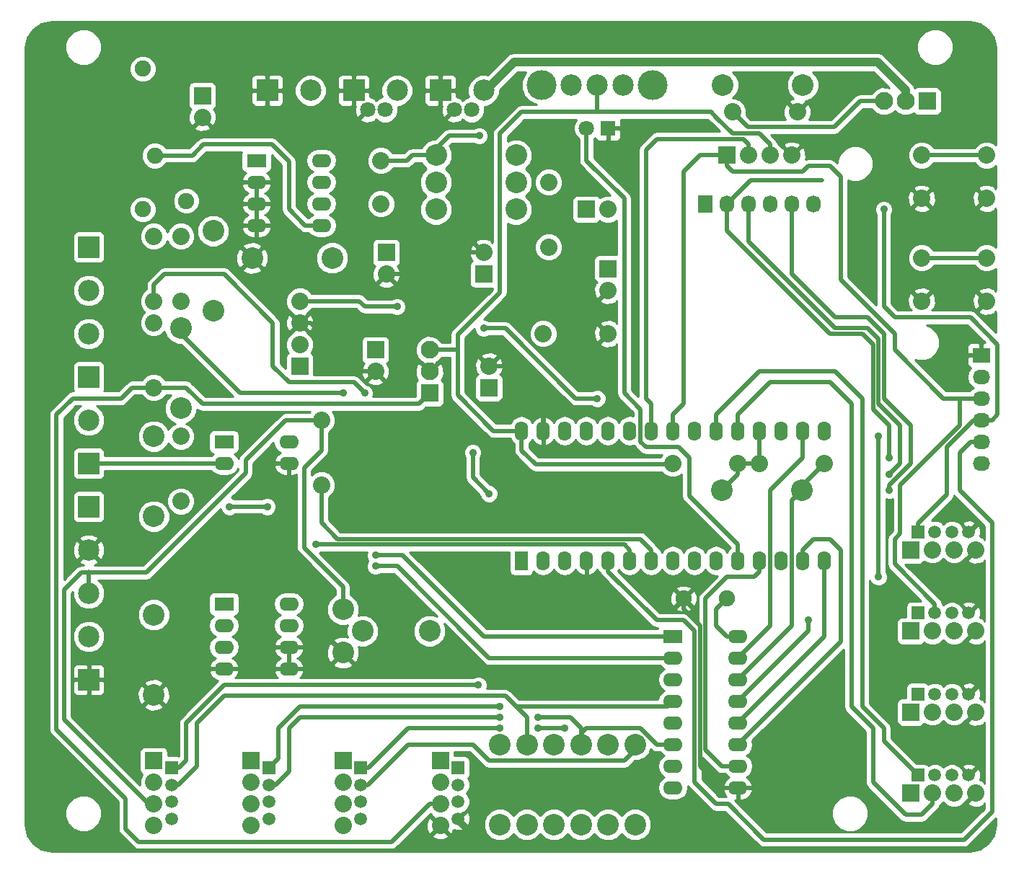
<source format=gbl>
G04 #@! TF.FileFunction,Copper,L2,Bot,Signal*
%FSLAX46Y46*%
G04 Gerber Fmt 4.6, Leading zero omitted, Abs format (unit mm)*
G04 Created by KiCad (PCBNEW 4.0.4-stable) date 04/20/17 11:48:58*
%MOMM*%
%LPD*%
G01*
G04 APERTURE LIST*
%ADD10C,0.150000*%
%ADD11C,1.905000*%
%ADD12R,2.032000X2.032000*%
%ADD13C,2.032000*%
%ADD14C,2.540000*%
%ADD15R,1.574800X2.286000*%
%ADD16O,1.574800X2.286000*%
%ADD17R,2.499360X2.499360*%
%ADD18C,2.499360*%
%ADD19C,1.800000*%
%ADD20R,1.500000X1.500000*%
%ADD21C,1.500000*%
%ADD22R,1.800860X1.800860*%
%ADD23C,1.800860*%
%ADD24C,3.500120*%
%ADD25R,2.286000X1.574800*%
%ADD26O,2.286000X1.574800*%
%ADD27R,2.032000X1.727200*%
%ADD28O,2.032000X1.727200*%
%ADD29R,1.727200X2.032000*%
%ADD30O,1.727200X2.032000*%
%ADD31C,2.100580*%
%ADD32R,2.100580X2.100580*%
%ADD33C,0.889000*%
%ADD34C,0.500000*%
%ADD35C,1.000000*%
%ADD36C,0.254000*%
G04 APERTURE END LIST*
D10*
D11*
X83185000Y-68580000D03*
X78105000Y-68580000D03*
D12*
X21590000Y-9525000D03*
D13*
X21590000Y-12065000D03*
D12*
X54610000Y-30480000D03*
D13*
X54610000Y-27940000D03*
D12*
X41910000Y-39370000D03*
D13*
X41910000Y-41910000D03*
D12*
X43180000Y-27940000D03*
D13*
X43180000Y-30480000D03*
D12*
X55245000Y-43815000D03*
D13*
X55245000Y-41275000D03*
D12*
X69215000Y-29845000D03*
D13*
X69215000Y-32385000D03*
D14*
X22860000Y-25400000D03*
X22860000Y-34798000D03*
X19050000Y-36830000D03*
X19050000Y-46228000D03*
X82550000Y-55880000D03*
X91948000Y-55880000D03*
X56515000Y-85725000D03*
X56515000Y-95123000D03*
X62865000Y-85725000D03*
X62865000Y-95123000D03*
X69215000Y-85725000D03*
X69215000Y-95123000D03*
X59690000Y-85725000D03*
X59690000Y-95123000D03*
X66040000Y-85725000D03*
X66040000Y-95123000D03*
X72390000Y-85725000D03*
X72390000Y-95123000D03*
X36830000Y-28575000D03*
X27432000Y-28575000D03*
X58420000Y-16510000D03*
X49022000Y-16510000D03*
X58420000Y-19685000D03*
X49022000Y-19685000D03*
D13*
X69215000Y-22860000D03*
D12*
X66675000Y-22860000D03*
D14*
X92075000Y-8255000D03*
X82677000Y-8255000D03*
X15875000Y-49530000D03*
X15875000Y-58928000D03*
X15875000Y-70485000D03*
X15875000Y-79883000D03*
D13*
X33020000Y-33655000D03*
X33020000Y-36195000D03*
X33020000Y-38735000D03*
D12*
X33020000Y-41275000D03*
D14*
X58420000Y-22860000D03*
X49022000Y-22860000D03*
D12*
X83185000Y-16510000D03*
D13*
X85725000Y-16510000D03*
X88265000Y-16510000D03*
X90805000Y-16510000D03*
D11*
X14605000Y-6350000D03*
X16005000Y-16550000D03*
X14605000Y-22860000D03*
X19705000Y-21860000D03*
D15*
X59055000Y-64135000D03*
D16*
X61595000Y-64135000D03*
X64135000Y-64135000D03*
X66675000Y-64135000D03*
X69215000Y-64135000D03*
X71755000Y-64135000D03*
X74295000Y-64135000D03*
X76835000Y-64135000D03*
X79375000Y-64135000D03*
X81915000Y-64135000D03*
X84455000Y-64135000D03*
X86995000Y-64135000D03*
X89535000Y-64135000D03*
X92075000Y-64135000D03*
X94615000Y-64135000D03*
X94615000Y-48895000D03*
X92075000Y-48895000D03*
X89535000Y-48895000D03*
X86995000Y-48895000D03*
X84455000Y-48895000D03*
X81915000Y-48895000D03*
X79375000Y-48895000D03*
X76835000Y-48895000D03*
X74295000Y-48895000D03*
X71755000Y-48895000D03*
X69215000Y-48895000D03*
X66675000Y-48895000D03*
X64135000Y-48895000D03*
X61595000Y-48895000D03*
X59055000Y-48895000D03*
D13*
X42545000Y-22225000D03*
X42545000Y-17145000D03*
D17*
X29210000Y-8890000D03*
D18*
X34290000Y-8890000D03*
D17*
X49530000Y-8890000D03*
D18*
X54610000Y-8890000D03*
D19*
X51181000Y-11176000D03*
X53213000Y-11176000D03*
D17*
X39370000Y-8890000D03*
D18*
X44450000Y-8890000D03*
D19*
X41021000Y-11176000D03*
X43053000Y-11176000D03*
D12*
X15875000Y-87630000D03*
D13*
X15875000Y-90170000D03*
X15875000Y-92710000D03*
X15875000Y-95250000D03*
D20*
X17986000Y-88440000D03*
D21*
X17986000Y-90440000D03*
X17986000Y-92440000D03*
X17986000Y-94440000D03*
D12*
X27305000Y-87630000D03*
D13*
X27305000Y-90170000D03*
X27305000Y-92710000D03*
X27305000Y-95250000D03*
D20*
X29416000Y-88440000D03*
D21*
X29416000Y-90440000D03*
X29416000Y-92440000D03*
X29416000Y-94440000D03*
D12*
X104775000Y-72390000D03*
D13*
X107315000Y-72390000D03*
X109855000Y-72390000D03*
X112395000Y-72390000D03*
D20*
X105585000Y-70279000D03*
D21*
X107585000Y-70279000D03*
X109585000Y-70279000D03*
X111585000Y-70279000D03*
D12*
X104775000Y-62865000D03*
D13*
X107315000Y-62865000D03*
X109855000Y-62865000D03*
X112395000Y-62865000D03*
D20*
X105585000Y-60754000D03*
D21*
X107585000Y-60754000D03*
X109585000Y-60754000D03*
X111585000Y-60754000D03*
D17*
X8255000Y-27305000D03*
D18*
X8255000Y-32385000D03*
D17*
X8255000Y-42545000D03*
D18*
X8255000Y-37465000D03*
D12*
X104775000Y-81915000D03*
D13*
X107315000Y-81915000D03*
X109855000Y-81915000D03*
X112395000Y-81915000D03*
D20*
X105585000Y-79804000D03*
D21*
X107585000Y-79804000D03*
X109585000Y-79804000D03*
X111585000Y-79804000D03*
D12*
X104775000Y-91440000D03*
D13*
X107315000Y-91440000D03*
X109855000Y-91440000D03*
X112395000Y-91440000D03*
D20*
X105585000Y-89329000D03*
D21*
X107585000Y-89329000D03*
X109585000Y-89329000D03*
X111585000Y-89329000D03*
D12*
X49530000Y-87630000D03*
D13*
X49530000Y-90170000D03*
X49530000Y-92710000D03*
X49530000Y-95250000D03*
D20*
X51641000Y-88440000D03*
D21*
X51641000Y-90440000D03*
X51641000Y-92440000D03*
X51641000Y-94440000D03*
D17*
X8255000Y-52705000D03*
D18*
X8255000Y-47625000D03*
D17*
X8255000Y-57785000D03*
D18*
X8255000Y-62865000D03*
D12*
X38100000Y-87630000D03*
D13*
X38100000Y-90170000D03*
X38100000Y-92710000D03*
X38100000Y-95250000D03*
D20*
X40211000Y-88440000D03*
D21*
X40211000Y-90440000D03*
X40211000Y-92440000D03*
X40211000Y-94440000D03*
D13*
X15875000Y-26035000D03*
X15875000Y-33655000D03*
X19050000Y-26035000D03*
X19050000Y-33655000D03*
X76835000Y-52705000D03*
X84455000Y-52705000D03*
X86995000Y-52705000D03*
X94615000Y-52705000D03*
X15875000Y-43815000D03*
X15875000Y-36195000D03*
X62230000Y-19685000D03*
X62230000Y-27305000D03*
X61595000Y-37465000D03*
X69215000Y-37465000D03*
X83820000Y-11430000D03*
X91440000Y-11430000D03*
X19050000Y-49530000D03*
X19050000Y-57150000D03*
X35560000Y-47625000D03*
X35560000Y-55245000D03*
D14*
X38100000Y-69850000D03*
X48260000Y-72390000D03*
X38100000Y-74930000D03*
X40386000Y-72390000D03*
D22*
X69215000Y-13335000D03*
D23*
X66675000Y-13335000D03*
D13*
X113665000Y-16510000D03*
X113665000Y-21590000D03*
X106045000Y-16510000D03*
X106045000Y-21590000D03*
D18*
X67952620Y-8229600D03*
X64871600Y-8229600D03*
X70952360Y-8229600D03*
D24*
X61452760Y-8229600D03*
X74452480Y-8229600D03*
D13*
X113665000Y-28575000D03*
X113665000Y-33655000D03*
X106045000Y-28575000D03*
X106045000Y-33655000D03*
D25*
X76835000Y-73025000D03*
D26*
X76835000Y-75565000D03*
X76835000Y-78105000D03*
X76835000Y-80645000D03*
X76835000Y-83185000D03*
X76835000Y-85725000D03*
X76835000Y-88265000D03*
X76835000Y-90805000D03*
X84455000Y-90805000D03*
X84455000Y-88265000D03*
X84455000Y-85725000D03*
X84455000Y-83185000D03*
X84455000Y-80645000D03*
X84455000Y-78105000D03*
X84455000Y-75565000D03*
X84455000Y-73025000D03*
D25*
X27940000Y-17145000D03*
D26*
X27940000Y-19685000D03*
X27940000Y-22225000D03*
X27940000Y-24765000D03*
X35560000Y-24765000D03*
X35560000Y-22225000D03*
X35560000Y-19685000D03*
X35560000Y-17145000D03*
D25*
X24130000Y-69215000D03*
D26*
X24130000Y-71755000D03*
X24130000Y-74295000D03*
X24130000Y-76835000D03*
X31750000Y-76835000D03*
X31750000Y-74295000D03*
X31750000Y-71755000D03*
X31750000Y-69215000D03*
D18*
X8255000Y-67945000D03*
D17*
X8255000Y-78105000D03*
D18*
X8255000Y-73025000D03*
D25*
X24130000Y-50165000D03*
D26*
X24130000Y-52705000D03*
X31750000Y-52705000D03*
X31750000Y-50165000D03*
D27*
X113030000Y-40005000D03*
D28*
X113030000Y-42545000D03*
X113030000Y-45085000D03*
X113030000Y-47625000D03*
X113030000Y-50165000D03*
X113030000Y-52705000D03*
D29*
X80645000Y-22225000D03*
D30*
X83185000Y-22225000D03*
X85725000Y-22225000D03*
X88265000Y-22225000D03*
X90805000Y-22225000D03*
X93345000Y-22225000D03*
D31*
X48260000Y-41910000D03*
X48260000Y-39370000D03*
D32*
X48260000Y-44450000D03*
D31*
X101600000Y-10160000D03*
X104140000Y-10160000D03*
D32*
X106680000Y-10160000D03*
D33*
X64135000Y-97155000D03*
X54102000Y-14224000D03*
X40640000Y-44450000D03*
X41910000Y-63500000D03*
X41910000Y-64770000D03*
X38100000Y-44450000D03*
X53975000Y-78740000D03*
X56515000Y-81280000D03*
X56515000Y-83820000D03*
X60960000Y-83820000D03*
X64135000Y-83820000D03*
X60960000Y-82550000D03*
X56515000Y-82550000D03*
X44450000Y-34290000D03*
X54610000Y-36830000D03*
X67945000Y-45085000D03*
X101600000Y-22860000D03*
X55245000Y-56261000D03*
X53340000Y-51435000D03*
X34925000Y-62230000D03*
X29210000Y-57785000D03*
X24765000Y-57785000D03*
X102235000Y-52070000D03*
X102235000Y-53975000D03*
X102235000Y-55880000D03*
X92710000Y-71120000D03*
X100965000Y-66040000D03*
X100965000Y-49530000D03*
D34*
X66675000Y-13335000D02*
X66675000Y-17145000D01*
X84455000Y-62230000D02*
X84455000Y-64135000D01*
X78740000Y-56515000D02*
X84455000Y-62230000D01*
X78740000Y-52070000D02*
X78740000Y-56515000D01*
X77470000Y-50800000D02*
X78740000Y-52070000D01*
X76835000Y-50800000D02*
X77470000Y-50800000D01*
X73660000Y-50800000D02*
X76835000Y-50800000D01*
X73025000Y-50165000D02*
X73660000Y-50800000D01*
X73025000Y-46355000D02*
X73025000Y-50165000D01*
X71120000Y-44450000D02*
X73025000Y-46355000D01*
X71120000Y-21590000D02*
X71120000Y-44450000D01*
X66675000Y-17145000D02*
X71120000Y-21590000D01*
X31750000Y-74295000D02*
X33655000Y-74295000D01*
X34290000Y-64770000D02*
X31750000Y-62230000D01*
X34290000Y-73660000D02*
X34290000Y-64770000D01*
X33655000Y-74295000D02*
X34290000Y-73660000D01*
X55245000Y-41275000D02*
X59055000Y-41275000D01*
X61595000Y-43815000D02*
X61595000Y-48895000D01*
X59055000Y-41275000D02*
X61595000Y-43815000D01*
X78105000Y-68580000D02*
X78105000Y-69850000D01*
X82550000Y-90805000D02*
X84455000Y-90805000D01*
X80010000Y-88265000D02*
X82550000Y-90805000D01*
X80010000Y-71755000D02*
X80010000Y-88265000D01*
X78105000Y-69850000D02*
X80010000Y-71755000D01*
X51641000Y-94440000D02*
X51641000Y-94821000D01*
X51641000Y-94821000D02*
X53975000Y-97155000D01*
X53975000Y-97155000D02*
X64135000Y-97155000D01*
X43180000Y-30480000D02*
X47498000Y-30480000D01*
X50038000Y-27940000D02*
X54610000Y-27940000D01*
X47498000Y-30480000D02*
X50038000Y-27940000D01*
X33020000Y-36195000D02*
X34290000Y-36195000D01*
X40005000Y-41910000D02*
X41910000Y-41910000D01*
X34290000Y-36195000D02*
X40005000Y-41910000D01*
X31750000Y-52705000D02*
X31750000Y-62230000D01*
X38100000Y-69850000D02*
X38100000Y-67183000D01*
X35560000Y-51181000D02*
X35560000Y-47625000D01*
X33528000Y-53213000D02*
X35560000Y-51181000D01*
X33528000Y-62611000D02*
X33528000Y-53213000D01*
X38100000Y-67183000D02*
X33528000Y-62611000D01*
X8255000Y-67945000D02*
X8255000Y-65532000D01*
X8255000Y-65532000D02*
X8255000Y-65405000D01*
X8255000Y-65405000D02*
X8255000Y-65532000D01*
X5334000Y-75946000D02*
X5334000Y-82804000D01*
X5334000Y-82804000D02*
X15240000Y-92710000D01*
X15240000Y-92710000D02*
X15875000Y-92710000D01*
X48260000Y-39370000D02*
X51562000Y-39370000D01*
X51562000Y-41148000D02*
X51562000Y-39370000D01*
X51562000Y-41148000D02*
X51562000Y-44704000D01*
X51562000Y-44704000D02*
X55753000Y-48895000D01*
X55753000Y-48895000D02*
X59055000Y-48895000D01*
X51562000Y-39370000D02*
X51562000Y-37592000D01*
X56515000Y-13970000D02*
X56515000Y-32385000D01*
X56515000Y-32385000D02*
X56515000Y-32639000D01*
X51562000Y-37592000D02*
X56515000Y-32639000D01*
X59055000Y-11430000D02*
X67945000Y-11430000D01*
X59055000Y-11430000D02*
X56515000Y-13970000D01*
X67952620Y-8229600D02*
X67945000Y-8237220D01*
X67945000Y-8237220D02*
X67945000Y-11430000D01*
X68580000Y-11430000D02*
X81280000Y-11430000D01*
X67945000Y-11430000D02*
X68580000Y-11430000D01*
X81280000Y-11430000D02*
X81915000Y-12065000D01*
X88265000Y-15240000D02*
X88265000Y-16510000D01*
X81915000Y-12065000D02*
X83820000Y-13970000D01*
X83820000Y-13970000D02*
X86995000Y-13970000D01*
X86995000Y-13970000D02*
X88265000Y-15240000D01*
X83185000Y-68580000D02*
X81915000Y-69850000D01*
X81915000Y-69850000D02*
X81915000Y-71755000D01*
X81915000Y-71755000D02*
X83185000Y-73025000D01*
X83185000Y-73025000D02*
X84455000Y-73025000D01*
X59055000Y-48895000D02*
X59055000Y-51181000D01*
X60706000Y-52832000D02*
X76708000Y-52832000D01*
X59055000Y-51181000D02*
X60706000Y-52832000D01*
X76708000Y-52832000D02*
X76835000Y-52705000D01*
X35560000Y-47625000D02*
X31369000Y-47625000D01*
X31369000Y-47625000D02*
X26670000Y-52324000D01*
X26670000Y-52324000D02*
X26670000Y-53848000D01*
X26670000Y-53848000D02*
X14986000Y-65532000D01*
X14986000Y-65532000D02*
X8255000Y-65532000D01*
X5334000Y-67564000D02*
X5334000Y-75946000D01*
X7366000Y-65532000D02*
X5334000Y-67564000D01*
X8255000Y-65532000D02*
X7366000Y-65532000D01*
X16005000Y-16550000D02*
X20407000Y-16550000D01*
X25019000Y-15240000D02*
X21717000Y-15240000D01*
X20407000Y-16550000D02*
X21717000Y-15240000D01*
X35560000Y-24765000D02*
X33655000Y-24765000D01*
X29718000Y-15240000D02*
X25019000Y-15240000D01*
X31750000Y-17272000D02*
X29718000Y-15240000D01*
X31750000Y-22860000D02*
X31750000Y-17272000D01*
X33655000Y-24765000D02*
X31750000Y-22860000D01*
D35*
X54610000Y-8890000D02*
X54864000Y-8890000D01*
X54864000Y-8890000D02*
X58166000Y-5588000D01*
X104140000Y-8890000D02*
X104140000Y-10160000D01*
X100838000Y-5588000D02*
X104140000Y-8890000D01*
X58166000Y-5588000D02*
X100838000Y-5588000D01*
D34*
X50546000Y-14224000D02*
X49022000Y-15748000D01*
X54102000Y-14224000D02*
X50546000Y-14224000D01*
X49022000Y-15748000D02*
X49022000Y-16510000D01*
X101600000Y-10160000D02*
X98806000Y-10160000D01*
X85598000Y-13208000D02*
X83820000Y-11430000D01*
X95758000Y-13208000D02*
X85598000Y-13208000D01*
X98806000Y-10160000D02*
X95758000Y-13208000D01*
X42545000Y-17145000D02*
X45593000Y-17145000D01*
X46228000Y-16510000D02*
X49022000Y-16510000D01*
X45593000Y-17145000D02*
X46228000Y-16510000D01*
X4445000Y-78740000D02*
X4445000Y-83947000D01*
X12573000Y-95631000D02*
X14097000Y-97155000D01*
X12573000Y-92075000D02*
X12573000Y-95631000D01*
X4445000Y-83947000D02*
X12573000Y-92075000D01*
X84455000Y-75565000D02*
X88265000Y-71755000D01*
X92075000Y-52070000D02*
X92075000Y-48895000D01*
X88265000Y-55880000D02*
X92075000Y-52070000D01*
X88265000Y-71755000D02*
X88265000Y-55880000D01*
X15875000Y-43815000D02*
X19685000Y-43815000D01*
X46990000Y-45720000D02*
X48260000Y-44450000D01*
X21590000Y-45720000D02*
X46990000Y-45720000D01*
X19685000Y-43815000D02*
X21590000Y-45720000D01*
X15875000Y-43815000D02*
X13335000Y-43815000D01*
X48260000Y-92710000D02*
X49530000Y-92710000D01*
X43815000Y-97155000D02*
X48260000Y-92710000D01*
X14097000Y-97155000D02*
X43815000Y-97155000D01*
X4445000Y-46990000D02*
X4445000Y-78740000D01*
X6350000Y-45085000D02*
X4445000Y-46990000D01*
X12065000Y-45085000D02*
X6350000Y-45085000D01*
X13335000Y-43815000D02*
X12065000Y-45085000D01*
X42545000Y-63500000D02*
X44450000Y-63500000D01*
X41910000Y-63500000D02*
X42545000Y-63500000D01*
X38100000Y-43180000D02*
X39370000Y-43180000D01*
X15875000Y-33655000D02*
X15875000Y-31750000D01*
X15875000Y-31750000D02*
X17145000Y-30480000D01*
X17145000Y-30480000D02*
X24130000Y-30480000D01*
X24130000Y-30480000D02*
X29845000Y-36195000D01*
X29845000Y-36195000D02*
X29845000Y-41275000D01*
X29845000Y-41275000D02*
X31750000Y-43180000D01*
X31750000Y-43180000D02*
X38100000Y-43180000D01*
X39370000Y-43180000D02*
X40640000Y-44450000D01*
X54610000Y-73025000D02*
X76835000Y-73025000D01*
X45085000Y-63500000D02*
X54610000Y-73025000D01*
X44450000Y-63500000D02*
X45085000Y-63500000D01*
X84455000Y-78105000D02*
X90805000Y-71755000D01*
X90805000Y-57023000D02*
X91948000Y-55880000D01*
X90805000Y-59690000D02*
X90805000Y-57023000D01*
X90805000Y-71755000D02*
X90805000Y-59690000D01*
X91948000Y-55880000D02*
X91948000Y-55372000D01*
X91948000Y-55372000D02*
X94615000Y-52705000D01*
X42545000Y-64770000D02*
X43815000Y-64770000D01*
X41910000Y-64770000D02*
X42545000Y-64770000D01*
X37465000Y-44450000D02*
X38100000Y-44450000D01*
X19050000Y-37465000D02*
X26035000Y-44450000D01*
X26035000Y-44450000D02*
X37465000Y-44450000D01*
X55245000Y-75565000D02*
X76835000Y-75565000D01*
X53975000Y-74295000D02*
X55245000Y-75565000D01*
X44450000Y-64770000D02*
X53975000Y-74295000D01*
X43815000Y-64770000D02*
X44450000Y-64770000D01*
X19050000Y-36830000D02*
X19050000Y-37465000D01*
X84455000Y-52705000D02*
X84455000Y-53975000D01*
X84455000Y-53975000D02*
X82550000Y-55880000D01*
X86995000Y-48895000D02*
X86995000Y-52705000D01*
X84455000Y-52705000D02*
X86995000Y-52705000D01*
X17986000Y-88440000D02*
X18875000Y-88440000D01*
X24130000Y-78740000D02*
X53975000Y-78740000D01*
X19685000Y-83185000D02*
X24130000Y-78740000D01*
X19685000Y-87630000D02*
X19685000Y-83185000D01*
X18875000Y-88440000D02*
X19685000Y-87630000D01*
X48895000Y-81280000D02*
X33020000Y-81280000D01*
X30480000Y-87376000D02*
X29416000Y-88440000D01*
X30480000Y-83820000D02*
X30480000Y-87376000D01*
X33020000Y-81280000D02*
X30480000Y-83820000D01*
X48895000Y-81280000D02*
X56515000Y-81280000D01*
X40211000Y-88440000D02*
X41100000Y-88440000D01*
X41100000Y-88440000D02*
X45720000Y-83820000D01*
X45720000Y-83820000D02*
X56515000Y-83820000D01*
X60960000Y-83820000D02*
X64135000Y-83820000D01*
X58420000Y-81280000D02*
X76200000Y-81280000D01*
X76200000Y-81280000D02*
X76835000Y-80645000D01*
X48895000Y-80010000D02*
X24130000Y-80010000D01*
X18780000Y-90440000D02*
X17986000Y-90440000D01*
X20955000Y-88265000D02*
X18780000Y-90440000D01*
X20955000Y-83185000D02*
X20955000Y-88265000D01*
X24130000Y-80010000D02*
X20955000Y-83185000D01*
X59690000Y-82550000D02*
X59690000Y-85725000D01*
X57150000Y-80010000D02*
X58420000Y-81280000D01*
X58420000Y-81280000D02*
X59690000Y-82550000D01*
X48895000Y-80010000D02*
X57150000Y-80010000D01*
X66040000Y-83820000D02*
X66040000Y-85725000D01*
X64770000Y-82550000D02*
X66040000Y-83820000D01*
X66040000Y-85725000D02*
X66040000Y-84455000D01*
X66040000Y-84455000D02*
X66675000Y-83820000D01*
X74930000Y-85725000D02*
X76835000Y-85725000D01*
X73025000Y-83820000D02*
X74930000Y-85725000D01*
X66675000Y-83820000D02*
X73025000Y-83820000D01*
X48895000Y-82550000D02*
X33020000Y-82550000D01*
X30210000Y-90440000D02*
X29416000Y-90440000D01*
X31750000Y-88900000D02*
X30210000Y-90440000D01*
X31750000Y-83820000D02*
X31750000Y-88900000D01*
X33020000Y-82550000D02*
X31750000Y-83820000D01*
X60960000Y-82550000D02*
X64770000Y-82550000D01*
X48895000Y-82550000D02*
X56515000Y-82550000D01*
X72390000Y-85725000D02*
X72390000Y-86360000D01*
X72390000Y-86360000D02*
X71120000Y-87630000D01*
X71120000Y-87630000D02*
X55245000Y-87630000D01*
X55245000Y-87630000D02*
X53340000Y-85725000D01*
X53340000Y-85725000D02*
X45720000Y-85725000D01*
X45720000Y-85725000D02*
X41005000Y-90440000D01*
X41005000Y-90440000D02*
X40211000Y-90440000D01*
X40005000Y-33655000D02*
X33020000Y-33655000D01*
X40640000Y-34290000D02*
X40005000Y-33655000D01*
X44450000Y-34290000D02*
X40640000Y-34290000D01*
X57150000Y-36830000D02*
X54610000Y-36830000D01*
X65405000Y-45085000D02*
X57150000Y-36830000D01*
X67945000Y-45085000D02*
X65405000Y-45085000D01*
X110490000Y-45085000D02*
X110490000Y-46990000D01*
X113030000Y-45085000D02*
X110490000Y-45085000D01*
X110490000Y-45085000D02*
X108585000Y-45085000D01*
X83185000Y-17780000D02*
X83185000Y-16510000D01*
X83820000Y-18415000D02*
X83185000Y-17780000D01*
X92075000Y-18415000D02*
X83820000Y-18415000D01*
X92710000Y-17780000D02*
X92075000Y-18415000D01*
X95250000Y-17780000D02*
X92710000Y-17780000D01*
X96520000Y-19050000D02*
X95250000Y-17780000D01*
X96520000Y-31115000D02*
X96520000Y-19050000D01*
X102870000Y-37465000D02*
X96520000Y-31115000D01*
X102870000Y-39370000D02*
X102870000Y-37465000D01*
X108585000Y-45085000D02*
X102870000Y-39370000D01*
X102870000Y-64516000D02*
X102870000Y-61595000D01*
X107585000Y-69231000D02*
X102870000Y-64516000D01*
X107585000Y-70279000D02*
X107585000Y-69231000D01*
X102870000Y-61595000D02*
X103505000Y-60960000D01*
X103505000Y-60960000D02*
X103505000Y-55245000D01*
X103505000Y-55245000D02*
X110490000Y-48260000D01*
X110490000Y-48260000D02*
X110490000Y-46990000D01*
X83185000Y-16510000D02*
X80010000Y-16510000D01*
X80010000Y-16510000D02*
X78105000Y-18415000D01*
X78105000Y-18415000D02*
X78105000Y-45720000D01*
X78105000Y-45720000D02*
X76835000Y-46990000D01*
X76835000Y-46990000D02*
X76835000Y-48895000D01*
X113030000Y-47625000D02*
X114300000Y-47625000D01*
X101600000Y-34290000D02*
X101600000Y-22860000D01*
X102870000Y-35560000D02*
X101600000Y-34290000D01*
X111760000Y-35560000D02*
X102870000Y-35560000D01*
X114935000Y-38735000D02*
X111760000Y-35560000D01*
X114935000Y-46990000D02*
X114935000Y-38735000D01*
X114300000Y-47625000D02*
X114935000Y-46990000D01*
X85725000Y-16510000D02*
X85725000Y-15240000D01*
X85725000Y-15240000D02*
X85090000Y-14605000D01*
X85090000Y-14605000D02*
X74930000Y-14605000D01*
X74930000Y-14605000D02*
X73660000Y-15875000D01*
X73660000Y-15875000D02*
X73660000Y-45085000D01*
X73660000Y-45085000D02*
X74295000Y-45720000D01*
X74295000Y-45720000D02*
X74295000Y-48895000D01*
X105585000Y-60754000D02*
X105585000Y-59769000D01*
X108966000Y-50800000D02*
X112141000Y-47625000D01*
X108966000Y-56388000D02*
X108966000Y-50800000D01*
X105585000Y-59769000D02*
X108966000Y-56388000D01*
X112141000Y-47625000D02*
X113030000Y-47625000D01*
X83185000Y-92710000D02*
X83312000Y-92710000D01*
X114300000Y-93599000D02*
X114300000Y-90678000D01*
X110998000Y-96901000D02*
X114300000Y-93599000D01*
X87503000Y-96901000D02*
X110998000Y-96901000D01*
X83312000Y-92710000D02*
X87503000Y-96901000D01*
X113030000Y-50165000D02*
X111760000Y-50165000D01*
X114300000Y-59690000D02*
X114300000Y-90678000D01*
X110490000Y-55880000D02*
X114300000Y-59690000D01*
X110490000Y-51435000D02*
X110490000Y-55880000D01*
X111760000Y-50165000D02*
X110490000Y-51435000D01*
X69215000Y-65405000D02*
X69215000Y-64135000D01*
X74930000Y-71120000D02*
X69215000Y-65405000D01*
X78105000Y-71120000D02*
X74930000Y-71120000D01*
X79375000Y-72390000D02*
X78105000Y-71120000D01*
X79375000Y-90170000D02*
X79375000Y-72390000D01*
X81915000Y-92710000D02*
X79375000Y-90170000D01*
X83185000Y-92710000D02*
X81915000Y-92710000D01*
X53340000Y-54356000D02*
X53340000Y-51435000D01*
X55245000Y-56261000D02*
X53340000Y-54356000D01*
X71755000Y-62865000D02*
X71755000Y-64135000D01*
X71120000Y-62230000D02*
X71755000Y-62865000D01*
X34925000Y-62230000D02*
X71120000Y-62230000D01*
X24765000Y-57785000D02*
X29210000Y-57785000D01*
X35560000Y-55245000D02*
X35560000Y-59690000D01*
X74295000Y-62865000D02*
X74295000Y-64135000D01*
X73032998Y-61602998D02*
X74295000Y-62865000D01*
X37472998Y-61602998D02*
X73032998Y-61602998D01*
X35560000Y-59690000D02*
X37472998Y-61602998D01*
X113665000Y-28575000D02*
X106045000Y-28575000D01*
X106045000Y-16510000D02*
X113665000Y-16510000D01*
X84455000Y-88265000D02*
X82550000Y-88265000D01*
X86995000Y-65405000D02*
X86995000Y-64135000D01*
X86360000Y-66040000D02*
X86995000Y-65405000D01*
X83185000Y-66040000D02*
X86360000Y-66040000D01*
X80645000Y-68580000D02*
X83185000Y-66040000D01*
X80645000Y-86360000D02*
X80645000Y-68580000D01*
X82550000Y-88265000D02*
X80645000Y-86360000D01*
X83185000Y-22225000D02*
X83185000Y-25400000D01*
X102235000Y-48260000D02*
X102235000Y-52070000D01*
X100330000Y-46355000D02*
X102235000Y-48260000D01*
X100330000Y-38735000D02*
X100330000Y-46355000D01*
X99060000Y-37465000D02*
X100330000Y-38735000D01*
X95250000Y-37465000D02*
X99060000Y-37465000D01*
X83185000Y-25400000D02*
X95250000Y-37465000D01*
X94395000Y-19475000D02*
X85935000Y-19475000D01*
X85935000Y-19475000D02*
X83185000Y-22225000D01*
X85725000Y-22225000D02*
X85725000Y-26670000D01*
X103505000Y-52705000D02*
X102235000Y-53975000D01*
X103505000Y-48260000D02*
X103505000Y-52705000D01*
X100965000Y-45720000D02*
X103505000Y-48260000D01*
X100965000Y-38100000D02*
X100965000Y-45720000D01*
X99695000Y-36830000D02*
X100965000Y-38100000D01*
X95885000Y-36830000D02*
X99695000Y-36830000D01*
X85725000Y-26670000D02*
X95885000Y-36830000D01*
X84455000Y-85725000D02*
X96520000Y-73660000D01*
X92075000Y-62865000D02*
X92075000Y-64135000D01*
X93345000Y-61595000D02*
X92075000Y-62865000D01*
X95250000Y-61595000D02*
X93345000Y-61595000D01*
X96520000Y-62865000D02*
X95250000Y-61595000D01*
X96520000Y-73660000D02*
X96520000Y-62865000D01*
X90805000Y-22225000D02*
X90805000Y-30480000D01*
X102235000Y-55245000D02*
X102235000Y-55880000D01*
X104775000Y-52705000D02*
X102235000Y-55245000D01*
X104775000Y-48260000D02*
X104775000Y-52705000D01*
X101600000Y-45085000D02*
X104775000Y-48260000D01*
X101600000Y-37465000D02*
X101600000Y-45085000D01*
X99695000Y-35560000D02*
X101600000Y-37465000D01*
X95885000Y-35560000D02*
X99695000Y-35560000D01*
X90805000Y-30480000D02*
X95885000Y-35560000D01*
X84455000Y-83185000D02*
X94615000Y-73025000D01*
X94615000Y-73025000D02*
X94615000Y-64135000D01*
X84455000Y-80645000D02*
X92710000Y-72390000D01*
X92710000Y-72390000D02*
X92710000Y-71120000D01*
X100965000Y-66040000D02*
X100965000Y-49530000D01*
X100330000Y-83820000D02*
X97790000Y-81280000D01*
X107315000Y-92710000D02*
X106045000Y-93980000D01*
X106045000Y-93980000D02*
X104140000Y-93980000D01*
X104140000Y-93980000D02*
X100330000Y-90170000D01*
X100330000Y-90170000D02*
X100330000Y-83820000D01*
X107315000Y-91440000D02*
X107315000Y-92710000D01*
X84455000Y-46990000D02*
X84455000Y-48895000D01*
X88265000Y-43180000D02*
X84455000Y-46990000D01*
X95250000Y-43180000D02*
X88265000Y-43180000D01*
X97790000Y-45720000D02*
X95250000Y-43180000D01*
X97790000Y-81280000D02*
X97790000Y-45720000D01*
X101600000Y-83820000D02*
X99060000Y-81280000D01*
X101600000Y-85344000D02*
X101600000Y-83820000D01*
X105585000Y-89329000D02*
X101600000Y-85344000D01*
X81915000Y-46990000D02*
X81915000Y-48895000D01*
X86995000Y-41910000D02*
X81915000Y-46990000D01*
X95885000Y-41910000D02*
X86995000Y-41910000D01*
X99060000Y-45085000D02*
X95885000Y-41910000D01*
X99060000Y-81280000D02*
X99060000Y-45085000D01*
X24130000Y-52705000D02*
X8255000Y-52705000D01*
D36*
G36*
X112895930Y-1067623D02*
X113858925Y-1711075D01*
X114502377Y-2674070D01*
X114744500Y-3891303D01*
X114744500Y-15254479D01*
X114601437Y-15111166D01*
X113994845Y-14859287D01*
X113338037Y-14858714D01*
X112731005Y-15109534D01*
X112266166Y-15573563D01*
X112244807Y-15625000D01*
X107465710Y-15625000D01*
X107445466Y-15576005D01*
X106981437Y-15111166D01*
X106374845Y-14859287D01*
X105718037Y-14858714D01*
X105111005Y-15109534D01*
X104646166Y-15573563D01*
X104394287Y-16180155D01*
X104393714Y-16836963D01*
X104644534Y-17443995D01*
X105108563Y-17908834D01*
X105715155Y-18160713D01*
X106371963Y-18161286D01*
X106978995Y-17910466D01*
X107443834Y-17446437D01*
X107465193Y-17395000D01*
X112244290Y-17395000D01*
X112264534Y-17443995D01*
X112728563Y-17908834D01*
X113335155Y-18160713D01*
X113991963Y-18161286D01*
X114598995Y-17910466D01*
X114744500Y-17765215D01*
X114744500Y-20330892D01*
X114649501Y-20425891D01*
X114548880Y-20157378D01*
X113933358Y-19928184D01*
X113276981Y-19951986D01*
X112781120Y-20157378D01*
X112680498Y-20425893D01*
X113665000Y-21410395D01*
X113679143Y-21396253D01*
X113858748Y-21575858D01*
X113844605Y-21590000D01*
X113858748Y-21604143D01*
X113679143Y-21783748D01*
X113665000Y-21769605D01*
X112680498Y-22754107D01*
X112781120Y-23022622D01*
X113396642Y-23251816D01*
X114053019Y-23228014D01*
X114548880Y-23022622D01*
X114649501Y-22754109D01*
X114744500Y-22849108D01*
X114744500Y-27319479D01*
X114601437Y-27176166D01*
X113994845Y-26924287D01*
X113338037Y-26923714D01*
X112731005Y-27174534D01*
X112266166Y-27638563D01*
X112244807Y-27690000D01*
X107465710Y-27690000D01*
X107445466Y-27641005D01*
X106981437Y-27176166D01*
X106374845Y-26924287D01*
X105718037Y-26923714D01*
X105111005Y-27174534D01*
X104646166Y-27638563D01*
X104394287Y-28245155D01*
X104393714Y-28901963D01*
X104644534Y-29508995D01*
X105108563Y-29973834D01*
X105715155Y-30225713D01*
X106371963Y-30226286D01*
X106978995Y-29975466D01*
X107443834Y-29511437D01*
X107465193Y-29460000D01*
X112244290Y-29460000D01*
X112264534Y-29508995D01*
X112728563Y-29973834D01*
X113335155Y-30225713D01*
X113991963Y-30226286D01*
X114598995Y-29975466D01*
X114744500Y-29830215D01*
X114744500Y-32395892D01*
X114649501Y-32490891D01*
X114548880Y-32222378D01*
X113933358Y-31993184D01*
X113276981Y-32016986D01*
X112781120Y-32222378D01*
X112680498Y-32490893D01*
X113665000Y-33475395D01*
X113679143Y-33461253D01*
X113858748Y-33640858D01*
X113844605Y-33655000D01*
X113858748Y-33669143D01*
X113679143Y-33848748D01*
X113665000Y-33834605D01*
X112680498Y-34819107D01*
X112781120Y-35087622D01*
X113396642Y-35316816D01*
X114053019Y-35293014D01*
X114548880Y-35087622D01*
X114649501Y-34819109D01*
X114744500Y-34914108D01*
X114744500Y-37292921D01*
X112385790Y-34934210D01*
X112179191Y-34796166D01*
X112098675Y-34742367D01*
X112042484Y-34731190D01*
X111760000Y-34674999D01*
X111759995Y-34675000D01*
X107244608Y-34675000D01*
X107209109Y-34639501D01*
X107477622Y-34538880D01*
X107706816Y-33923358D01*
X107687354Y-33386642D01*
X112003184Y-33386642D01*
X112026986Y-34043019D01*
X112232378Y-34538880D01*
X112500893Y-34639502D01*
X113485395Y-33655000D01*
X112500893Y-32670498D01*
X112232378Y-32771120D01*
X112003184Y-33386642D01*
X107687354Y-33386642D01*
X107683014Y-33266981D01*
X107477622Y-32771120D01*
X107209107Y-32670498D01*
X106224605Y-33655000D01*
X106238748Y-33669143D01*
X106059143Y-33848748D01*
X106045000Y-33834605D01*
X106030858Y-33848748D01*
X105851253Y-33669143D01*
X105865395Y-33655000D01*
X104880893Y-32670498D01*
X104612378Y-32771120D01*
X104383184Y-33386642D01*
X104406986Y-34043019D01*
X104612378Y-34538880D01*
X104880891Y-34639501D01*
X104845392Y-34675000D01*
X103236579Y-34675000D01*
X102485000Y-33923420D01*
X102485000Y-32490893D01*
X105060498Y-32490893D01*
X106045000Y-33475395D01*
X107029502Y-32490893D01*
X106928880Y-32222378D01*
X106313358Y-31993184D01*
X105656981Y-32016986D01*
X105161120Y-32222378D01*
X105060498Y-32490893D01*
X102485000Y-32490893D01*
X102485000Y-23501856D01*
X102514622Y-23472286D01*
X102679313Y-23075668D01*
X102679593Y-22754107D01*
X105060498Y-22754107D01*
X105161120Y-23022622D01*
X105776642Y-23251816D01*
X106433019Y-23228014D01*
X106928880Y-23022622D01*
X107029502Y-22754107D01*
X106045000Y-21769605D01*
X105060498Y-22754107D01*
X102679593Y-22754107D01*
X102679687Y-22646216D01*
X102515689Y-22249311D01*
X102212286Y-21945378D01*
X101815668Y-21780687D01*
X101386216Y-21780313D01*
X100989311Y-21944311D01*
X100685378Y-22247714D01*
X100520687Y-22644332D01*
X100520313Y-23073784D01*
X100684311Y-23470689D01*
X100715000Y-23501432D01*
X100715000Y-34058421D01*
X97405000Y-30748420D01*
X97405000Y-21321642D01*
X104383184Y-21321642D01*
X104406986Y-21978019D01*
X104612378Y-22473880D01*
X104880893Y-22574502D01*
X105865395Y-21590000D01*
X106224605Y-21590000D01*
X107209107Y-22574502D01*
X107477622Y-22473880D01*
X107706816Y-21858358D01*
X107687354Y-21321642D01*
X112003184Y-21321642D01*
X112026986Y-21978019D01*
X112232378Y-22473880D01*
X112500893Y-22574502D01*
X113485395Y-21590000D01*
X112500893Y-20605498D01*
X112232378Y-20706120D01*
X112003184Y-21321642D01*
X107687354Y-21321642D01*
X107683014Y-21201981D01*
X107477622Y-20706120D01*
X107209107Y-20605498D01*
X106224605Y-21590000D01*
X105865395Y-21590000D01*
X104880893Y-20605498D01*
X104612378Y-20706120D01*
X104383184Y-21321642D01*
X97405000Y-21321642D01*
X97405000Y-20425893D01*
X105060498Y-20425893D01*
X106045000Y-21410395D01*
X107029502Y-20425893D01*
X106928880Y-20157378D01*
X106313358Y-19928184D01*
X105656981Y-19951986D01*
X105161120Y-20157378D01*
X105060498Y-20425893D01*
X97405000Y-20425893D01*
X97405000Y-19452945D01*
X97818459Y-19624628D01*
X98667815Y-19625370D01*
X99452800Y-19301020D01*
X100053909Y-18700959D01*
X100379628Y-17916541D01*
X100380370Y-17067185D01*
X100056020Y-16282200D01*
X99455959Y-15681091D01*
X98671541Y-15355372D01*
X97822185Y-15354630D01*
X97037200Y-15678980D01*
X96436091Y-16279041D01*
X96110372Y-17063459D01*
X96110088Y-17388508D01*
X95875790Y-17154210D01*
X95745547Y-17067185D01*
X95588675Y-16962367D01*
X95532484Y-16951190D01*
X95250000Y-16894999D01*
X95249995Y-16895000D01*
X92710005Y-16895000D01*
X92710000Y-16894999D01*
X92400457Y-16956571D01*
X92466816Y-16778358D01*
X92443014Y-16121981D01*
X92237622Y-15626120D01*
X91969107Y-15525498D01*
X90984605Y-16510000D01*
X90998748Y-16524143D01*
X90819143Y-16703748D01*
X90805000Y-16689605D01*
X90790858Y-16703748D01*
X90611253Y-16524143D01*
X90625395Y-16510000D01*
X89640893Y-15525498D01*
X89622083Y-15532547D01*
X89435755Y-15345893D01*
X89820498Y-15345893D01*
X90805000Y-16330395D01*
X91789502Y-15345893D01*
X91688880Y-15077378D01*
X91073358Y-14848184D01*
X90416981Y-14871986D01*
X89921120Y-15077378D01*
X89820498Y-15345893D01*
X89435755Y-15345893D01*
X89201437Y-15111166D01*
X89117436Y-15076286D01*
X89082633Y-14901325D01*
X89051680Y-14855000D01*
X88890790Y-14614210D01*
X88890787Y-14614208D01*
X88369579Y-14093000D01*
X95757995Y-14093000D01*
X95758000Y-14093001D01*
X96040484Y-14036810D01*
X96096675Y-14025633D01*
X96383790Y-13833790D01*
X99172579Y-11045000D01*
X100142188Y-11045000D01*
X100170447Y-11113393D01*
X100644113Y-11587886D01*
X101263304Y-11844997D01*
X101933754Y-11845582D01*
X102553393Y-11589553D01*
X102870137Y-11273361D01*
X103184113Y-11587886D01*
X103803304Y-11844997D01*
X104473754Y-11845582D01*
X105093393Y-11589553D01*
X105109091Y-11573882D01*
X105165620Y-11661731D01*
X105377820Y-11806721D01*
X105629710Y-11857730D01*
X107730290Y-11857730D01*
X107965607Y-11813452D01*
X108181731Y-11674380D01*
X108326721Y-11462180D01*
X108377730Y-11210290D01*
X108377730Y-9109710D01*
X108333452Y-8874393D01*
X108194380Y-8658269D01*
X107982180Y-8513279D01*
X107730290Y-8462270D01*
X105629710Y-8462270D01*
X105394393Y-8506548D01*
X105220929Y-8618169D01*
X105188603Y-8455654D01*
X104942566Y-8087434D01*
X101640566Y-4785434D01*
X101605831Y-4762225D01*
X101272346Y-4539397D01*
X100838000Y-4453000D01*
X58166000Y-4453000D01*
X57731654Y-4539397D01*
X57398169Y-4762225D01*
X57363434Y-4785434D01*
X55097247Y-7051621D01*
X54986531Y-7005648D01*
X54236759Y-7004994D01*
X53543809Y-7291314D01*
X53013178Y-7821021D01*
X52725648Y-8513469D01*
X52724994Y-9263241D01*
X52885060Y-9650631D01*
X52344629Y-9873932D01*
X52216583Y-10001755D01*
X52196110Y-9981282D01*
X52081553Y-10095839D01*
X51995148Y-9839357D01*
X51421664Y-9629542D01*
X51414680Y-9629835D01*
X51414680Y-9175750D01*
X51255930Y-9017000D01*
X49657000Y-9017000D01*
X49657000Y-10615930D01*
X49726114Y-10685044D01*
X49634542Y-10935336D01*
X49660161Y-11545460D01*
X49844357Y-11990148D01*
X50100841Y-12076554D01*
X51001395Y-11176000D01*
X50987253Y-11161858D01*
X51166858Y-10982253D01*
X51181000Y-10996395D01*
X51195143Y-10982253D01*
X51374748Y-11161858D01*
X51360605Y-11176000D01*
X51374748Y-11190143D01*
X51195143Y-11369748D01*
X51181000Y-11355605D01*
X50280446Y-12256159D01*
X50366852Y-12512643D01*
X50940336Y-12722458D01*
X51550460Y-12696839D01*
X51995148Y-12512643D01*
X52081553Y-12256161D01*
X52196110Y-12370718D01*
X52216427Y-12350401D01*
X52342357Y-12476551D01*
X52906330Y-12710733D01*
X53516991Y-12711265D01*
X54081371Y-12478068D01*
X54513551Y-12046643D01*
X54747733Y-11482670D01*
X54748265Y-10872009D01*
X54708085Y-10774766D01*
X54983241Y-10775006D01*
X55676191Y-10488686D01*
X56206822Y-9958979D01*
X56494352Y-9266531D01*
X56494703Y-8864429D01*
X58636132Y-6723000D01*
X59586061Y-6723000D01*
X59431984Y-6876808D01*
X59068115Y-7753101D01*
X59067287Y-8701936D01*
X59429626Y-9578863D01*
X60099968Y-10250376D01*
X60809501Y-10545000D01*
X59055000Y-10545000D01*
X58716325Y-10612367D01*
X58429210Y-10804210D01*
X58429208Y-10804213D01*
X55889210Y-13344210D01*
X55697367Y-13631325D01*
X55697367Y-13631326D01*
X55629999Y-13970000D01*
X55630000Y-13970005D01*
X55630000Y-26740392D01*
X55594501Y-26775891D01*
X55493880Y-26507378D01*
X54878358Y-26278184D01*
X54221981Y-26301986D01*
X53726120Y-26507378D01*
X53625498Y-26775893D01*
X54610000Y-27760395D01*
X54624143Y-27746253D01*
X54803748Y-27925858D01*
X54789605Y-27940000D01*
X54803748Y-27954143D01*
X54624143Y-28133748D01*
X54610000Y-28119605D01*
X54595858Y-28133748D01*
X54416253Y-27954143D01*
X54430395Y-27940000D01*
X53445893Y-26955498D01*
X53177378Y-27056120D01*
X52948184Y-27671642D01*
X52971986Y-28328019D01*
X53177378Y-28823880D01*
X53328254Y-28880419D01*
X53142559Y-28999910D01*
X52997569Y-29212110D01*
X52946560Y-29464000D01*
X52946560Y-31496000D01*
X52990838Y-31731317D01*
X53129910Y-31947441D01*
X53342110Y-32092431D01*
X53594000Y-32143440D01*
X55626000Y-32143440D01*
X55630000Y-32142687D01*
X55630000Y-32272421D01*
X50936210Y-36966210D01*
X50744367Y-37253325D01*
X50744367Y-37253326D01*
X50676999Y-37592000D01*
X50677000Y-37592005D01*
X50677000Y-38485000D01*
X49717812Y-38485000D01*
X49689553Y-38416607D01*
X49215887Y-37942114D01*
X48596696Y-37685003D01*
X47926246Y-37684418D01*
X47306607Y-37940447D01*
X46832114Y-38414113D01*
X46575003Y-39033304D01*
X46574418Y-39703754D01*
X46830447Y-40323393D01*
X47304113Y-40797886D01*
X47344092Y-40814487D01*
X48260000Y-41730395D01*
X49174963Y-40815432D01*
X49213393Y-40799553D01*
X49687886Y-40325887D01*
X49717321Y-40255000D01*
X50677000Y-40255000D01*
X50677000Y-44703995D01*
X50676999Y-44704000D01*
X50716458Y-44902367D01*
X50744367Y-45042675D01*
X50816289Y-45150314D01*
X50936210Y-45329790D01*
X55127208Y-49520787D01*
X55127210Y-49520790D01*
X55414325Y-49712633D01*
X55470516Y-49723810D01*
X55753000Y-49780001D01*
X55753005Y-49780000D01*
X57730976Y-49780000D01*
X57740874Y-49829762D01*
X58049211Y-50291222D01*
X58170000Y-50371930D01*
X58170000Y-51180995D01*
X58169999Y-51181000D01*
X58214326Y-51403841D01*
X58237367Y-51519675D01*
X58378786Y-51731325D01*
X58429210Y-51806790D01*
X60080208Y-53457787D01*
X60080210Y-53457790D01*
X60157340Y-53509326D01*
X60367326Y-53649634D01*
X60706000Y-53717001D01*
X60706005Y-53717000D01*
X75512403Y-53717000D01*
X75898563Y-54103834D01*
X76505155Y-54355713D01*
X77161963Y-54356286D01*
X77768995Y-54105466D01*
X77855000Y-54019611D01*
X77855000Y-56514995D01*
X77854999Y-56515000D01*
X77910621Y-56794622D01*
X77922367Y-56853675D01*
X78029352Y-57013790D01*
X78114210Y-57140790D01*
X83570000Y-62596579D01*
X83570000Y-62658070D01*
X83449211Y-62738778D01*
X83185000Y-63134199D01*
X82920789Y-62738778D01*
X82459329Y-62430441D01*
X81915000Y-62322167D01*
X81370671Y-62430441D01*
X80909211Y-62738778D01*
X80645000Y-63134199D01*
X80380789Y-62738778D01*
X79919329Y-62430441D01*
X79375000Y-62322167D01*
X78830671Y-62430441D01*
X78369211Y-62738778D01*
X78105000Y-63134199D01*
X77840789Y-62738778D01*
X77379329Y-62430441D01*
X76835000Y-62322167D01*
X76290671Y-62430441D01*
X75829211Y-62738778D01*
X75565000Y-63134199D01*
X75300789Y-62738778D01*
X75132529Y-62626351D01*
X75112633Y-62526325D01*
X74920790Y-62239210D01*
X74920787Y-62239208D01*
X73658788Y-60977208D01*
X73593531Y-60933605D01*
X73371673Y-60785365D01*
X73315482Y-60774188D01*
X73032998Y-60717997D01*
X73032993Y-60717998D01*
X37839577Y-60717998D01*
X36445000Y-59323420D01*
X36445000Y-56665710D01*
X36493995Y-56645466D01*
X36958834Y-56181437D01*
X37210713Y-55574845D01*
X37211286Y-54918037D01*
X36960466Y-54311005D01*
X36496437Y-53846166D01*
X35889845Y-53594287D01*
X35233037Y-53593714D01*
X34626005Y-53844534D01*
X34413000Y-54057168D01*
X34413000Y-53579580D01*
X36185787Y-51806792D01*
X36185790Y-51806790D01*
X36291365Y-51648784D01*
X52260313Y-51648784D01*
X52424311Y-52045689D01*
X52455000Y-52076432D01*
X52455000Y-54355995D01*
X52454999Y-54356000D01*
X52507356Y-54619210D01*
X52522367Y-54694675D01*
X52592952Y-54800313D01*
X52714210Y-54981790D01*
X54165349Y-56432929D01*
X54165313Y-56474784D01*
X54329311Y-56871689D01*
X54632714Y-57175622D01*
X55029332Y-57340313D01*
X55458784Y-57340687D01*
X55855689Y-57176689D01*
X56159622Y-56873286D01*
X56324313Y-56476668D01*
X56324687Y-56047216D01*
X56160689Y-55650311D01*
X55857286Y-55346378D01*
X55460668Y-55181687D01*
X55417228Y-55181649D01*
X54225000Y-53989420D01*
X54225000Y-52076856D01*
X54254622Y-52047286D01*
X54419313Y-51650668D01*
X54419687Y-51221216D01*
X54255689Y-50824311D01*
X53952286Y-50520378D01*
X53555668Y-50355687D01*
X53126216Y-50355313D01*
X52729311Y-50519311D01*
X52425378Y-50822714D01*
X52260687Y-51219332D01*
X52260313Y-51648784D01*
X36291365Y-51648784D01*
X36377633Y-51519675D01*
X36400674Y-51403841D01*
X36445001Y-51181000D01*
X36445000Y-51180995D01*
X36445000Y-49045710D01*
X36493995Y-49025466D01*
X36958834Y-48561437D01*
X37210713Y-47954845D01*
X37211286Y-47298037D01*
X36960466Y-46691005D01*
X36874611Y-46605000D01*
X46989995Y-46605000D01*
X46990000Y-46605001D01*
X47272484Y-46548810D01*
X47328675Y-46537633D01*
X47615790Y-46345790D01*
X47813850Y-46147730D01*
X49310290Y-46147730D01*
X49545607Y-46103452D01*
X49761731Y-45964380D01*
X49906721Y-45752180D01*
X49957730Y-45500290D01*
X49957730Y-43399710D01*
X49913452Y-43164393D01*
X49774380Y-42948269D01*
X49629928Y-42849569D01*
X49720986Y-42814487D01*
X49955907Y-42186542D01*
X49932642Y-41516496D01*
X49720986Y-41005513D01*
X49448913Y-40900692D01*
X48439605Y-41910000D01*
X48453748Y-41924143D01*
X48274143Y-42103748D01*
X48260000Y-42089605D01*
X48245858Y-42103748D01*
X48066253Y-41924143D01*
X48080395Y-41910000D01*
X47071087Y-40900692D01*
X46799014Y-41005513D01*
X46564093Y-41633458D01*
X46587358Y-42303504D01*
X46799014Y-42814487D01*
X46891276Y-42850032D01*
X46758269Y-42935620D01*
X46613279Y-43147820D01*
X46562270Y-43399710D01*
X46562270Y-44835000D01*
X41649000Y-44835000D01*
X41719313Y-44665668D01*
X41719687Y-44236216D01*
X41555689Y-43839311D01*
X41252286Y-43535378D01*
X40855668Y-43370687D01*
X40812229Y-43370649D01*
X40515687Y-43074107D01*
X40925498Y-43074107D01*
X41026120Y-43342622D01*
X41641642Y-43571816D01*
X42298019Y-43548014D01*
X42793880Y-43342622D01*
X42894502Y-43074107D01*
X41910000Y-42089605D01*
X40925498Y-43074107D01*
X40515687Y-43074107D01*
X39995790Y-42554210D01*
X39789191Y-42416166D01*
X39708675Y-42362367D01*
X39634231Y-42347559D01*
X39370000Y-42294999D01*
X39369995Y-42295000D01*
X34682630Y-42295000D01*
X34683440Y-42291000D01*
X34683440Y-40259000D01*
X34639162Y-40023683D01*
X34500090Y-39807559D01*
X34370900Y-39719287D01*
X34418834Y-39671437D01*
X34670713Y-39064845D01*
X34671286Y-38408037D01*
X34648959Y-38354000D01*
X40246560Y-38354000D01*
X40246560Y-40386000D01*
X40290838Y-40621317D01*
X40429910Y-40837441D01*
X40625057Y-40970779D01*
X40477378Y-41026120D01*
X40248184Y-41641642D01*
X40271986Y-42298019D01*
X40477378Y-42793880D01*
X40745893Y-42894502D01*
X41730395Y-41910000D01*
X41716253Y-41895858D01*
X41895858Y-41716253D01*
X41910000Y-41730395D01*
X41924143Y-41716253D01*
X42103748Y-41895858D01*
X42089605Y-41910000D01*
X43074107Y-42894502D01*
X43342622Y-42793880D01*
X43571816Y-42178358D01*
X43548014Y-41521981D01*
X43342622Y-41026120D01*
X43191746Y-40969581D01*
X43377441Y-40850090D01*
X43522431Y-40637890D01*
X43573440Y-40386000D01*
X43573440Y-38354000D01*
X43529162Y-38118683D01*
X43390090Y-37902559D01*
X43177890Y-37757569D01*
X42926000Y-37706560D01*
X40894000Y-37706560D01*
X40658683Y-37750838D01*
X40442559Y-37889910D01*
X40297569Y-38102110D01*
X40246560Y-38354000D01*
X34648959Y-38354000D01*
X34420466Y-37801005D01*
X33997634Y-37377435D01*
X34004502Y-37359107D01*
X33020000Y-36374605D01*
X32035498Y-37359107D01*
X32042547Y-37377917D01*
X31621166Y-37798563D01*
X31369287Y-38405155D01*
X31368714Y-39061963D01*
X31619534Y-39668995D01*
X31669872Y-39719421D01*
X31552559Y-39794910D01*
X31407569Y-40007110D01*
X31356560Y-40259000D01*
X31356560Y-41534980D01*
X30730000Y-40908420D01*
X30730000Y-36195005D01*
X30730001Y-36195000D01*
X30676621Y-35926642D01*
X31358184Y-35926642D01*
X31381986Y-36583019D01*
X31587378Y-37078880D01*
X31855893Y-37179502D01*
X32840395Y-36195000D01*
X33199605Y-36195000D01*
X34184107Y-37179502D01*
X34452622Y-37078880D01*
X34681816Y-36463358D01*
X34658014Y-35806981D01*
X34452622Y-35311120D01*
X34184107Y-35210498D01*
X33199605Y-36195000D01*
X32840395Y-36195000D01*
X31855893Y-35210498D01*
X31587378Y-35311120D01*
X31358184Y-35926642D01*
X30676621Y-35926642D01*
X30662634Y-35856326D01*
X30591252Y-35749495D01*
X30470790Y-35569210D01*
X30470787Y-35569208D01*
X28883543Y-33981963D01*
X31368714Y-33981963D01*
X31619534Y-34588995D01*
X32042366Y-35012565D01*
X32035498Y-35030893D01*
X33020000Y-36015395D01*
X34004502Y-35030893D01*
X33997453Y-35012083D01*
X34418834Y-34591437D01*
X34440193Y-34540000D01*
X39638420Y-34540000D01*
X40014208Y-34915787D01*
X40014210Y-34915790D01*
X40186475Y-35030893D01*
X40301326Y-35107634D01*
X40640000Y-35175001D01*
X40640005Y-35175000D01*
X43808144Y-35175000D01*
X43837714Y-35204622D01*
X44234332Y-35369313D01*
X44663784Y-35369687D01*
X45060689Y-35205689D01*
X45364622Y-34902286D01*
X45529313Y-34505668D01*
X45529687Y-34076216D01*
X45365689Y-33679311D01*
X45062286Y-33375378D01*
X44665668Y-33210687D01*
X44236216Y-33210313D01*
X43839311Y-33374311D01*
X43808568Y-33405000D01*
X41006579Y-33405000D01*
X40630790Y-33029210D01*
X40553660Y-32977674D01*
X40343675Y-32837367D01*
X40287484Y-32826190D01*
X40005000Y-32769999D01*
X40004995Y-32770000D01*
X34440710Y-32770000D01*
X34420466Y-32721005D01*
X33956437Y-32256166D01*
X33349845Y-32004287D01*
X32693037Y-32003714D01*
X32086005Y-32254534D01*
X31621166Y-32718563D01*
X31369287Y-33325155D01*
X31368714Y-33981963D01*
X28883543Y-33981963D01*
X26545687Y-31644107D01*
X42195498Y-31644107D01*
X42296120Y-31912622D01*
X42911642Y-32141816D01*
X43568019Y-32118014D01*
X44063880Y-31912622D01*
X44164502Y-31644107D01*
X43180000Y-30659605D01*
X42195498Y-31644107D01*
X26545687Y-31644107D01*
X24824357Y-29922777D01*
X26263828Y-29922777D01*
X26395520Y-30217657D01*
X27103036Y-30489261D01*
X27860632Y-30469436D01*
X28468480Y-30217657D01*
X28600172Y-29922777D01*
X27432000Y-28754605D01*
X26263828Y-29922777D01*
X24824357Y-29922777D01*
X24755790Y-29854210D01*
X24468675Y-29662367D01*
X24412484Y-29651190D01*
X24130000Y-29594999D01*
X24129995Y-29595000D01*
X17145005Y-29595000D01*
X17145000Y-29594999D01*
X16854994Y-29652686D01*
X16806325Y-29662367D01*
X16519210Y-29854210D01*
X16519208Y-29854213D01*
X15249210Y-31124210D01*
X15057367Y-31411325D01*
X15057367Y-31411326D01*
X14989999Y-31750000D01*
X14990000Y-31750005D01*
X14990000Y-32234290D01*
X14941005Y-32254534D01*
X14476166Y-32718563D01*
X14224287Y-33325155D01*
X14223714Y-33981963D01*
X14474534Y-34588995D01*
X14810132Y-34925179D01*
X14476166Y-35258563D01*
X14224287Y-35865155D01*
X14223714Y-36521963D01*
X14474534Y-37128995D01*
X14938563Y-37593834D01*
X15545155Y-37845713D01*
X16201963Y-37846286D01*
X16808995Y-37595466D01*
X17160207Y-37244866D01*
X17434078Y-37907686D01*
X17969495Y-38444039D01*
X18669410Y-38734668D01*
X19068437Y-38735017D01*
X25168421Y-44835000D01*
X21956579Y-44835000D01*
X20310790Y-43189210D01*
X20297006Y-43180000D01*
X20023675Y-42997367D01*
X19967484Y-42986190D01*
X19685000Y-42929999D01*
X19684995Y-42930000D01*
X17295710Y-42930000D01*
X17275466Y-42881005D01*
X16811437Y-42416166D01*
X16204845Y-42164287D01*
X15548037Y-42163714D01*
X14941005Y-42414534D01*
X14476166Y-42878563D01*
X14454807Y-42930000D01*
X13335005Y-42930000D01*
X13335000Y-42929999D01*
X12996325Y-42997367D01*
X12709210Y-43189210D01*
X12709208Y-43189213D01*
X11698420Y-44200000D01*
X9996277Y-44200000D01*
X10101111Y-44046570D01*
X10152120Y-43794680D01*
X10152120Y-41295320D01*
X10107842Y-41060003D01*
X9968770Y-40843879D01*
X9756570Y-40698889D01*
X9504680Y-40647880D01*
X7005320Y-40647880D01*
X6770003Y-40692158D01*
X6553879Y-40831230D01*
X6408889Y-41043430D01*
X6357880Y-41295320D01*
X6357880Y-43794680D01*
X6402158Y-44029997D01*
X6511552Y-44200000D01*
X6350005Y-44200000D01*
X6350000Y-44199999D01*
X6067516Y-44256190D01*
X6011325Y-44267367D01*
X5724210Y-44459210D01*
X5724208Y-44459213D01*
X3819210Y-46364210D01*
X3627367Y-46651325D01*
X3627367Y-46651326D01*
X3559999Y-46990000D01*
X3560000Y-46990005D01*
X3560000Y-83946995D01*
X3559999Y-83947000D01*
X3592239Y-84109078D01*
X3627367Y-84285675D01*
X3638676Y-84302600D01*
X3819210Y-84572790D01*
X11688000Y-92441579D01*
X11688000Y-95630995D01*
X11687999Y-95631000D01*
X11723452Y-95809230D01*
X11755367Y-95969675D01*
X11865085Y-96133880D01*
X11947210Y-96256790D01*
X13471208Y-97780787D01*
X13471210Y-97780790D01*
X13758325Y-97972633D01*
X14097000Y-98040000D01*
X43814995Y-98040000D01*
X43815000Y-98040001D01*
X44097484Y-97983810D01*
X44153675Y-97972633D01*
X44440790Y-97780790D01*
X44440791Y-97780789D01*
X45807472Y-96414107D01*
X48545498Y-96414107D01*
X48646120Y-96682622D01*
X49261642Y-96911816D01*
X49918019Y-96888014D01*
X50413880Y-96682622D01*
X50514502Y-96414107D01*
X49530000Y-95429605D01*
X48545498Y-96414107D01*
X45807472Y-96414107D01*
X47239937Y-94981642D01*
X47868184Y-94981642D01*
X47891986Y-95638019D01*
X48097378Y-96133880D01*
X48365893Y-96234502D01*
X49350395Y-95250000D01*
X48365893Y-94265498D01*
X48097378Y-94366120D01*
X47868184Y-94981642D01*
X47239937Y-94981642D01*
X48353364Y-93868215D01*
X48552366Y-94067565D01*
X48545498Y-94085893D01*
X49530000Y-95070395D01*
X49544143Y-95056253D01*
X49723748Y-95235858D01*
X49709605Y-95250000D01*
X50694107Y-96234502D01*
X50962622Y-96133880D01*
X51115577Y-95723104D01*
X51436171Y-95837201D01*
X51986448Y-95809230D01*
X52364923Y-95652460D01*
X52407869Y-95500265D01*
X54609670Y-95500265D01*
X54899078Y-96200686D01*
X55434495Y-96737039D01*
X56134410Y-97027668D01*
X56892265Y-97028330D01*
X57592686Y-96738922D01*
X58102920Y-96229578D01*
X58609495Y-96737039D01*
X59309410Y-97027668D01*
X60067265Y-97028330D01*
X60767686Y-96738922D01*
X61277920Y-96229578D01*
X61784495Y-96737039D01*
X62484410Y-97027668D01*
X63242265Y-97028330D01*
X63942686Y-96738922D01*
X64452920Y-96229578D01*
X64959495Y-96737039D01*
X65659410Y-97027668D01*
X66417265Y-97028330D01*
X67117686Y-96738922D01*
X67627920Y-96229578D01*
X68134495Y-96737039D01*
X68834410Y-97027668D01*
X69592265Y-97028330D01*
X70292686Y-96738922D01*
X70802920Y-96229578D01*
X71309495Y-96737039D01*
X72009410Y-97027668D01*
X72767265Y-97028330D01*
X73467686Y-96738922D01*
X74004039Y-96203505D01*
X74294668Y-95503590D01*
X74295330Y-94745735D01*
X74005922Y-94045314D01*
X73470505Y-93508961D01*
X72770590Y-93218332D01*
X72012735Y-93217670D01*
X71312314Y-93507078D01*
X70802080Y-94016422D01*
X70295505Y-93508961D01*
X69595590Y-93218332D01*
X68837735Y-93217670D01*
X68137314Y-93507078D01*
X67627080Y-94016422D01*
X67120505Y-93508961D01*
X66420590Y-93218332D01*
X65662735Y-93217670D01*
X64962314Y-93507078D01*
X64452080Y-94016422D01*
X63945505Y-93508961D01*
X63245590Y-93218332D01*
X62487735Y-93217670D01*
X61787314Y-93507078D01*
X61277080Y-94016422D01*
X60770505Y-93508961D01*
X60070590Y-93218332D01*
X59312735Y-93217670D01*
X58612314Y-93507078D01*
X58102080Y-94016422D01*
X57595505Y-93508961D01*
X56895590Y-93218332D01*
X56137735Y-93217670D01*
X55437314Y-93507078D01*
X54900961Y-94042495D01*
X54610332Y-94742410D01*
X54609670Y-95500265D01*
X52407869Y-95500265D01*
X52432912Y-95411517D01*
X51641000Y-94619605D01*
X51626858Y-94633748D01*
X51447253Y-94454143D01*
X51461395Y-94440000D01*
X51820605Y-94440000D01*
X52612517Y-95231912D01*
X52853460Y-95163923D01*
X53038201Y-94644829D01*
X53010230Y-94094552D01*
X52853460Y-93716077D01*
X52612517Y-93648088D01*
X51820605Y-94440000D01*
X51461395Y-94440000D01*
X51447253Y-94425858D01*
X51626858Y-94246253D01*
X51641000Y-94260395D01*
X52189428Y-93711967D01*
X52424515Y-93614831D01*
X52814461Y-93225564D01*
X53025759Y-92716702D01*
X53026240Y-92165715D01*
X52815831Y-91656485D01*
X52599687Y-91439964D01*
X52814461Y-91225564D01*
X53025759Y-90716702D01*
X53026240Y-90165715D01*
X52820638Y-89668120D01*
X52842441Y-89654090D01*
X52987431Y-89441890D01*
X53038440Y-89190000D01*
X53038440Y-87690000D01*
X52994162Y-87454683D01*
X52855090Y-87238559D01*
X52642890Y-87093569D01*
X52391000Y-87042560D01*
X51193440Y-87042560D01*
X51193440Y-86614000D01*
X51192687Y-86610000D01*
X52973420Y-86610000D01*
X54619208Y-88255787D01*
X54619210Y-88255790D01*
X54906325Y-88447633D01*
X54962516Y-88458810D01*
X55245000Y-88515001D01*
X55245005Y-88515000D01*
X71119995Y-88515000D01*
X71120000Y-88515001D01*
X71402484Y-88458810D01*
X71458675Y-88447633D01*
X71745790Y-88255790D01*
X71745791Y-88255789D01*
X72371595Y-87629984D01*
X72767265Y-87630330D01*
X73467686Y-87340922D01*
X74004039Y-86805505D01*
X74225525Y-86272104D01*
X74304208Y-86350787D01*
X74304210Y-86350790D01*
X74591325Y-86542633D01*
X74647516Y-86553810D01*
X74930000Y-86610001D01*
X74930005Y-86610000D01*
X75358070Y-86610000D01*
X75438778Y-86730789D01*
X75834199Y-86995000D01*
X75438778Y-87259211D01*
X75130441Y-87720671D01*
X75022167Y-88265000D01*
X75130441Y-88809329D01*
X75438778Y-89270789D01*
X75834199Y-89535000D01*
X75438778Y-89799211D01*
X75130441Y-90260671D01*
X75022167Y-90805000D01*
X75130441Y-91349329D01*
X75438778Y-91810789D01*
X75900238Y-92119126D01*
X76444567Y-92227400D01*
X77225433Y-92227400D01*
X77769762Y-92119126D01*
X78231222Y-91810789D01*
X78539559Y-91349329D01*
X78647833Y-90805000D01*
X78602252Y-90575851D01*
X78702872Y-90726440D01*
X78749210Y-90795790D01*
X81289208Y-93335787D01*
X81289210Y-93335790D01*
X81545562Y-93507078D01*
X81576325Y-93527633D01*
X81915000Y-93595000D01*
X82945420Y-93595000D01*
X86877208Y-97526787D01*
X86877210Y-97526790D01*
X87164325Y-97718633D01*
X87220516Y-97729810D01*
X87503000Y-97786001D01*
X87503005Y-97786000D01*
X110997995Y-97786000D01*
X110998000Y-97786001D01*
X111280484Y-97729810D01*
X111336675Y-97718633D01*
X111623790Y-97526790D01*
X111623791Y-97526789D01*
X114744500Y-94406079D01*
X114744500Y-95168697D01*
X114502377Y-96385930D01*
X113858925Y-97348925D01*
X112895930Y-97992377D01*
X111678697Y-98234500D01*
X3891303Y-98234500D01*
X2674070Y-97992377D01*
X1711075Y-97348925D01*
X1067623Y-96385930D01*
X825500Y-95168697D01*
X825500Y-94232815D01*
X5484630Y-94232815D01*
X5808980Y-95017800D01*
X6409041Y-95618909D01*
X7193459Y-95944628D01*
X8042815Y-95945370D01*
X8827800Y-95621020D01*
X9428909Y-95020959D01*
X9754628Y-94236541D01*
X9755370Y-93387185D01*
X9431020Y-92602200D01*
X8830959Y-92001091D01*
X8046541Y-91675372D01*
X7197185Y-91674630D01*
X6412200Y-91998980D01*
X5811091Y-92599041D01*
X5485372Y-93383459D01*
X5484630Y-94232815D01*
X825500Y-94232815D01*
X825500Y-37838241D01*
X6369994Y-37838241D01*
X6656314Y-38531191D01*
X7186021Y-39061822D01*
X7878469Y-39349352D01*
X8628241Y-39350006D01*
X9321191Y-39063686D01*
X9851822Y-38533979D01*
X10139352Y-37841531D01*
X10140006Y-37091759D01*
X9853686Y-36398809D01*
X9323979Y-35868178D01*
X8631531Y-35580648D01*
X7881759Y-35579994D01*
X7188809Y-35866314D01*
X6658178Y-36396021D01*
X6370648Y-37088469D01*
X6369994Y-37838241D01*
X825500Y-37838241D01*
X825500Y-32758241D01*
X6369994Y-32758241D01*
X6656314Y-33451191D01*
X7186021Y-33981822D01*
X7878469Y-34269352D01*
X8628241Y-34270006D01*
X9321191Y-33983686D01*
X9851822Y-33453979D01*
X10139352Y-32761531D01*
X10140006Y-32011759D01*
X9853686Y-31318809D01*
X9323979Y-30788178D01*
X8631531Y-30500648D01*
X7881759Y-30499994D01*
X7188809Y-30786314D01*
X6658178Y-31316021D01*
X6370648Y-32008469D01*
X6369994Y-32758241D01*
X825500Y-32758241D01*
X825500Y-26055320D01*
X6357880Y-26055320D01*
X6357880Y-28554680D01*
X6402158Y-28789997D01*
X6541230Y-29006121D01*
X6753430Y-29151111D01*
X7005320Y-29202120D01*
X9504680Y-29202120D01*
X9739997Y-29157842D01*
X9956121Y-29018770D01*
X10101111Y-28806570D01*
X10152120Y-28554680D01*
X10152120Y-28246036D01*
X25517739Y-28246036D01*
X25537564Y-29003632D01*
X25789343Y-29611480D01*
X26084223Y-29743172D01*
X27252395Y-28575000D01*
X27611605Y-28575000D01*
X28779777Y-29743172D01*
X29074657Y-29611480D01*
X29327719Y-28952265D01*
X34924670Y-28952265D01*
X35214078Y-29652686D01*
X35749495Y-30189039D01*
X36449410Y-30479668D01*
X37207265Y-30480330D01*
X37907686Y-30190922D01*
X38444039Y-29655505D01*
X38734668Y-28955590D01*
X38735330Y-28197735D01*
X38445922Y-27497314D01*
X37910505Y-26960961D01*
X37821493Y-26924000D01*
X41516560Y-26924000D01*
X41516560Y-28956000D01*
X41560838Y-29191317D01*
X41699910Y-29407441D01*
X41895057Y-29540779D01*
X41747378Y-29596120D01*
X41518184Y-30211642D01*
X41541986Y-30868019D01*
X41747378Y-31363880D01*
X42015893Y-31464502D01*
X43000395Y-30480000D01*
X42986253Y-30465858D01*
X43165858Y-30286253D01*
X43180000Y-30300395D01*
X43194143Y-30286253D01*
X43373748Y-30465858D01*
X43359605Y-30480000D01*
X44344107Y-31464502D01*
X44612622Y-31363880D01*
X44841816Y-30748358D01*
X44818014Y-30091981D01*
X44612622Y-29596120D01*
X44461746Y-29539581D01*
X44647441Y-29420090D01*
X44792431Y-29207890D01*
X44843440Y-28956000D01*
X44843440Y-26924000D01*
X44799162Y-26688683D01*
X44660090Y-26472559D01*
X44447890Y-26327569D01*
X44196000Y-26276560D01*
X42164000Y-26276560D01*
X41928683Y-26320838D01*
X41712559Y-26459910D01*
X41567569Y-26672110D01*
X41516560Y-26924000D01*
X37821493Y-26924000D01*
X37210590Y-26670332D01*
X36452735Y-26669670D01*
X35752314Y-26959078D01*
X35215961Y-27494495D01*
X34925332Y-28194410D01*
X34924670Y-28952265D01*
X29327719Y-28952265D01*
X29346261Y-28903964D01*
X29326436Y-28146368D01*
X29074657Y-27538520D01*
X28779777Y-27406828D01*
X27611605Y-28575000D01*
X27252395Y-28575000D01*
X26084223Y-27406828D01*
X25789343Y-27538520D01*
X25517739Y-28246036D01*
X10152120Y-28246036D01*
X10152120Y-26361963D01*
X14223714Y-26361963D01*
X14474534Y-26968995D01*
X14938563Y-27433834D01*
X15545155Y-27685713D01*
X16201963Y-27686286D01*
X16808995Y-27435466D01*
X17273834Y-26971437D01*
X17462654Y-26516709D01*
X17649534Y-26968995D01*
X18113563Y-27433834D01*
X18720155Y-27685713D01*
X19376963Y-27686286D01*
X19983995Y-27435466D01*
X20448834Y-26971437D01*
X20700713Y-26364845D01*
X20701225Y-25777265D01*
X20954670Y-25777265D01*
X21244078Y-26477686D01*
X21779495Y-27014039D01*
X22479410Y-27304668D01*
X23237265Y-27305330D01*
X23426298Y-27227223D01*
X26263828Y-27227223D01*
X27432000Y-28395395D01*
X28600172Y-27227223D01*
X28468480Y-26932343D01*
X27760964Y-26660739D01*
X27003368Y-26680564D01*
X26395520Y-26932343D01*
X26263828Y-27227223D01*
X23426298Y-27227223D01*
X23937686Y-27015922D01*
X24474039Y-26480505D01*
X24764668Y-25780590D01*
X24765251Y-25112060D01*
X26204990Y-25112060D01*
X26221673Y-25191996D01*
X26488809Y-25680986D01*
X26922738Y-26030525D01*
X27457400Y-26187400D01*
X27813000Y-26187400D01*
X27813000Y-24892000D01*
X28067000Y-24892000D01*
X28067000Y-26187400D01*
X28422600Y-26187400D01*
X28957262Y-26030525D01*
X29391191Y-25680986D01*
X29658327Y-25191996D01*
X29675010Y-25112060D01*
X29552852Y-24892000D01*
X28067000Y-24892000D01*
X27813000Y-24892000D01*
X26327148Y-24892000D01*
X26204990Y-25112060D01*
X24765251Y-25112060D01*
X24765330Y-25022735D01*
X24475922Y-24322314D01*
X23940505Y-23785961D01*
X23240590Y-23495332D01*
X22482735Y-23494670D01*
X21782314Y-23784078D01*
X21245961Y-24319495D01*
X20955332Y-25019410D01*
X20954670Y-25777265D01*
X20701225Y-25777265D01*
X20701286Y-25708037D01*
X20450466Y-25101005D01*
X19986437Y-24636166D01*
X19379845Y-24384287D01*
X18723037Y-24383714D01*
X18116005Y-24634534D01*
X17651166Y-25098563D01*
X17462346Y-25553291D01*
X17275466Y-25101005D01*
X16811437Y-24636166D01*
X16204845Y-24384287D01*
X15548037Y-24383714D01*
X14941005Y-24634534D01*
X14476166Y-25098563D01*
X14224287Y-25705155D01*
X14223714Y-26361963D01*
X10152120Y-26361963D01*
X10152120Y-26055320D01*
X10107842Y-25820003D01*
X9968770Y-25603879D01*
X9756570Y-25458889D01*
X9504680Y-25407880D01*
X7005320Y-25407880D01*
X6770003Y-25452158D01*
X6553879Y-25591230D01*
X6408889Y-25803430D01*
X6357880Y-26055320D01*
X825500Y-26055320D01*
X825500Y-23174388D01*
X13017225Y-23174388D01*
X13258398Y-23758072D01*
X13704579Y-24205032D01*
X14287841Y-24447224D01*
X14919388Y-24447775D01*
X15503072Y-24206602D01*
X15950032Y-23760421D01*
X16192224Y-23177159D01*
X16192775Y-22545612D01*
X16039389Y-22174388D01*
X18117225Y-22174388D01*
X18358398Y-22758072D01*
X18804579Y-23205032D01*
X19387841Y-23447224D01*
X20019388Y-23447775D01*
X20603072Y-23206602D01*
X21050032Y-22760421D01*
X21128246Y-22572060D01*
X26204990Y-22572060D01*
X26221673Y-22651996D01*
X26488809Y-23140986D01*
X26922738Y-23490525D01*
X26937990Y-23495000D01*
X26922738Y-23499475D01*
X26488809Y-23849014D01*
X26221673Y-24338004D01*
X26204990Y-24417940D01*
X26327148Y-24638000D01*
X27813000Y-24638000D01*
X27813000Y-22352000D01*
X28067000Y-22352000D01*
X28067000Y-24638000D01*
X29552852Y-24638000D01*
X29675010Y-24417940D01*
X29658327Y-24338004D01*
X29391191Y-23849014D01*
X28957262Y-23499475D01*
X28942010Y-23495000D01*
X28957262Y-23490525D01*
X29391191Y-23140986D01*
X29658327Y-22651996D01*
X29675010Y-22572060D01*
X29552852Y-22352000D01*
X28067000Y-22352000D01*
X27813000Y-22352000D01*
X26327148Y-22352000D01*
X26204990Y-22572060D01*
X21128246Y-22572060D01*
X21292224Y-22177159D01*
X21292775Y-21545612D01*
X21051602Y-20961928D01*
X20605421Y-20514968D01*
X20022159Y-20272776D01*
X19390612Y-20272225D01*
X18806928Y-20513398D01*
X18359968Y-20959579D01*
X18117776Y-21542841D01*
X18117225Y-22174388D01*
X16039389Y-22174388D01*
X15951602Y-21961928D01*
X15505421Y-21514968D01*
X14922159Y-21272776D01*
X14290612Y-21272225D01*
X13706928Y-21513398D01*
X13259968Y-21959579D01*
X13017776Y-22542841D01*
X13017225Y-23174388D01*
X825500Y-23174388D01*
X825500Y-20032060D01*
X26204990Y-20032060D01*
X26221673Y-20111996D01*
X26488809Y-20600986D01*
X26922738Y-20950525D01*
X26937990Y-20955000D01*
X26922738Y-20959475D01*
X26488809Y-21309014D01*
X26221673Y-21798004D01*
X26204990Y-21877940D01*
X26327148Y-22098000D01*
X27813000Y-22098000D01*
X27813000Y-19812000D01*
X28067000Y-19812000D01*
X28067000Y-22098000D01*
X29552852Y-22098000D01*
X29675010Y-21877940D01*
X29658327Y-21798004D01*
X29391191Y-21309014D01*
X28957262Y-20959475D01*
X28942010Y-20955000D01*
X28957262Y-20950525D01*
X29391191Y-20600986D01*
X29658327Y-20111996D01*
X29675010Y-20032060D01*
X29552852Y-19812000D01*
X28067000Y-19812000D01*
X27813000Y-19812000D01*
X26327148Y-19812000D01*
X26204990Y-20032060D01*
X825500Y-20032060D01*
X825500Y-16864388D01*
X14417225Y-16864388D01*
X14658398Y-17448072D01*
X15104579Y-17895032D01*
X15687841Y-18137224D01*
X16319388Y-18137775D01*
X16903072Y-17896602D01*
X17350032Y-17450421D01*
X17356435Y-17435000D01*
X20406995Y-17435000D01*
X20407000Y-17435001D01*
X20689484Y-17378810D01*
X20745675Y-17367633D01*
X21032790Y-17175790D01*
X22083579Y-16125000D01*
X26196663Y-16125000D01*
X26149560Y-16357600D01*
X26149560Y-17932400D01*
X26193838Y-18167717D01*
X26332910Y-18383841D01*
X26545110Y-18528831D01*
X26738390Y-18567971D01*
X26488809Y-18769014D01*
X26221673Y-19258004D01*
X26204990Y-19337940D01*
X26327148Y-19558000D01*
X27813000Y-19558000D01*
X27813000Y-19538000D01*
X28067000Y-19538000D01*
X28067000Y-19558000D01*
X29552852Y-19558000D01*
X29675010Y-19337940D01*
X29658327Y-19258004D01*
X29391191Y-18769014D01*
X29142456Y-18568653D01*
X29318317Y-18535562D01*
X29534441Y-18396490D01*
X29679431Y-18184290D01*
X29730440Y-17932400D01*
X29730440Y-16504020D01*
X30865000Y-17638579D01*
X30865000Y-22859995D01*
X30864999Y-22860000D01*
X30920892Y-23140986D01*
X30932367Y-23198675D01*
X31028534Y-23342600D01*
X31124210Y-23485790D01*
X33029208Y-25390787D01*
X33029210Y-25390790D01*
X33316325Y-25582633D01*
X33359545Y-25591230D01*
X33655000Y-25650001D01*
X33655005Y-25650000D01*
X34083070Y-25650000D01*
X34163778Y-25770789D01*
X34625238Y-26079126D01*
X35169567Y-26187400D01*
X35950433Y-26187400D01*
X36494762Y-26079126D01*
X36956222Y-25770789D01*
X37264559Y-25309329D01*
X37372833Y-24765000D01*
X37264559Y-24220671D01*
X36956222Y-23759211D01*
X36560801Y-23495000D01*
X36956222Y-23230789D01*
X37264559Y-22769329D01*
X37307795Y-22551963D01*
X40893714Y-22551963D01*
X41144534Y-23158995D01*
X41608563Y-23623834D01*
X42215155Y-23875713D01*
X42871963Y-23876286D01*
X43478995Y-23625466D01*
X43943834Y-23161437D01*
X44195713Y-22554845D01*
X44196286Y-21898037D01*
X43945466Y-21291005D01*
X43481437Y-20826166D01*
X42874845Y-20574287D01*
X42218037Y-20573714D01*
X41611005Y-20824534D01*
X41146166Y-21288563D01*
X40894287Y-21895155D01*
X40893714Y-22551963D01*
X37307795Y-22551963D01*
X37372833Y-22225000D01*
X37264559Y-21680671D01*
X36956222Y-21219211D01*
X36560801Y-20955000D01*
X36956222Y-20690789D01*
X37264559Y-20229329D01*
X37372833Y-19685000D01*
X37264559Y-19140671D01*
X36956222Y-18679211D01*
X36560801Y-18415000D01*
X36956222Y-18150789D01*
X37264559Y-17689329D01*
X37307795Y-17471963D01*
X40893714Y-17471963D01*
X41144534Y-18078995D01*
X41608563Y-18543834D01*
X42215155Y-18795713D01*
X42871963Y-18796286D01*
X43478995Y-18545466D01*
X43943834Y-18081437D01*
X43965193Y-18030000D01*
X45592995Y-18030000D01*
X45593000Y-18030001D01*
X45875484Y-17973810D01*
X45931675Y-17962633D01*
X46218790Y-17770790D01*
X46594579Y-17395000D01*
X47326462Y-17395000D01*
X47406078Y-17587686D01*
X47915422Y-18097920D01*
X47407961Y-18604495D01*
X47117332Y-19304410D01*
X47116670Y-20062265D01*
X47406078Y-20762686D01*
X47915422Y-21272920D01*
X47407961Y-21779495D01*
X47117332Y-22479410D01*
X47116670Y-23237265D01*
X47406078Y-23937686D01*
X47941495Y-24474039D01*
X48641410Y-24764668D01*
X49399265Y-24765330D01*
X50099686Y-24475922D01*
X50636039Y-23940505D01*
X50926668Y-23240590D01*
X50927330Y-22482735D01*
X50637922Y-21782314D01*
X50128578Y-21272080D01*
X50636039Y-20765505D01*
X50926668Y-20065590D01*
X50927330Y-19307735D01*
X50637922Y-18607314D01*
X50128578Y-18097080D01*
X50636039Y-17590505D01*
X50926668Y-16890590D01*
X50927330Y-16132735D01*
X50637922Y-15432314D01*
X50613615Y-15407964D01*
X50912579Y-15109000D01*
X53460144Y-15109000D01*
X53489714Y-15138622D01*
X53886332Y-15303313D01*
X54315784Y-15303687D01*
X54712689Y-15139689D01*
X55016622Y-14836286D01*
X55181313Y-14439668D01*
X55181687Y-14010216D01*
X55017689Y-13613311D01*
X54714286Y-13309378D01*
X54317668Y-13144687D01*
X53888216Y-13144313D01*
X53491311Y-13308311D01*
X53460568Y-13339000D01*
X50546000Y-13339000D01*
X50207325Y-13406367D01*
X49920210Y-13598210D01*
X49920208Y-13598213D01*
X48913516Y-14604905D01*
X48644735Y-14604670D01*
X47944314Y-14894078D01*
X47407961Y-15429495D01*
X47326781Y-15625000D01*
X46228005Y-15625000D01*
X46228000Y-15624999D01*
X45889326Y-15692366D01*
X45844078Y-15722600D01*
X45602210Y-15884210D01*
X45602208Y-15884213D01*
X45226420Y-16260000D01*
X43965710Y-16260000D01*
X43945466Y-16211005D01*
X43481437Y-15746166D01*
X42874845Y-15494287D01*
X42218037Y-15493714D01*
X41611005Y-15744534D01*
X41146166Y-16208563D01*
X40894287Y-16815155D01*
X40893714Y-17471963D01*
X37307795Y-17471963D01*
X37372833Y-17145000D01*
X37264559Y-16600671D01*
X36956222Y-16139211D01*
X36494762Y-15830874D01*
X35950433Y-15722600D01*
X35169567Y-15722600D01*
X34625238Y-15830874D01*
X34163778Y-16139211D01*
X33855441Y-16600671D01*
X33747167Y-17145000D01*
X33855441Y-17689329D01*
X34163778Y-18150789D01*
X34559199Y-18415000D01*
X34163778Y-18679211D01*
X33855441Y-19140671D01*
X33747167Y-19685000D01*
X33855441Y-20229329D01*
X34163778Y-20690789D01*
X34559199Y-20955000D01*
X34163778Y-21219211D01*
X33855441Y-21680671D01*
X33747167Y-22225000D01*
X33855441Y-22769329D01*
X34163778Y-23230789D01*
X34559199Y-23495000D01*
X34163778Y-23759211D01*
X34083070Y-23880000D01*
X34021579Y-23880000D01*
X32635000Y-22493420D01*
X32635000Y-17272005D01*
X32635001Y-17272000D01*
X32567633Y-16933326D01*
X32567633Y-16933325D01*
X32375790Y-16646210D01*
X32375787Y-16646208D01*
X30343790Y-14614210D01*
X30266662Y-14562675D01*
X30056675Y-14422367D01*
X30000484Y-14411190D01*
X29718000Y-14354999D01*
X29717995Y-14355000D01*
X21717005Y-14355000D01*
X21717000Y-14354999D01*
X21434516Y-14411190D01*
X21378325Y-14422367D01*
X21091210Y-14614210D01*
X21091208Y-14614213D01*
X20040420Y-15665000D01*
X17357003Y-15665000D01*
X17351602Y-15651928D01*
X16905421Y-15204968D01*
X16322159Y-14962776D01*
X15690612Y-14962225D01*
X15106928Y-15203398D01*
X14659968Y-15649579D01*
X14417776Y-16232841D01*
X14417225Y-16864388D01*
X825500Y-16864388D01*
X825500Y-13229107D01*
X20605498Y-13229107D01*
X20706120Y-13497622D01*
X21321642Y-13726816D01*
X21978019Y-13703014D01*
X22473880Y-13497622D01*
X22574502Y-13229107D01*
X21590000Y-12244605D01*
X20605498Y-13229107D01*
X825500Y-13229107D01*
X825500Y-8509000D01*
X19926560Y-8509000D01*
X19926560Y-10541000D01*
X19970838Y-10776317D01*
X20109910Y-10992441D01*
X20305057Y-11125779D01*
X20157378Y-11181120D01*
X19928184Y-11796642D01*
X19951986Y-12453019D01*
X20157378Y-12948880D01*
X20425893Y-13049502D01*
X21410395Y-12065000D01*
X21396253Y-12050858D01*
X21575858Y-11871253D01*
X21590000Y-11885395D01*
X21604143Y-11871253D01*
X21783748Y-12050858D01*
X21769605Y-12065000D01*
X22754107Y-13049502D01*
X23022622Y-12948880D01*
X23251816Y-12333358D01*
X23228014Y-11676981D01*
X23022622Y-11181120D01*
X22871746Y-11124581D01*
X23057441Y-11005090D01*
X23105101Y-10935336D01*
X39474542Y-10935336D01*
X39500161Y-11545460D01*
X39684357Y-11990148D01*
X39940841Y-12076554D01*
X40841395Y-11176000D01*
X40827253Y-11161858D01*
X41006858Y-10982253D01*
X41021000Y-10996395D01*
X41035143Y-10982253D01*
X41214748Y-11161858D01*
X41200605Y-11176000D01*
X41214748Y-11190143D01*
X41035143Y-11369748D01*
X41021000Y-11355605D01*
X40120446Y-12256159D01*
X40206852Y-12512643D01*
X40780336Y-12722458D01*
X41390460Y-12696839D01*
X41835148Y-12512643D01*
X41921553Y-12256161D01*
X42036110Y-12370718D01*
X42056427Y-12350401D01*
X42182357Y-12476551D01*
X42746330Y-12710733D01*
X43356991Y-12711265D01*
X43921371Y-12478068D01*
X44353551Y-12046643D01*
X44587733Y-11482670D01*
X44588265Y-10872009D01*
X44548085Y-10774766D01*
X44823241Y-10775006D01*
X45516191Y-10488686D01*
X46046822Y-9958979D01*
X46334352Y-9266531D01*
X46334431Y-9175750D01*
X47645320Y-9175750D01*
X47645320Y-10265990D01*
X47741993Y-10499379D01*
X47920622Y-10678007D01*
X48154011Y-10774680D01*
X49244250Y-10774680D01*
X49403000Y-10615930D01*
X49403000Y-9017000D01*
X47804070Y-9017000D01*
X47645320Y-9175750D01*
X46334431Y-9175750D01*
X46335006Y-8516759D01*
X46048686Y-7823809D01*
X45739427Y-7514010D01*
X47645320Y-7514010D01*
X47645320Y-8604250D01*
X47804070Y-8763000D01*
X49403000Y-8763000D01*
X49403000Y-7164070D01*
X49657000Y-7164070D01*
X49657000Y-8763000D01*
X51255930Y-8763000D01*
X51414680Y-8604250D01*
X51414680Y-7514010D01*
X51318007Y-7280621D01*
X51139378Y-7101993D01*
X50905989Y-7005320D01*
X49815750Y-7005320D01*
X49657000Y-7164070D01*
X49403000Y-7164070D01*
X49244250Y-7005320D01*
X48154011Y-7005320D01*
X47920622Y-7101993D01*
X47741993Y-7280621D01*
X47645320Y-7514010D01*
X45739427Y-7514010D01*
X45518979Y-7293178D01*
X44826531Y-7005648D01*
X44076759Y-7004994D01*
X43383809Y-7291314D01*
X42853178Y-7821021D01*
X42565648Y-8513469D01*
X42564994Y-9263241D01*
X42725060Y-9650631D01*
X42184629Y-9873932D01*
X42056583Y-10001755D01*
X42036110Y-9981282D01*
X41921553Y-10095839D01*
X41835148Y-9839357D01*
X41261664Y-9629542D01*
X41254680Y-9629835D01*
X41254680Y-9175750D01*
X41095930Y-9017000D01*
X39497000Y-9017000D01*
X39497000Y-10615930D01*
X39566114Y-10685044D01*
X39474542Y-10935336D01*
X23105101Y-10935336D01*
X23202431Y-10792890D01*
X23253440Y-10541000D01*
X23253440Y-9175750D01*
X27325320Y-9175750D01*
X27325320Y-10265990D01*
X27421993Y-10499379D01*
X27600622Y-10678007D01*
X27834011Y-10774680D01*
X28924250Y-10774680D01*
X29083000Y-10615930D01*
X29083000Y-9017000D01*
X29337000Y-9017000D01*
X29337000Y-10615930D01*
X29495750Y-10774680D01*
X30585989Y-10774680D01*
X30819378Y-10678007D01*
X30998007Y-10499379D01*
X31094680Y-10265990D01*
X31094680Y-9263241D01*
X32404994Y-9263241D01*
X32691314Y-9956191D01*
X33221021Y-10486822D01*
X33913469Y-10774352D01*
X34663241Y-10775006D01*
X35356191Y-10488686D01*
X35886822Y-9958979D01*
X36174352Y-9266531D01*
X36174431Y-9175750D01*
X37485320Y-9175750D01*
X37485320Y-10265990D01*
X37581993Y-10499379D01*
X37760622Y-10678007D01*
X37994011Y-10774680D01*
X39084250Y-10774680D01*
X39243000Y-10615930D01*
X39243000Y-9017000D01*
X37644070Y-9017000D01*
X37485320Y-9175750D01*
X36174431Y-9175750D01*
X36175006Y-8516759D01*
X35888686Y-7823809D01*
X35579427Y-7514010D01*
X37485320Y-7514010D01*
X37485320Y-8604250D01*
X37644070Y-8763000D01*
X39243000Y-8763000D01*
X39243000Y-7164070D01*
X39497000Y-7164070D01*
X39497000Y-8763000D01*
X41095930Y-8763000D01*
X41254680Y-8604250D01*
X41254680Y-7514010D01*
X41158007Y-7280621D01*
X40979378Y-7101993D01*
X40745989Y-7005320D01*
X39655750Y-7005320D01*
X39497000Y-7164070D01*
X39243000Y-7164070D01*
X39084250Y-7005320D01*
X37994011Y-7005320D01*
X37760622Y-7101993D01*
X37581993Y-7280621D01*
X37485320Y-7514010D01*
X35579427Y-7514010D01*
X35358979Y-7293178D01*
X34666531Y-7005648D01*
X33916759Y-7004994D01*
X33223809Y-7291314D01*
X32693178Y-7821021D01*
X32405648Y-8513469D01*
X32404994Y-9263241D01*
X31094680Y-9263241D01*
X31094680Y-9175750D01*
X30935930Y-9017000D01*
X29337000Y-9017000D01*
X29083000Y-9017000D01*
X27484070Y-9017000D01*
X27325320Y-9175750D01*
X23253440Y-9175750D01*
X23253440Y-8509000D01*
X23209162Y-8273683D01*
X23070090Y-8057559D01*
X22857890Y-7912569D01*
X22606000Y-7861560D01*
X20574000Y-7861560D01*
X20338683Y-7905838D01*
X20122559Y-8044910D01*
X19977569Y-8257110D01*
X19926560Y-8509000D01*
X825500Y-8509000D01*
X825500Y-6664388D01*
X13017225Y-6664388D01*
X13258398Y-7248072D01*
X13704579Y-7695032D01*
X14287841Y-7937224D01*
X14919388Y-7937775D01*
X15503072Y-7696602D01*
X15685982Y-7514010D01*
X27325320Y-7514010D01*
X27325320Y-8604250D01*
X27484070Y-8763000D01*
X29083000Y-8763000D01*
X29083000Y-7164070D01*
X29337000Y-7164070D01*
X29337000Y-8763000D01*
X30935930Y-8763000D01*
X31094680Y-8604250D01*
X31094680Y-7514010D01*
X30998007Y-7280621D01*
X30819378Y-7101993D01*
X30585989Y-7005320D01*
X29495750Y-7005320D01*
X29337000Y-7164070D01*
X29083000Y-7164070D01*
X28924250Y-7005320D01*
X27834011Y-7005320D01*
X27600622Y-7101993D01*
X27421993Y-7280621D01*
X27325320Y-7514010D01*
X15685982Y-7514010D01*
X15950032Y-7250421D01*
X16192224Y-6667159D01*
X16192775Y-6035612D01*
X15951602Y-5451928D01*
X15505421Y-5004968D01*
X14922159Y-4762776D01*
X14290612Y-4762225D01*
X13706928Y-5003398D01*
X13259968Y-5449579D01*
X13017776Y-6032841D01*
X13017225Y-6664388D01*
X825500Y-6664388D01*
X825500Y-4232815D01*
X5484630Y-4232815D01*
X5808980Y-5017800D01*
X6409041Y-5618909D01*
X7193459Y-5944628D01*
X8042815Y-5945370D01*
X8827800Y-5621020D01*
X9428909Y-5020959D01*
X9754628Y-4236541D01*
X9754631Y-4232815D01*
X105484630Y-4232815D01*
X105808980Y-5017800D01*
X106409041Y-5618909D01*
X107193459Y-5944628D01*
X108042815Y-5945370D01*
X108827800Y-5621020D01*
X109428909Y-5020959D01*
X109754628Y-4236541D01*
X109755370Y-3387185D01*
X109431020Y-2602200D01*
X108830959Y-2001091D01*
X108046541Y-1675372D01*
X107197185Y-1674630D01*
X106412200Y-1998980D01*
X105811091Y-2599041D01*
X105485372Y-3383459D01*
X105484630Y-4232815D01*
X9754631Y-4232815D01*
X9755370Y-3387185D01*
X9431020Y-2602200D01*
X8830959Y-2001091D01*
X8046541Y-1675372D01*
X7197185Y-1674630D01*
X6412200Y-1998980D01*
X5811091Y-2599041D01*
X5485372Y-3383459D01*
X5484630Y-4232815D01*
X825500Y-4232815D01*
X825500Y-3891303D01*
X1067623Y-2674070D01*
X1711075Y-1711075D01*
X2674070Y-1067623D01*
X3891303Y-825500D01*
X111678697Y-825500D01*
X112895930Y-1067623D01*
X112895930Y-1067623D01*
G37*
X112895930Y-1067623D02*
X113858925Y-1711075D01*
X114502377Y-2674070D01*
X114744500Y-3891303D01*
X114744500Y-15254479D01*
X114601437Y-15111166D01*
X113994845Y-14859287D01*
X113338037Y-14858714D01*
X112731005Y-15109534D01*
X112266166Y-15573563D01*
X112244807Y-15625000D01*
X107465710Y-15625000D01*
X107445466Y-15576005D01*
X106981437Y-15111166D01*
X106374845Y-14859287D01*
X105718037Y-14858714D01*
X105111005Y-15109534D01*
X104646166Y-15573563D01*
X104394287Y-16180155D01*
X104393714Y-16836963D01*
X104644534Y-17443995D01*
X105108563Y-17908834D01*
X105715155Y-18160713D01*
X106371963Y-18161286D01*
X106978995Y-17910466D01*
X107443834Y-17446437D01*
X107465193Y-17395000D01*
X112244290Y-17395000D01*
X112264534Y-17443995D01*
X112728563Y-17908834D01*
X113335155Y-18160713D01*
X113991963Y-18161286D01*
X114598995Y-17910466D01*
X114744500Y-17765215D01*
X114744500Y-20330892D01*
X114649501Y-20425891D01*
X114548880Y-20157378D01*
X113933358Y-19928184D01*
X113276981Y-19951986D01*
X112781120Y-20157378D01*
X112680498Y-20425893D01*
X113665000Y-21410395D01*
X113679143Y-21396253D01*
X113858748Y-21575858D01*
X113844605Y-21590000D01*
X113858748Y-21604143D01*
X113679143Y-21783748D01*
X113665000Y-21769605D01*
X112680498Y-22754107D01*
X112781120Y-23022622D01*
X113396642Y-23251816D01*
X114053019Y-23228014D01*
X114548880Y-23022622D01*
X114649501Y-22754109D01*
X114744500Y-22849108D01*
X114744500Y-27319479D01*
X114601437Y-27176166D01*
X113994845Y-26924287D01*
X113338037Y-26923714D01*
X112731005Y-27174534D01*
X112266166Y-27638563D01*
X112244807Y-27690000D01*
X107465710Y-27690000D01*
X107445466Y-27641005D01*
X106981437Y-27176166D01*
X106374845Y-26924287D01*
X105718037Y-26923714D01*
X105111005Y-27174534D01*
X104646166Y-27638563D01*
X104394287Y-28245155D01*
X104393714Y-28901963D01*
X104644534Y-29508995D01*
X105108563Y-29973834D01*
X105715155Y-30225713D01*
X106371963Y-30226286D01*
X106978995Y-29975466D01*
X107443834Y-29511437D01*
X107465193Y-29460000D01*
X112244290Y-29460000D01*
X112264534Y-29508995D01*
X112728563Y-29973834D01*
X113335155Y-30225713D01*
X113991963Y-30226286D01*
X114598995Y-29975466D01*
X114744500Y-29830215D01*
X114744500Y-32395892D01*
X114649501Y-32490891D01*
X114548880Y-32222378D01*
X113933358Y-31993184D01*
X113276981Y-32016986D01*
X112781120Y-32222378D01*
X112680498Y-32490893D01*
X113665000Y-33475395D01*
X113679143Y-33461253D01*
X113858748Y-33640858D01*
X113844605Y-33655000D01*
X113858748Y-33669143D01*
X113679143Y-33848748D01*
X113665000Y-33834605D01*
X112680498Y-34819107D01*
X112781120Y-35087622D01*
X113396642Y-35316816D01*
X114053019Y-35293014D01*
X114548880Y-35087622D01*
X114649501Y-34819109D01*
X114744500Y-34914108D01*
X114744500Y-37292921D01*
X112385790Y-34934210D01*
X112179191Y-34796166D01*
X112098675Y-34742367D01*
X112042484Y-34731190D01*
X111760000Y-34674999D01*
X111759995Y-34675000D01*
X107244608Y-34675000D01*
X107209109Y-34639501D01*
X107477622Y-34538880D01*
X107706816Y-33923358D01*
X107687354Y-33386642D01*
X112003184Y-33386642D01*
X112026986Y-34043019D01*
X112232378Y-34538880D01*
X112500893Y-34639502D01*
X113485395Y-33655000D01*
X112500893Y-32670498D01*
X112232378Y-32771120D01*
X112003184Y-33386642D01*
X107687354Y-33386642D01*
X107683014Y-33266981D01*
X107477622Y-32771120D01*
X107209107Y-32670498D01*
X106224605Y-33655000D01*
X106238748Y-33669143D01*
X106059143Y-33848748D01*
X106045000Y-33834605D01*
X106030858Y-33848748D01*
X105851253Y-33669143D01*
X105865395Y-33655000D01*
X104880893Y-32670498D01*
X104612378Y-32771120D01*
X104383184Y-33386642D01*
X104406986Y-34043019D01*
X104612378Y-34538880D01*
X104880891Y-34639501D01*
X104845392Y-34675000D01*
X103236579Y-34675000D01*
X102485000Y-33923420D01*
X102485000Y-32490893D01*
X105060498Y-32490893D01*
X106045000Y-33475395D01*
X107029502Y-32490893D01*
X106928880Y-32222378D01*
X106313358Y-31993184D01*
X105656981Y-32016986D01*
X105161120Y-32222378D01*
X105060498Y-32490893D01*
X102485000Y-32490893D01*
X102485000Y-23501856D01*
X102514622Y-23472286D01*
X102679313Y-23075668D01*
X102679593Y-22754107D01*
X105060498Y-22754107D01*
X105161120Y-23022622D01*
X105776642Y-23251816D01*
X106433019Y-23228014D01*
X106928880Y-23022622D01*
X107029502Y-22754107D01*
X106045000Y-21769605D01*
X105060498Y-22754107D01*
X102679593Y-22754107D01*
X102679687Y-22646216D01*
X102515689Y-22249311D01*
X102212286Y-21945378D01*
X101815668Y-21780687D01*
X101386216Y-21780313D01*
X100989311Y-21944311D01*
X100685378Y-22247714D01*
X100520687Y-22644332D01*
X100520313Y-23073784D01*
X100684311Y-23470689D01*
X100715000Y-23501432D01*
X100715000Y-34058421D01*
X97405000Y-30748420D01*
X97405000Y-21321642D01*
X104383184Y-21321642D01*
X104406986Y-21978019D01*
X104612378Y-22473880D01*
X104880893Y-22574502D01*
X105865395Y-21590000D01*
X106224605Y-21590000D01*
X107209107Y-22574502D01*
X107477622Y-22473880D01*
X107706816Y-21858358D01*
X107687354Y-21321642D01*
X112003184Y-21321642D01*
X112026986Y-21978019D01*
X112232378Y-22473880D01*
X112500893Y-22574502D01*
X113485395Y-21590000D01*
X112500893Y-20605498D01*
X112232378Y-20706120D01*
X112003184Y-21321642D01*
X107687354Y-21321642D01*
X107683014Y-21201981D01*
X107477622Y-20706120D01*
X107209107Y-20605498D01*
X106224605Y-21590000D01*
X105865395Y-21590000D01*
X104880893Y-20605498D01*
X104612378Y-20706120D01*
X104383184Y-21321642D01*
X97405000Y-21321642D01*
X97405000Y-20425893D01*
X105060498Y-20425893D01*
X106045000Y-21410395D01*
X107029502Y-20425893D01*
X106928880Y-20157378D01*
X106313358Y-19928184D01*
X105656981Y-19951986D01*
X105161120Y-20157378D01*
X105060498Y-20425893D01*
X97405000Y-20425893D01*
X97405000Y-19452945D01*
X97818459Y-19624628D01*
X98667815Y-19625370D01*
X99452800Y-19301020D01*
X100053909Y-18700959D01*
X100379628Y-17916541D01*
X100380370Y-17067185D01*
X100056020Y-16282200D01*
X99455959Y-15681091D01*
X98671541Y-15355372D01*
X97822185Y-15354630D01*
X97037200Y-15678980D01*
X96436091Y-16279041D01*
X96110372Y-17063459D01*
X96110088Y-17388508D01*
X95875790Y-17154210D01*
X95745547Y-17067185D01*
X95588675Y-16962367D01*
X95532484Y-16951190D01*
X95250000Y-16894999D01*
X95249995Y-16895000D01*
X92710005Y-16895000D01*
X92710000Y-16894999D01*
X92400457Y-16956571D01*
X92466816Y-16778358D01*
X92443014Y-16121981D01*
X92237622Y-15626120D01*
X91969107Y-15525498D01*
X90984605Y-16510000D01*
X90998748Y-16524143D01*
X90819143Y-16703748D01*
X90805000Y-16689605D01*
X90790858Y-16703748D01*
X90611253Y-16524143D01*
X90625395Y-16510000D01*
X89640893Y-15525498D01*
X89622083Y-15532547D01*
X89435755Y-15345893D01*
X89820498Y-15345893D01*
X90805000Y-16330395D01*
X91789502Y-15345893D01*
X91688880Y-15077378D01*
X91073358Y-14848184D01*
X90416981Y-14871986D01*
X89921120Y-15077378D01*
X89820498Y-15345893D01*
X89435755Y-15345893D01*
X89201437Y-15111166D01*
X89117436Y-15076286D01*
X89082633Y-14901325D01*
X89051680Y-14855000D01*
X88890790Y-14614210D01*
X88890787Y-14614208D01*
X88369579Y-14093000D01*
X95757995Y-14093000D01*
X95758000Y-14093001D01*
X96040484Y-14036810D01*
X96096675Y-14025633D01*
X96383790Y-13833790D01*
X99172579Y-11045000D01*
X100142188Y-11045000D01*
X100170447Y-11113393D01*
X100644113Y-11587886D01*
X101263304Y-11844997D01*
X101933754Y-11845582D01*
X102553393Y-11589553D01*
X102870137Y-11273361D01*
X103184113Y-11587886D01*
X103803304Y-11844997D01*
X104473754Y-11845582D01*
X105093393Y-11589553D01*
X105109091Y-11573882D01*
X105165620Y-11661731D01*
X105377820Y-11806721D01*
X105629710Y-11857730D01*
X107730290Y-11857730D01*
X107965607Y-11813452D01*
X108181731Y-11674380D01*
X108326721Y-11462180D01*
X108377730Y-11210290D01*
X108377730Y-9109710D01*
X108333452Y-8874393D01*
X108194380Y-8658269D01*
X107982180Y-8513279D01*
X107730290Y-8462270D01*
X105629710Y-8462270D01*
X105394393Y-8506548D01*
X105220929Y-8618169D01*
X105188603Y-8455654D01*
X104942566Y-8087434D01*
X101640566Y-4785434D01*
X101605831Y-4762225D01*
X101272346Y-4539397D01*
X100838000Y-4453000D01*
X58166000Y-4453000D01*
X57731654Y-4539397D01*
X57398169Y-4762225D01*
X57363434Y-4785434D01*
X55097247Y-7051621D01*
X54986531Y-7005648D01*
X54236759Y-7004994D01*
X53543809Y-7291314D01*
X53013178Y-7821021D01*
X52725648Y-8513469D01*
X52724994Y-9263241D01*
X52885060Y-9650631D01*
X52344629Y-9873932D01*
X52216583Y-10001755D01*
X52196110Y-9981282D01*
X52081553Y-10095839D01*
X51995148Y-9839357D01*
X51421664Y-9629542D01*
X51414680Y-9629835D01*
X51414680Y-9175750D01*
X51255930Y-9017000D01*
X49657000Y-9017000D01*
X49657000Y-10615930D01*
X49726114Y-10685044D01*
X49634542Y-10935336D01*
X49660161Y-11545460D01*
X49844357Y-11990148D01*
X50100841Y-12076554D01*
X51001395Y-11176000D01*
X50987253Y-11161858D01*
X51166858Y-10982253D01*
X51181000Y-10996395D01*
X51195143Y-10982253D01*
X51374748Y-11161858D01*
X51360605Y-11176000D01*
X51374748Y-11190143D01*
X51195143Y-11369748D01*
X51181000Y-11355605D01*
X50280446Y-12256159D01*
X50366852Y-12512643D01*
X50940336Y-12722458D01*
X51550460Y-12696839D01*
X51995148Y-12512643D01*
X52081553Y-12256161D01*
X52196110Y-12370718D01*
X52216427Y-12350401D01*
X52342357Y-12476551D01*
X52906330Y-12710733D01*
X53516991Y-12711265D01*
X54081371Y-12478068D01*
X54513551Y-12046643D01*
X54747733Y-11482670D01*
X54748265Y-10872009D01*
X54708085Y-10774766D01*
X54983241Y-10775006D01*
X55676191Y-10488686D01*
X56206822Y-9958979D01*
X56494352Y-9266531D01*
X56494703Y-8864429D01*
X58636132Y-6723000D01*
X59586061Y-6723000D01*
X59431984Y-6876808D01*
X59068115Y-7753101D01*
X59067287Y-8701936D01*
X59429626Y-9578863D01*
X60099968Y-10250376D01*
X60809501Y-10545000D01*
X59055000Y-10545000D01*
X58716325Y-10612367D01*
X58429210Y-10804210D01*
X58429208Y-10804213D01*
X55889210Y-13344210D01*
X55697367Y-13631325D01*
X55697367Y-13631326D01*
X55629999Y-13970000D01*
X55630000Y-13970005D01*
X55630000Y-26740392D01*
X55594501Y-26775891D01*
X55493880Y-26507378D01*
X54878358Y-26278184D01*
X54221981Y-26301986D01*
X53726120Y-26507378D01*
X53625498Y-26775893D01*
X54610000Y-27760395D01*
X54624143Y-27746253D01*
X54803748Y-27925858D01*
X54789605Y-27940000D01*
X54803748Y-27954143D01*
X54624143Y-28133748D01*
X54610000Y-28119605D01*
X54595858Y-28133748D01*
X54416253Y-27954143D01*
X54430395Y-27940000D01*
X53445893Y-26955498D01*
X53177378Y-27056120D01*
X52948184Y-27671642D01*
X52971986Y-28328019D01*
X53177378Y-28823880D01*
X53328254Y-28880419D01*
X53142559Y-28999910D01*
X52997569Y-29212110D01*
X52946560Y-29464000D01*
X52946560Y-31496000D01*
X52990838Y-31731317D01*
X53129910Y-31947441D01*
X53342110Y-32092431D01*
X53594000Y-32143440D01*
X55626000Y-32143440D01*
X55630000Y-32142687D01*
X55630000Y-32272421D01*
X50936210Y-36966210D01*
X50744367Y-37253325D01*
X50744367Y-37253326D01*
X50676999Y-37592000D01*
X50677000Y-37592005D01*
X50677000Y-38485000D01*
X49717812Y-38485000D01*
X49689553Y-38416607D01*
X49215887Y-37942114D01*
X48596696Y-37685003D01*
X47926246Y-37684418D01*
X47306607Y-37940447D01*
X46832114Y-38414113D01*
X46575003Y-39033304D01*
X46574418Y-39703754D01*
X46830447Y-40323393D01*
X47304113Y-40797886D01*
X47344092Y-40814487D01*
X48260000Y-41730395D01*
X49174963Y-40815432D01*
X49213393Y-40799553D01*
X49687886Y-40325887D01*
X49717321Y-40255000D01*
X50677000Y-40255000D01*
X50677000Y-44703995D01*
X50676999Y-44704000D01*
X50716458Y-44902367D01*
X50744367Y-45042675D01*
X50816289Y-45150314D01*
X50936210Y-45329790D01*
X55127208Y-49520787D01*
X55127210Y-49520790D01*
X55414325Y-49712633D01*
X55470516Y-49723810D01*
X55753000Y-49780001D01*
X55753005Y-49780000D01*
X57730976Y-49780000D01*
X57740874Y-49829762D01*
X58049211Y-50291222D01*
X58170000Y-50371930D01*
X58170000Y-51180995D01*
X58169999Y-51181000D01*
X58214326Y-51403841D01*
X58237367Y-51519675D01*
X58378786Y-51731325D01*
X58429210Y-51806790D01*
X60080208Y-53457787D01*
X60080210Y-53457790D01*
X60157340Y-53509326D01*
X60367326Y-53649634D01*
X60706000Y-53717001D01*
X60706005Y-53717000D01*
X75512403Y-53717000D01*
X75898563Y-54103834D01*
X76505155Y-54355713D01*
X77161963Y-54356286D01*
X77768995Y-54105466D01*
X77855000Y-54019611D01*
X77855000Y-56514995D01*
X77854999Y-56515000D01*
X77910621Y-56794622D01*
X77922367Y-56853675D01*
X78029352Y-57013790D01*
X78114210Y-57140790D01*
X83570000Y-62596579D01*
X83570000Y-62658070D01*
X83449211Y-62738778D01*
X83185000Y-63134199D01*
X82920789Y-62738778D01*
X82459329Y-62430441D01*
X81915000Y-62322167D01*
X81370671Y-62430441D01*
X80909211Y-62738778D01*
X80645000Y-63134199D01*
X80380789Y-62738778D01*
X79919329Y-62430441D01*
X79375000Y-62322167D01*
X78830671Y-62430441D01*
X78369211Y-62738778D01*
X78105000Y-63134199D01*
X77840789Y-62738778D01*
X77379329Y-62430441D01*
X76835000Y-62322167D01*
X76290671Y-62430441D01*
X75829211Y-62738778D01*
X75565000Y-63134199D01*
X75300789Y-62738778D01*
X75132529Y-62626351D01*
X75112633Y-62526325D01*
X74920790Y-62239210D01*
X74920787Y-62239208D01*
X73658788Y-60977208D01*
X73593531Y-60933605D01*
X73371673Y-60785365D01*
X73315482Y-60774188D01*
X73032998Y-60717997D01*
X73032993Y-60717998D01*
X37839577Y-60717998D01*
X36445000Y-59323420D01*
X36445000Y-56665710D01*
X36493995Y-56645466D01*
X36958834Y-56181437D01*
X37210713Y-55574845D01*
X37211286Y-54918037D01*
X36960466Y-54311005D01*
X36496437Y-53846166D01*
X35889845Y-53594287D01*
X35233037Y-53593714D01*
X34626005Y-53844534D01*
X34413000Y-54057168D01*
X34413000Y-53579580D01*
X36185787Y-51806792D01*
X36185790Y-51806790D01*
X36291365Y-51648784D01*
X52260313Y-51648784D01*
X52424311Y-52045689D01*
X52455000Y-52076432D01*
X52455000Y-54355995D01*
X52454999Y-54356000D01*
X52507356Y-54619210D01*
X52522367Y-54694675D01*
X52592952Y-54800313D01*
X52714210Y-54981790D01*
X54165349Y-56432929D01*
X54165313Y-56474784D01*
X54329311Y-56871689D01*
X54632714Y-57175622D01*
X55029332Y-57340313D01*
X55458784Y-57340687D01*
X55855689Y-57176689D01*
X56159622Y-56873286D01*
X56324313Y-56476668D01*
X56324687Y-56047216D01*
X56160689Y-55650311D01*
X55857286Y-55346378D01*
X55460668Y-55181687D01*
X55417228Y-55181649D01*
X54225000Y-53989420D01*
X54225000Y-52076856D01*
X54254622Y-52047286D01*
X54419313Y-51650668D01*
X54419687Y-51221216D01*
X54255689Y-50824311D01*
X53952286Y-50520378D01*
X53555668Y-50355687D01*
X53126216Y-50355313D01*
X52729311Y-50519311D01*
X52425378Y-50822714D01*
X52260687Y-51219332D01*
X52260313Y-51648784D01*
X36291365Y-51648784D01*
X36377633Y-51519675D01*
X36400674Y-51403841D01*
X36445001Y-51181000D01*
X36445000Y-51180995D01*
X36445000Y-49045710D01*
X36493995Y-49025466D01*
X36958834Y-48561437D01*
X37210713Y-47954845D01*
X37211286Y-47298037D01*
X36960466Y-46691005D01*
X36874611Y-46605000D01*
X46989995Y-46605000D01*
X46990000Y-46605001D01*
X47272484Y-46548810D01*
X47328675Y-46537633D01*
X47615790Y-46345790D01*
X47813850Y-46147730D01*
X49310290Y-46147730D01*
X49545607Y-46103452D01*
X49761731Y-45964380D01*
X49906721Y-45752180D01*
X49957730Y-45500290D01*
X49957730Y-43399710D01*
X49913452Y-43164393D01*
X49774380Y-42948269D01*
X49629928Y-42849569D01*
X49720986Y-42814487D01*
X49955907Y-42186542D01*
X49932642Y-41516496D01*
X49720986Y-41005513D01*
X49448913Y-40900692D01*
X48439605Y-41910000D01*
X48453748Y-41924143D01*
X48274143Y-42103748D01*
X48260000Y-42089605D01*
X48245858Y-42103748D01*
X48066253Y-41924143D01*
X48080395Y-41910000D01*
X47071087Y-40900692D01*
X46799014Y-41005513D01*
X46564093Y-41633458D01*
X46587358Y-42303504D01*
X46799014Y-42814487D01*
X46891276Y-42850032D01*
X46758269Y-42935620D01*
X46613279Y-43147820D01*
X46562270Y-43399710D01*
X46562270Y-44835000D01*
X41649000Y-44835000D01*
X41719313Y-44665668D01*
X41719687Y-44236216D01*
X41555689Y-43839311D01*
X41252286Y-43535378D01*
X40855668Y-43370687D01*
X40812229Y-43370649D01*
X40515687Y-43074107D01*
X40925498Y-43074107D01*
X41026120Y-43342622D01*
X41641642Y-43571816D01*
X42298019Y-43548014D01*
X42793880Y-43342622D01*
X42894502Y-43074107D01*
X41910000Y-42089605D01*
X40925498Y-43074107D01*
X40515687Y-43074107D01*
X39995790Y-42554210D01*
X39789191Y-42416166D01*
X39708675Y-42362367D01*
X39634231Y-42347559D01*
X39370000Y-42294999D01*
X39369995Y-42295000D01*
X34682630Y-42295000D01*
X34683440Y-42291000D01*
X34683440Y-40259000D01*
X34639162Y-40023683D01*
X34500090Y-39807559D01*
X34370900Y-39719287D01*
X34418834Y-39671437D01*
X34670713Y-39064845D01*
X34671286Y-38408037D01*
X34648959Y-38354000D01*
X40246560Y-38354000D01*
X40246560Y-40386000D01*
X40290838Y-40621317D01*
X40429910Y-40837441D01*
X40625057Y-40970779D01*
X40477378Y-41026120D01*
X40248184Y-41641642D01*
X40271986Y-42298019D01*
X40477378Y-42793880D01*
X40745893Y-42894502D01*
X41730395Y-41910000D01*
X41716253Y-41895858D01*
X41895858Y-41716253D01*
X41910000Y-41730395D01*
X41924143Y-41716253D01*
X42103748Y-41895858D01*
X42089605Y-41910000D01*
X43074107Y-42894502D01*
X43342622Y-42793880D01*
X43571816Y-42178358D01*
X43548014Y-41521981D01*
X43342622Y-41026120D01*
X43191746Y-40969581D01*
X43377441Y-40850090D01*
X43522431Y-40637890D01*
X43573440Y-40386000D01*
X43573440Y-38354000D01*
X43529162Y-38118683D01*
X43390090Y-37902559D01*
X43177890Y-37757569D01*
X42926000Y-37706560D01*
X40894000Y-37706560D01*
X40658683Y-37750838D01*
X40442559Y-37889910D01*
X40297569Y-38102110D01*
X40246560Y-38354000D01*
X34648959Y-38354000D01*
X34420466Y-37801005D01*
X33997634Y-37377435D01*
X34004502Y-37359107D01*
X33020000Y-36374605D01*
X32035498Y-37359107D01*
X32042547Y-37377917D01*
X31621166Y-37798563D01*
X31369287Y-38405155D01*
X31368714Y-39061963D01*
X31619534Y-39668995D01*
X31669872Y-39719421D01*
X31552559Y-39794910D01*
X31407569Y-40007110D01*
X31356560Y-40259000D01*
X31356560Y-41534980D01*
X30730000Y-40908420D01*
X30730000Y-36195005D01*
X30730001Y-36195000D01*
X30676621Y-35926642D01*
X31358184Y-35926642D01*
X31381986Y-36583019D01*
X31587378Y-37078880D01*
X31855893Y-37179502D01*
X32840395Y-36195000D01*
X33199605Y-36195000D01*
X34184107Y-37179502D01*
X34452622Y-37078880D01*
X34681816Y-36463358D01*
X34658014Y-35806981D01*
X34452622Y-35311120D01*
X34184107Y-35210498D01*
X33199605Y-36195000D01*
X32840395Y-36195000D01*
X31855893Y-35210498D01*
X31587378Y-35311120D01*
X31358184Y-35926642D01*
X30676621Y-35926642D01*
X30662634Y-35856326D01*
X30591252Y-35749495D01*
X30470790Y-35569210D01*
X30470787Y-35569208D01*
X28883543Y-33981963D01*
X31368714Y-33981963D01*
X31619534Y-34588995D01*
X32042366Y-35012565D01*
X32035498Y-35030893D01*
X33020000Y-36015395D01*
X34004502Y-35030893D01*
X33997453Y-35012083D01*
X34418834Y-34591437D01*
X34440193Y-34540000D01*
X39638420Y-34540000D01*
X40014208Y-34915787D01*
X40014210Y-34915790D01*
X40186475Y-35030893D01*
X40301326Y-35107634D01*
X40640000Y-35175001D01*
X40640005Y-35175000D01*
X43808144Y-35175000D01*
X43837714Y-35204622D01*
X44234332Y-35369313D01*
X44663784Y-35369687D01*
X45060689Y-35205689D01*
X45364622Y-34902286D01*
X45529313Y-34505668D01*
X45529687Y-34076216D01*
X45365689Y-33679311D01*
X45062286Y-33375378D01*
X44665668Y-33210687D01*
X44236216Y-33210313D01*
X43839311Y-33374311D01*
X43808568Y-33405000D01*
X41006579Y-33405000D01*
X40630790Y-33029210D01*
X40553660Y-32977674D01*
X40343675Y-32837367D01*
X40287484Y-32826190D01*
X40005000Y-32769999D01*
X40004995Y-32770000D01*
X34440710Y-32770000D01*
X34420466Y-32721005D01*
X33956437Y-32256166D01*
X33349845Y-32004287D01*
X32693037Y-32003714D01*
X32086005Y-32254534D01*
X31621166Y-32718563D01*
X31369287Y-33325155D01*
X31368714Y-33981963D01*
X28883543Y-33981963D01*
X26545687Y-31644107D01*
X42195498Y-31644107D01*
X42296120Y-31912622D01*
X42911642Y-32141816D01*
X43568019Y-32118014D01*
X44063880Y-31912622D01*
X44164502Y-31644107D01*
X43180000Y-30659605D01*
X42195498Y-31644107D01*
X26545687Y-31644107D01*
X24824357Y-29922777D01*
X26263828Y-29922777D01*
X26395520Y-30217657D01*
X27103036Y-30489261D01*
X27860632Y-30469436D01*
X28468480Y-30217657D01*
X28600172Y-29922777D01*
X27432000Y-28754605D01*
X26263828Y-29922777D01*
X24824357Y-29922777D01*
X24755790Y-29854210D01*
X24468675Y-29662367D01*
X24412484Y-29651190D01*
X24130000Y-29594999D01*
X24129995Y-29595000D01*
X17145005Y-29595000D01*
X17145000Y-29594999D01*
X16854994Y-29652686D01*
X16806325Y-29662367D01*
X16519210Y-29854210D01*
X16519208Y-29854213D01*
X15249210Y-31124210D01*
X15057367Y-31411325D01*
X15057367Y-31411326D01*
X14989999Y-31750000D01*
X14990000Y-31750005D01*
X14990000Y-32234290D01*
X14941005Y-32254534D01*
X14476166Y-32718563D01*
X14224287Y-33325155D01*
X14223714Y-33981963D01*
X14474534Y-34588995D01*
X14810132Y-34925179D01*
X14476166Y-35258563D01*
X14224287Y-35865155D01*
X14223714Y-36521963D01*
X14474534Y-37128995D01*
X14938563Y-37593834D01*
X15545155Y-37845713D01*
X16201963Y-37846286D01*
X16808995Y-37595466D01*
X17160207Y-37244866D01*
X17434078Y-37907686D01*
X17969495Y-38444039D01*
X18669410Y-38734668D01*
X19068437Y-38735017D01*
X25168421Y-44835000D01*
X21956579Y-44835000D01*
X20310790Y-43189210D01*
X20297006Y-43180000D01*
X20023675Y-42997367D01*
X19967484Y-42986190D01*
X19685000Y-42929999D01*
X19684995Y-42930000D01*
X17295710Y-42930000D01*
X17275466Y-42881005D01*
X16811437Y-42416166D01*
X16204845Y-42164287D01*
X15548037Y-42163714D01*
X14941005Y-42414534D01*
X14476166Y-42878563D01*
X14454807Y-42930000D01*
X13335005Y-42930000D01*
X13335000Y-42929999D01*
X12996325Y-42997367D01*
X12709210Y-43189210D01*
X12709208Y-43189213D01*
X11698420Y-44200000D01*
X9996277Y-44200000D01*
X10101111Y-44046570D01*
X10152120Y-43794680D01*
X10152120Y-41295320D01*
X10107842Y-41060003D01*
X9968770Y-40843879D01*
X9756570Y-40698889D01*
X9504680Y-40647880D01*
X7005320Y-40647880D01*
X6770003Y-40692158D01*
X6553879Y-40831230D01*
X6408889Y-41043430D01*
X6357880Y-41295320D01*
X6357880Y-43794680D01*
X6402158Y-44029997D01*
X6511552Y-44200000D01*
X6350005Y-44200000D01*
X6350000Y-44199999D01*
X6067516Y-44256190D01*
X6011325Y-44267367D01*
X5724210Y-44459210D01*
X5724208Y-44459213D01*
X3819210Y-46364210D01*
X3627367Y-46651325D01*
X3627367Y-46651326D01*
X3559999Y-46990000D01*
X3560000Y-46990005D01*
X3560000Y-83946995D01*
X3559999Y-83947000D01*
X3592239Y-84109078D01*
X3627367Y-84285675D01*
X3638676Y-84302600D01*
X3819210Y-84572790D01*
X11688000Y-92441579D01*
X11688000Y-95630995D01*
X11687999Y-95631000D01*
X11723452Y-95809230D01*
X11755367Y-95969675D01*
X11865085Y-96133880D01*
X11947210Y-96256790D01*
X13471208Y-97780787D01*
X13471210Y-97780790D01*
X13758325Y-97972633D01*
X14097000Y-98040000D01*
X43814995Y-98040000D01*
X43815000Y-98040001D01*
X44097484Y-97983810D01*
X44153675Y-97972633D01*
X44440790Y-97780790D01*
X44440791Y-97780789D01*
X45807472Y-96414107D01*
X48545498Y-96414107D01*
X48646120Y-96682622D01*
X49261642Y-96911816D01*
X49918019Y-96888014D01*
X50413880Y-96682622D01*
X50514502Y-96414107D01*
X49530000Y-95429605D01*
X48545498Y-96414107D01*
X45807472Y-96414107D01*
X47239937Y-94981642D01*
X47868184Y-94981642D01*
X47891986Y-95638019D01*
X48097378Y-96133880D01*
X48365893Y-96234502D01*
X49350395Y-95250000D01*
X48365893Y-94265498D01*
X48097378Y-94366120D01*
X47868184Y-94981642D01*
X47239937Y-94981642D01*
X48353364Y-93868215D01*
X48552366Y-94067565D01*
X48545498Y-94085893D01*
X49530000Y-95070395D01*
X49544143Y-95056253D01*
X49723748Y-95235858D01*
X49709605Y-95250000D01*
X50694107Y-96234502D01*
X50962622Y-96133880D01*
X51115577Y-95723104D01*
X51436171Y-95837201D01*
X51986448Y-95809230D01*
X52364923Y-95652460D01*
X52407869Y-95500265D01*
X54609670Y-95500265D01*
X54899078Y-96200686D01*
X55434495Y-96737039D01*
X56134410Y-97027668D01*
X56892265Y-97028330D01*
X57592686Y-96738922D01*
X58102920Y-96229578D01*
X58609495Y-96737039D01*
X59309410Y-97027668D01*
X60067265Y-97028330D01*
X60767686Y-96738922D01*
X61277920Y-96229578D01*
X61784495Y-96737039D01*
X62484410Y-97027668D01*
X63242265Y-97028330D01*
X63942686Y-96738922D01*
X64452920Y-96229578D01*
X64959495Y-96737039D01*
X65659410Y-97027668D01*
X66417265Y-97028330D01*
X67117686Y-96738922D01*
X67627920Y-96229578D01*
X68134495Y-96737039D01*
X68834410Y-97027668D01*
X69592265Y-97028330D01*
X70292686Y-96738922D01*
X70802920Y-96229578D01*
X71309495Y-96737039D01*
X72009410Y-97027668D01*
X72767265Y-97028330D01*
X73467686Y-96738922D01*
X74004039Y-96203505D01*
X74294668Y-95503590D01*
X74295330Y-94745735D01*
X74005922Y-94045314D01*
X73470505Y-93508961D01*
X72770590Y-93218332D01*
X72012735Y-93217670D01*
X71312314Y-93507078D01*
X70802080Y-94016422D01*
X70295505Y-93508961D01*
X69595590Y-93218332D01*
X68837735Y-93217670D01*
X68137314Y-93507078D01*
X67627080Y-94016422D01*
X67120505Y-93508961D01*
X66420590Y-93218332D01*
X65662735Y-93217670D01*
X64962314Y-93507078D01*
X64452080Y-94016422D01*
X63945505Y-93508961D01*
X63245590Y-93218332D01*
X62487735Y-93217670D01*
X61787314Y-93507078D01*
X61277080Y-94016422D01*
X60770505Y-93508961D01*
X60070590Y-93218332D01*
X59312735Y-93217670D01*
X58612314Y-93507078D01*
X58102080Y-94016422D01*
X57595505Y-93508961D01*
X56895590Y-93218332D01*
X56137735Y-93217670D01*
X55437314Y-93507078D01*
X54900961Y-94042495D01*
X54610332Y-94742410D01*
X54609670Y-95500265D01*
X52407869Y-95500265D01*
X52432912Y-95411517D01*
X51641000Y-94619605D01*
X51626858Y-94633748D01*
X51447253Y-94454143D01*
X51461395Y-94440000D01*
X51820605Y-94440000D01*
X52612517Y-95231912D01*
X52853460Y-95163923D01*
X53038201Y-94644829D01*
X53010230Y-94094552D01*
X52853460Y-93716077D01*
X52612517Y-93648088D01*
X51820605Y-94440000D01*
X51461395Y-94440000D01*
X51447253Y-94425858D01*
X51626858Y-94246253D01*
X51641000Y-94260395D01*
X52189428Y-93711967D01*
X52424515Y-93614831D01*
X52814461Y-93225564D01*
X53025759Y-92716702D01*
X53026240Y-92165715D01*
X52815831Y-91656485D01*
X52599687Y-91439964D01*
X52814461Y-91225564D01*
X53025759Y-90716702D01*
X53026240Y-90165715D01*
X52820638Y-89668120D01*
X52842441Y-89654090D01*
X52987431Y-89441890D01*
X53038440Y-89190000D01*
X53038440Y-87690000D01*
X52994162Y-87454683D01*
X52855090Y-87238559D01*
X52642890Y-87093569D01*
X52391000Y-87042560D01*
X51193440Y-87042560D01*
X51193440Y-86614000D01*
X51192687Y-86610000D01*
X52973420Y-86610000D01*
X54619208Y-88255787D01*
X54619210Y-88255790D01*
X54906325Y-88447633D01*
X54962516Y-88458810D01*
X55245000Y-88515001D01*
X55245005Y-88515000D01*
X71119995Y-88515000D01*
X71120000Y-88515001D01*
X71402484Y-88458810D01*
X71458675Y-88447633D01*
X71745790Y-88255790D01*
X71745791Y-88255789D01*
X72371595Y-87629984D01*
X72767265Y-87630330D01*
X73467686Y-87340922D01*
X74004039Y-86805505D01*
X74225525Y-86272104D01*
X74304208Y-86350787D01*
X74304210Y-86350790D01*
X74591325Y-86542633D01*
X74647516Y-86553810D01*
X74930000Y-86610001D01*
X74930005Y-86610000D01*
X75358070Y-86610000D01*
X75438778Y-86730789D01*
X75834199Y-86995000D01*
X75438778Y-87259211D01*
X75130441Y-87720671D01*
X75022167Y-88265000D01*
X75130441Y-88809329D01*
X75438778Y-89270789D01*
X75834199Y-89535000D01*
X75438778Y-89799211D01*
X75130441Y-90260671D01*
X75022167Y-90805000D01*
X75130441Y-91349329D01*
X75438778Y-91810789D01*
X75900238Y-92119126D01*
X76444567Y-92227400D01*
X77225433Y-92227400D01*
X77769762Y-92119126D01*
X78231222Y-91810789D01*
X78539559Y-91349329D01*
X78647833Y-90805000D01*
X78602252Y-90575851D01*
X78702872Y-90726440D01*
X78749210Y-90795790D01*
X81289208Y-93335787D01*
X81289210Y-93335790D01*
X81545562Y-93507078D01*
X81576325Y-93527633D01*
X81915000Y-93595000D01*
X82945420Y-93595000D01*
X86877208Y-97526787D01*
X86877210Y-97526790D01*
X87164325Y-97718633D01*
X87220516Y-97729810D01*
X87503000Y-97786001D01*
X87503005Y-97786000D01*
X110997995Y-97786000D01*
X110998000Y-97786001D01*
X111280484Y-97729810D01*
X111336675Y-97718633D01*
X111623790Y-97526790D01*
X111623791Y-97526789D01*
X114744500Y-94406079D01*
X114744500Y-95168697D01*
X114502377Y-96385930D01*
X113858925Y-97348925D01*
X112895930Y-97992377D01*
X111678697Y-98234500D01*
X3891303Y-98234500D01*
X2674070Y-97992377D01*
X1711075Y-97348925D01*
X1067623Y-96385930D01*
X825500Y-95168697D01*
X825500Y-94232815D01*
X5484630Y-94232815D01*
X5808980Y-95017800D01*
X6409041Y-95618909D01*
X7193459Y-95944628D01*
X8042815Y-95945370D01*
X8827800Y-95621020D01*
X9428909Y-95020959D01*
X9754628Y-94236541D01*
X9755370Y-93387185D01*
X9431020Y-92602200D01*
X8830959Y-92001091D01*
X8046541Y-91675372D01*
X7197185Y-91674630D01*
X6412200Y-91998980D01*
X5811091Y-92599041D01*
X5485372Y-93383459D01*
X5484630Y-94232815D01*
X825500Y-94232815D01*
X825500Y-37838241D01*
X6369994Y-37838241D01*
X6656314Y-38531191D01*
X7186021Y-39061822D01*
X7878469Y-39349352D01*
X8628241Y-39350006D01*
X9321191Y-39063686D01*
X9851822Y-38533979D01*
X10139352Y-37841531D01*
X10140006Y-37091759D01*
X9853686Y-36398809D01*
X9323979Y-35868178D01*
X8631531Y-35580648D01*
X7881759Y-35579994D01*
X7188809Y-35866314D01*
X6658178Y-36396021D01*
X6370648Y-37088469D01*
X6369994Y-37838241D01*
X825500Y-37838241D01*
X825500Y-32758241D01*
X6369994Y-32758241D01*
X6656314Y-33451191D01*
X7186021Y-33981822D01*
X7878469Y-34269352D01*
X8628241Y-34270006D01*
X9321191Y-33983686D01*
X9851822Y-33453979D01*
X10139352Y-32761531D01*
X10140006Y-32011759D01*
X9853686Y-31318809D01*
X9323979Y-30788178D01*
X8631531Y-30500648D01*
X7881759Y-30499994D01*
X7188809Y-30786314D01*
X6658178Y-31316021D01*
X6370648Y-32008469D01*
X6369994Y-32758241D01*
X825500Y-32758241D01*
X825500Y-26055320D01*
X6357880Y-26055320D01*
X6357880Y-28554680D01*
X6402158Y-28789997D01*
X6541230Y-29006121D01*
X6753430Y-29151111D01*
X7005320Y-29202120D01*
X9504680Y-29202120D01*
X9739997Y-29157842D01*
X9956121Y-29018770D01*
X10101111Y-28806570D01*
X10152120Y-28554680D01*
X10152120Y-28246036D01*
X25517739Y-28246036D01*
X25537564Y-29003632D01*
X25789343Y-29611480D01*
X26084223Y-29743172D01*
X27252395Y-28575000D01*
X27611605Y-28575000D01*
X28779777Y-29743172D01*
X29074657Y-29611480D01*
X29327719Y-28952265D01*
X34924670Y-28952265D01*
X35214078Y-29652686D01*
X35749495Y-30189039D01*
X36449410Y-30479668D01*
X37207265Y-30480330D01*
X37907686Y-30190922D01*
X38444039Y-29655505D01*
X38734668Y-28955590D01*
X38735330Y-28197735D01*
X38445922Y-27497314D01*
X37910505Y-26960961D01*
X37821493Y-26924000D01*
X41516560Y-26924000D01*
X41516560Y-28956000D01*
X41560838Y-29191317D01*
X41699910Y-29407441D01*
X41895057Y-29540779D01*
X41747378Y-29596120D01*
X41518184Y-30211642D01*
X41541986Y-30868019D01*
X41747378Y-31363880D01*
X42015893Y-31464502D01*
X43000395Y-30480000D01*
X42986253Y-30465858D01*
X43165858Y-30286253D01*
X43180000Y-30300395D01*
X43194143Y-30286253D01*
X43373748Y-30465858D01*
X43359605Y-30480000D01*
X44344107Y-31464502D01*
X44612622Y-31363880D01*
X44841816Y-30748358D01*
X44818014Y-30091981D01*
X44612622Y-29596120D01*
X44461746Y-29539581D01*
X44647441Y-29420090D01*
X44792431Y-29207890D01*
X44843440Y-28956000D01*
X44843440Y-26924000D01*
X44799162Y-26688683D01*
X44660090Y-26472559D01*
X44447890Y-26327569D01*
X44196000Y-26276560D01*
X42164000Y-26276560D01*
X41928683Y-26320838D01*
X41712559Y-26459910D01*
X41567569Y-26672110D01*
X41516560Y-26924000D01*
X37821493Y-26924000D01*
X37210590Y-26670332D01*
X36452735Y-26669670D01*
X35752314Y-26959078D01*
X35215961Y-27494495D01*
X34925332Y-28194410D01*
X34924670Y-28952265D01*
X29327719Y-28952265D01*
X29346261Y-28903964D01*
X29326436Y-28146368D01*
X29074657Y-27538520D01*
X28779777Y-27406828D01*
X27611605Y-28575000D01*
X27252395Y-28575000D01*
X26084223Y-27406828D01*
X25789343Y-27538520D01*
X25517739Y-28246036D01*
X10152120Y-28246036D01*
X10152120Y-26361963D01*
X14223714Y-26361963D01*
X14474534Y-26968995D01*
X14938563Y-27433834D01*
X15545155Y-27685713D01*
X16201963Y-27686286D01*
X16808995Y-27435466D01*
X17273834Y-26971437D01*
X17462654Y-26516709D01*
X17649534Y-26968995D01*
X18113563Y-27433834D01*
X18720155Y-27685713D01*
X19376963Y-27686286D01*
X19983995Y-27435466D01*
X20448834Y-26971437D01*
X20700713Y-26364845D01*
X20701225Y-25777265D01*
X20954670Y-25777265D01*
X21244078Y-26477686D01*
X21779495Y-27014039D01*
X22479410Y-27304668D01*
X23237265Y-27305330D01*
X23426298Y-27227223D01*
X26263828Y-27227223D01*
X27432000Y-28395395D01*
X28600172Y-27227223D01*
X28468480Y-26932343D01*
X27760964Y-26660739D01*
X27003368Y-26680564D01*
X26395520Y-26932343D01*
X26263828Y-27227223D01*
X23426298Y-27227223D01*
X23937686Y-27015922D01*
X24474039Y-26480505D01*
X24764668Y-25780590D01*
X24765251Y-25112060D01*
X26204990Y-25112060D01*
X26221673Y-25191996D01*
X26488809Y-25680986D01*
X26922738Y-26030525D01*
X27457400Y-26187400D01*
X27813000Y-26187400D01*
X27813000Y-24892000D01*
X28067000Y-24892000D01*
X28067000Y-26187400D01*
X28422600Y-26187400D01*
X28957262Y-26030525D01*
X29391191Y-25680986D01*
X29658327Y-25191996D01*
X29675010Y-25112060D01*
X29552852Y-24892000D01*
X28067000Y-24892000D01*
X27813000Y-24892000D01*
X26327148Y-24892000D01*
X26204990Y-25112060D01*
X24765251Y-25112060D01*
X24765330Y-25022735D01*
X24475922Y-24322314D01*
X23940505Y-23785961D01*
X23240590Y-23495332D01*
X22482735Y-23494670D01*
X21782314Y-23784078D01*
X21245961Y-24319495D01*
X20955332Y-25019410D01*
X20954670Y-25777265D01*
X20701225Y-25777265D01*
X20701286Y-25708037D01*
X20450466Y-25101005D01*
X19986437Y-24636166D01*
X19379845Y-24384287D01*
X18723037Y-24383714D01*
X18116005Y-24634534D01*
X17651166Y-25098563D01*
X17462346Y-25553291D01*
X17275466Y-25101005D01*
X16811437Y-24636166D01*
X16204845Y-24384287D01*
X15548037Y-24383714D01*
X14941005Y-24634534D01*
X14476166Y-25098563D01*
X14224287Y-25705155D01*
X14223714Y-26361963D01*
X10152120Y-26361963D01*
X10152120Y-26055320D01*
X10107842Y-25820003D01*
X9968770Y-25603879D01*
X9756570Y-25458889D01*
X9504680Y-25407880D01*
X7005320Y-25407880D01*
X6770003Y-25452158D01*
X6553879Y-25591230D01*
X6408889Y-25803430D01*
X6357880Y-26055320D01*
X825500Y-26055320D01*
X825500Y-23174388D01*
X13017225Y-23174388D01*
X13258398Y-23758072D01*
X13704579Y-24205032D01*
X14287841Y-24447224D01*
X14919388Y-24447775D01*
X15503072Y-24206602D01*
X15950032Y-23760421D01*
X16192224Y-23177159D01*
X16192775Y-22545612D01*
X16039389Y-22174388D01*
X18117225Y-22174388D01*
X18358398Y-22758072D01*
X18804579Y-23205032D01*
X19387841Y-23447224D01*
X20019388Y-23447775D01*
X20603072Y-23206602D01*
X21050032Y-22760421D01*
X21128246Y-22572060D01*
X26204990Y-22572060D01*
X26221673Y-22651996D01*
X26488809Y-23140986D01*
X26922738Y-23490525D01*
X26937990Y-23495000D01*
X26922738Y-23499475D01*
X26488809Y-23849014D01*
X26221673Y-24338004D01*
X26204990Y-24417940D01*
X26327148Y-24638000D01*
X27813000Y-24638000D01*
X27813000Y-22352000D01*
X28067000Y-22352000D01*
X28067000Y-24638000D01*
X29552852Y-24638000D01*
X29675010Y-24417940D01*
X29658327Y-24338004D01*
X29391191Y-23849014D01*
X28957262Y-23499475D01*
X28942010Y-23495000D01*
X28957262Y-23490525D01*
X29391191Y-23140986D01*
X29658327Y-22651996D01*
X29675010Y-22572060D01*
X29552852Y-22352000D01*
X28067000Y-22352000D01*
X27813000Y-22352000D01*
X26327148Y-22352000D01*
X26204990Y-22572060D01*
X21128246Y-22572060D01*
X21292224Y-22177159D01*
X21292775Y-21545612D01*
X21051602Y-20961928D01*
X20605421Y-20514968D01*
X20022159Y-20272776D01*
X19390612Y-20272225D01*
X18806928Y-20513398D01*
X18359968Y-20959579D01*
X18117776Y-21542841D01*
X18117225Y-22174388D01*
X16039389Y-22174388D01*
X15951602Y-21961928D01*
X15505421Y-21514968D01*
X14922159Y-21272776D01*
X14290612Y-21272225D01*
X13706928Y-21513398D01*
X13259968Y-21959579D01*
X13017776Y-22542841D01*
X13017225Y-23174388D01*
X825500Y-23174388D01*
X825500Y-20032060D01*
X26204990Y-20032060D01*
X26221673Y-20111996D01*
X26488809Y-20600986D01*
X26922738Y-20950525D01*
X26937990Y-20955000D01*
X26922738Y-20959475D01*
X26488809Y-21309014D01*
X26221673Y-21798004D01*
X26204990Y-21877940D01*
X26327148Y-22098000D01*
X27813000Y-22098000D01*
X27813000Y-19812000D01*
X28067000Y-19812000D01*
X28067000Y-22098000D01*
X29552852Y-22098000D01*
X29675010Y-21877940D01*
X29658327Y-21798004D01*
X29391191Y-21309014D01*
X28957262Y-20959475D01*
X28942010Y-20955000D01*
X28957262Y-20950525D01*
X29391191Y-20600986D01*
X29658327Y-20111996D01*
X29675010Y-20032060D01*
X29552852Y-19812000D01*
X28067000Y-19812000D01*
X27813000Y-19812000D01*
X26327148Y-19812000D01*
X26204990Y-20032060D01*
X825500Y-20032060D01*
X825500Y-16864388D01*
X14417225Y-16864388D01*
X14658398Y-17448072D01*
X15104579Y-17895032D01*
X15687841Y-18137224D01*
X16319388Y-18137775D01*
X16903072Y-17896602D01*
X17350032Y-17450421D01*
X17356435Y-17435000D01*
X20406995Y-17435000D01*
X20407000Y-17435001D01*
X20689484Y-17378810D01*
X20745675Y-17367633D01*
X21032790Y-17175790D01*
X22083579Y-16125000D01*
X26196663Y-16125000D01*
X26149560Y-16357600D01*
X26149560Y-17932400D01*
X26193838Y-18167717D01*
X26332910Y-18383841D01*
X26545110Y-18528831D01*
X26738390Y-18567971D01*
X26488809Y-18769014D01*
X26221673Y-19258004D01*
X26204990Y-19337940D01*
X26327148Y-19558000D01*
X27813000Y-19558000D01*
X27813000Y-19538000D01*
X28067000Y-19538000D01*
X28067000Y-19558000D01*
X29552852Y-19558000D01*
X29675010Y-19337940D01*
X29658327Y-19258004D01*
X29391191Y-18769014D01*
X29142456Y-18568653D01*
X29318317Y-18535562D01*
X29534441Y-18396490D01*
X29679431Y-18184290D01*
X29730440Y-17932400D01*
X29730440Y-16504020D01*
X30865000Y-17638579D01*
X30865000Y-22859995D01*
X30864999Y-22860000D01*
X30920892Y-23140986D01*
X30932367Y-23198675D01*
X31028534Y-23342600D01*
X31124210Y-23485790D01*
X33029208Y-25390787D01*
X33029210Y-25390790D01*
X33316325Y-25582633D01*
X33359545Y-25591230D01*
X33655000Y-25650001D01*
X33655005Y-25650000D01*
X34083070Y-25650000D01*
X34163778Y-25770789D01*
X34625238Y-26079126D01*
X35169567Y-26187400D01*
X35950433Y-26187400D01*
X36494762Y-26079126D01*
X36956222Y-25770789D01*
X37264559Y-25309329D01*
X37372833Y-24765000D01*
X37264559Y-24220671D01*
X36956222Y-23759211D01*
X36560801Y-23495000D01*
X36956222Y-23230789D01*
X37264559Y-22769329D01*
X37307795Y-22551963D01*
X40893714Y-22551963D01*
X41144534Y-23158995D01*
X41608563Y-23623834D01*
X42215155Y-23875713D01*
X42871963Y-23876286D01*
X43478995Y-23625466D01*
X43943834Y-23161437D01*
X44195713Y-22554845D01*
X44196286Y-21898037D01*
X43945466Y-21291005D01*
X43481437Y-20826166D01*
X42874845Y-20574287D01*
X42218037Y-20573714D01*
X41611005Y-20824534D01*
X41146166Y-21288563D01*
X40894287Y-21895155D01*
X40893714Y-22551963D01*
X37307795Y-22551963D01*
X37372833Y-22225000D01*
X37264559Y-21680671D01*
X36956222Y-21219211D01*
X36560801Y-20955000D01*
X36956222Y-20690789D01*
X37264559Y-20229329D01*
X37372833Y-19685000D01*
X37264559Y-19140671D01*
X36956222Y-18679211D01*
X36560801Y-18415000D01*
X36956222Y-18150789D01*
X37264559Y-17689329D01*
X37307795Y-17471963D01*
X40893714Y-17471963D01*
X41144534Y-18078995D01*
X41608563Y-18543834D01*
X42215155Y-18795713D01*
X42871963Y-18796286D01*
X43478995Y-18545466D01*
X43943834Y-18081437D01*
X43965193Y-18030000D01*
X45592995Y-18030000D01*
X45593000Y-18030001D01*
X45875484Y-17973810D01*
X45931675Y-17962633D01*
X46218790Y-17770790D01*
X46594579Y-17395000D01*
X47326462Y-17395000D01*
X47406078Y-17587686D01*
X47915422Y-18097920D01*
X47407961Y-18604495D01*
X47117332Y-19304410D01*
X47116670Y-20062265D01*
X47406078Y-20762686D01*
X47915422Y-21272920D01*
X47407961Y-21779495D01*
X47117332Y-22479410D01*
X47116670Y-23237265D01*
X47406078Y-23937686D01*
X47941495Y-24474039D01*
X48641410Y-24764668D01*
X49399265Y-24765330D01*
X50099686Y-24475922D01*
X50636039Y-23940505D01*
X50926668Y-23240590D01*
X50927330Y-22482735D01*
X50637922Y-21782314D01*
X50128578Y-21272080D01*
X50636039Y-20765505D01*
X50926668Y-20065590D01*
X50927330Y-19307735D01*
X50637922Y-18607314D01*
X50128578Y-18097080D01*
X50636039Y-17590505D01*
X50926668Y-16890590D01*
X50927330Y-16132735D01*
X50637922Y-15432314D01*
X50613615Y-15407964D01*
X50912579Y-15109000D01*
X53460144Y-15109000D01*
X53489714Y-15138622D01*
X53886332Y-15303313D01*
X54315784Y-15303687D01*
X54712689Y-15139689D01*
X55016622Y-14836286D01*
X55181313Y-14439668D01*
X55181687Y-14010216D01*
X55017689Y-13613311D01*
X54714286Y-13309378D01*
X54317668Y-13144687D01*
X53888216Y-13144313D01*
X53491311Y-13308311D01*
X53460568Y-13339000D01*
X50546000Y-13339000D01*
X50207325Y-13406367D01*
X49920210Y-13598210D01*
X49920208Y-13598213D01*
X48913516Y-14604905D01*
X48644735Y-14604670D01*
X47944314Y-14894078D01*
X47407961Y-15429495D01*
X47326781Y-15625000D01*
X46228005Y-15625000D01*
X46228000Y-15624999D01*
X45889326Y-15692366D01*
X45844078Y-15722600D01*
X45602210Y-15884210D01*
X45602208Y-15884213D01*
X45226420Y-16260000D01*
X43965710Y-16260000D01*
X43945466Y-16211005D01*
X43481437Y-15746166D01*
X42874845Y-15494287D01*
X42218037Y-15493714D01*
X41611005Y-15744534D01*
X41146166Y-16208563D01*
X40894287Y-16815155D01*
X40893714Y-17471963D01*
X37307795Y-17471963D01*
X37372833Y-17145000D01*
X37264559Y-16600671D01*
X36956222Y-16139211D01*
X36494762Y-15830874D01*
X35950433Y-15722600D01*
X35169567Y-15722600D01*
X34625238Y-15830874D01*
X34163778Y-16139211D01*
X33855441Y-16600671D01*
X33747167Y-17145000D01*
X33855441Y-17689329D01*
X34163778Y-18150789D01*
X34559199Y-18415000D01*
X34163778Y-18679211D01*
X33855441Y-19140671D01*
X33747167Y-19685000D01*
X33855441Y-20229329D01*
X34163778Y-20690789D01*
X34559199Y-20955000D01*
X34163778Y-21219211D01*
X33855441Y-21680671D01*
X33747167Y-22225000D01*
X33855441Y-22769329D01*
X34163778Y-23230789D01*
X34559199Y-23495000D01*
X34163778Y-23759211D01*
X34083070Y-23880000D01*
X34021579Y-23880000D01*
X32635000Y-22493420D01*
X32635000Y-17272005D01*
X32635001Y-17272000D01*
X32567633Y-16933326D01*
X32567633Y-16933325D01*
X32375790Y-16646210D01*
X32375787Y-16646208D01*
X30343790Y-14614210D01*
X30266662Y-14562675D01*
X30056675Y-14422367D01*
X30000484Y-14411190D01*
X29718000Y-14354999D01*
X29717995Y-14355000D01*
X21717005Y-14355000D01*
X21717000Y-14354999D01*
X21434516Y-14411190D01*
X21378325Y-14422367D01*
X21091210Y-14614210D01*
X21091208Y-14614213D01*
X20040420Y-15665000D01*
X17357003Y-15665000D01*
X17351602Y-15651928D01*
X16905421Y-15204968D01*
X16322159Y-14962776D01*
X15690612Y-14962225D01*
X15106928Y-15203398D01*
X14659968Y-15649579D01*
X14417776Y-16232841D01*
X14417225Y-16864388D01*
X825500Y-16864388D01*
X825500Y-13229107D01*
X20605498Y-13229107D01*
X20706120Y-13497622D01*
X21321642Y-13726816D01*
X21978019Y-13703014D01*
X22473880Y-13497622D01*
X22574502Y-13229107D01*
X21590000Y-12244605D01*
X20605498Y-13229107D01*
X825500Y-13229107D01*
X825500Y-8509000D01*
X19926560Y-8509000D01*
X19926560Y-10541000D01*
X19970838Y-10776317D01*
X20109910Y-10992441D01*
X20305057Y-11125779D01*
X20157378Y-11181120D01*
X19928184Y-11796642D01*
X19951986Y-12453019D01*
X20157378Y-12948880D01*
X20425893Y-13049502D01*
X21410395Y-12065000D01*
X21396253Y-12050858D01*
X21575858Y-11871253D01*
X21590000Y-11885395D01*
X21604143Y-11871253D01*
X21783748Y-12050858D01*
X21769605Y-12065000D01*
X22754107Y-13049502D01*
X23022622Y-12948880D01*
X23251816Y-12333358D01*
X23228014Y-11676981D01*
X23022622Y-11181120D01*
X22871746Y-11124581D01*
X23057441Y-11005090D01*
X23105101Y-10935336D01*
X39474542Y-10935336D01*
X39500161Y-11545460D01*
X39684357Y-11990148D01*
X39940841Y-12076554D01*
X40841395Y-11176000D01*
X40827253Y-11161858D01*
X41006858Y-10982253D01*
X41021000Y-10996395D01*
X41035143Y-10982253D01*
X41214748Y-11161858D01*
X41200605Y-11176000D01*
X41214748Y-11190143D01*
X41035143Y-11369748D01*
X41021000Y-11355605D01*
X40120446Y-12256159D01*
X40206852Y-12512643D01*
X40780336Y-12722458D01*
X41390460Y-12696839D01*
X41835148Y-12512643D01*
X41921553Y-12256161D01*
X42036110Y-12370718D01*
X42056427Y-12350401D01*
X42182357Y-12476551D01*
X42746330Y-12710733D01*
X43356991Y-12711265D01*
X43921371Y-12478068D01*
X44353551Y-12046643D01*
X44587733Y-11482670D01*
X44588265Y-10872009D01*
X44548085Y-10774766D01*
X44823241Y-10775006D01*
X45516191Y-10488686D01*
X46046822Y-9958979D01*
X46334352Y-9266531D01*
X46334431Y-9175750D01*
X47645320Y-9175750D01*
X47645320Y-10265990D01*
X47741993Y-10499379D01*
X47920622Y-10678007D01*
X48154011Y-10774680D01*
X49244250Y-10774680D01*
X49403000Y-10615930D01*
X49403000Y-9017000D01*
X47804070Y-9017000D01*
X47645320Y-9175750D01*
X46334431Y-9175750D01*
X46335006Y-8516759D01*
X46048686Y-7823809D01*
X45739427Y-7514010D01*
X47645320Y-7514010D01*
X47645320Y-8604250D01*
X47804070Y-8763000D01*
X49403000Y-8763000D01*
X49403000Y-7164070D01*
X49657000Y-7164070D01*
X49657000Y-8763000D01*
X51255930Y-8763000D01*
X51414680Y-8604250D01*
X51414680Y-7514010D01*
X51318007Y-7280621D01*
X51139378Y-7101993D01*
X50905989Y-7005320D01*
X49815750Y-7005320D01*
X49657000Y-7164070D01*
X49403000Y-7164070D01*
X49244250Y-7005320D01*
X48154011Y-7005320D01*
X47920622Y-7101993D01*
X47741993Y-7280621D01*
X47645320Y-7514010D01*
X45739427Y-7514010D01*
X45518979Y-7293178D01*
X44826531Y-7005648D01*
X44076759Y-7004994D01*
X43383809Y-7291314D01*
X42853178Y-7821021D01*
X42565648Y-8513469D01*
X42564994Y-9263241D01*
X42725060Y-9650631D01*
X42184629Y-9873932D01*
X42056583Y-10001755D01*
X42036110Y-9981282D01*
X41921553Y-10095839D01*
X41835148Y-9839357D01*
X41261664Y-9629542D01*
X41254680Y-9629835D01*
X41254680Y-9175750D01*
X41095930Y-9017000D01*
X39497000Y-9017000D01*
X39497000Y-10615930D01*
X39566114Y-10685044D01*
X39474542Y-10935336D01*
X23105101Y-10935336D01*
X23202431Y-10792890D01*
X23253440Y-10541000D01*
X23253440Y-9175750D01*
X27325320Y-9175750D01*
X27325320Y-10265990D01*
X27421993Y-10499379D01*
X27600622Y-10678007D01*
X27834011Y-10774680D01*
X28924250Y-10774680D01*
X29083000Y-10615930D01*
X29083000Y-9017000D01*
X29337000Y-9017000D01*
X29337000Y-10615930D01*
X29495750Y-10774680D01*
X30585989Y-10774680D01*
X30819378Y-10678007D01*
X30998007Y-10499379D01*
X31094680Y-10265990D01*
X31094680Y-9263241D01*
X32404994Y-9263241D01*
X32691314Y-9956191D01*
X33221021Y-10486822D01*
X33913469Y-10774352D01*
X34663241Y-10775006D01*
X35356191Y-10488686D01*
X35886822Y-9958979D01*
X36174352Y-9266531D01*
X36174431Y-9175750D01*
X37485320Y-9175750D01*
X37485320Y-10265990D01*
X37581993Y-10499379D01*
X37760622Y-10678007D01*
X37994011Y-10774680D01*
X39084250Y-10774680D01*
X39243000Y-10615930D01*
X39243000Y-9017000D01*
X37644070Y-9017000D01*
X37485320Y-9175750D01*
X36174431Y-9175750D01*
X36175006Y-8516759D01*
X35888686Y-7823809D01*
X35579427Y-7514010D01*
X37485320Y-7514010D01*
X37485320Y-8604250D01*
X37644070Y-8763000D01*
X39243000Y-8763000D01*
X39243000Y-7164070D01*
X39497000Y-7164070D01*
X39497000Y-8763000D01*
X41095930Y-8763000D01*
X41254680Y-8604250D01*
X41254680Y-7514010D01*
X41158007Y-7280621D01*
X40979378Y-7101993D01*
X40745989Y-7005320D01*
X39655750Y-7005320D01*
X39497000Y-7164070D01*
X39243000Y-7164070D01*
X39084250Y-7005320D01*
X37994011Y-7005320D01*
X37760622Y-7101993D01*
X37581993Y-7280621D01*
X37485320Y-7514010D01*
X35579427Y-7514010D01*
X35358979Y-7293178D01*
X34666531Y-7005648D01*
X33916759Y-7004994D01*
X33223809Y-7291314D01*
X32693178Y-7821021D01*
X32405648Y-8513469D01*
X32404994Y-9263241D01*
X31094680Y-9263241D01*
X31094680Y-9175750D01*
X30935930Y-9017000D01*
X29337000Y-9017000D01*
X29083000Y-9017000D01*
X27484070Y-9017000D01*
X27325320Y-9175750D01*
X23253440Y-9175750D01*
X23253440Y-8509000D01*
X23209162Y-8273683D01*
X23070090Y-8057559D01*
X22857890Y-7912569D01*
X22606000Y-7861560D01*
X20574000Y-7861560D01*
X20338683Y-7905838D01*
X20122559Y-8044910D01*
X19977569Y-8257110D01*
X19926560Y-8509000D01*
X825500Y-8509000D01*
X825500Y-6664388D01*
X13017225Y-6664388D01*
X13258398Y-7248072D01*
X13704579Y-7695032D01*
X14287841Y-7937224D01*
X14919388Y-7937775D01*
X15503072Y-7696602D01*
X15685982Y-7514010D01*
X27325320Y-7514010D01*
X27325320Y-8604250D01*
X27484070Y-8763000D01*
X29083000Y-8763000D01*
X29083000Y-7164070D01*
X29337000Y-7164070D01*
X29337000Y-8763000D01*
X30935930Y-8763000D01*
X31094680Y-8604250D01*
X31094680Y-7514010D01*
X30998007Y-7280621D01*
X30819378Y-7101993D01*
X30585989Y-7005320D01*
X29495750Y-7005320D01*
X29337000Y-7164070D01*
X29083000Y-7164070D01*
X28924250Y-7005320D01*
X27834011Y-7005320D01*
X27600622Y-7101993D01*
X27421993Y-7280621D01*
X27325320Y-7514010D01*
X15685982Y-7514010D01*
X15950032Y-7250421D01*
X16192224Y-6667159D01*
X16192775Y-6035612D01*
X15951602Y-5451928D01*
X15505421Y-5004968D01*
X14922159Y-4762776D01*
X14290612Y-4762225D01*
X13706928Y-5003398D01*
X13259968Y-5449579D01*
X13017776Y-6032841D01*
X13017225Y-6664388D01*
X825500Y-6664388D01*
X825500Y-4232815D01*
X5484630Y-4232815D01*
X5808980Y-5017800D01*
X6409041Y-5618909D01*
X7193459Y-5944628D01*
X8042815Y-5945370D01*
X8827800Y-5621020D01*
X9428909Y-5020959D01*
X9754628Y-4236541D01*
X9754631Y-4232815D01*
X105484630Y-4232815D01*
X105808980Y-5017800D01*
X106409041Y-5618909D01*
X107193459Y-5944628D01*
X108042815Y-5945370D01*
X108827800Y-5621020D01*
X109428909Y-5020959D01*
X109754628Y-4236541D01*
X109755370Y-3387185D01*
X109431020Y-2602200D01*
X108830959Y-2001091D01*
X108046541Y-1675372D01*
X107197185Y-1674630D01*
X106412200Y-1998980D01*
X105811091Y-2599041D01*
X105485372Y-3383459D01*
X105484630Y-4232815D01*
X9754631Y-4232815D01*
X9755370Y-3387185D01*
X9431020Y-2602200D01*
X8830959Y-2001091D01*
X8046541Y-1675372D01*
X7197185Y-1674630D01*
X6412200Y-1998980D01*
X5811091Y-2599041D01*
X5485372Y-3383459D01*
X5484630Y-4232815D01*
X825500Y-4232815D01*
X825500Y-3891303D01*
X1067623Y-2674070D01*
X1711075Y-1711075D01*
X2674070Y-1067623D01*
X3891303Y-825500D01*
X111678697Y-825500D01*
X112895930Y-1067623D01*
G36*
X96905000Y-81279995D02*
X96904999Y-81280000D01*
X96961190Y-81562484D01*
X96972367Y-81618675D01*
X97068534Y-81762600D01*
X97164210Y-81905790D01*
X99445000Y-84186579D01*
X99445000Y-90169995D01*
X99444999Y-90170000D01*
X99477003Y-90330890D01*
X99512367Y-90508675D01*
X99657872Y-90726440D01*
X99704210Y-90795790D01*
X103514208Y-94605787D01*
X103514210Y-94605790D01*
X103801325Y-94797633D01*
X103857516Y-94808810D01*
X104140000Y-94865001D01*
X104140005Y-94865000D01*
X106044995Y-94865000D01*
X106045000Y-94865001D01*
X106327484Y-94808810D01*
X106383675Y-94797633D01*
X106670790Y-94605790D01*
X107940787Y-93335792D01*
X107940790Y-93335790D01*
X108132633Y-93048675D01*
X108147644Y-92973211D01*
X108167338Y-92874206D01*
X108248995Y-92840466D01*
X108585179Y-92504868D01*
X108918563Y-92838834D01*
X109525155Y-93090713D01*
X110181963Y-93091286D01*
X110788995Y-92840466D01*
X111212565Y-92417634D01*
X111230893Y-92424502D01*
X112215395Y-91440000D01*
X112201253Y-91425858D01*
X112380858Y-91246253D01*
X112395000Y-91260395D01*
X112409143Y-91246253D01*
X112588748Y-91425858D01*
X112574605Y-91440000D01*
X112588748Y-91454143D01*
X112409143Y-91633748D01*
X112395000Y-91619605D01*
X111410498Y-92604107D01*
X111511120Y-92872622D01*
X112126642Y-93101816D01*
X112783019Y-93078014D01*
X113278880Y-92872622D01*
X113379501Y-92604109D01*
X113415000Y-92639608D01*
X113415000Y-93232421D01*
X110631420Y-96016000D01*
X87869579Y-96016000D01*
X86086395Y-94232815D01*
X95484630Y-94232815D01*
X95808980Y-95017800D01*
X96409041Y-95618909D01*
X97193459Y-95944628D01*
X98042815Y-95945370D01*
X98827800Y-95621020D01*
X99428909Y-95020959D01*
X99754628Y-94236541D01*
X99755370Y-93387185D01*
X99431020Y-92602200D01*
X98830959Y-92001091D01*
X98046541Y-91675372D01*
X97197185Y-91674630D01*
X96412200Y-91998980D01*
X95811091Y-92599041D01*
X95485372Y-93383459D01*
X95484630Y-94232815D01*
X86086395Y-94232815D01*
X84080980Y-92227400D01*
X84328000Y-92227400D01*
X84328000Y-90932000D01*
X84582000Y-90932000D01*
X84582000Y-92227400D01*
X84937600Y-92227400D01*
X85472262Y-92070525D01*
X85906191Y-91720986D01*
X86173327Y-91231996D01*
X86190010Y-91152060D01*
X86067852Y-90932000D01*
X84582000Y-90932000D01*
X84328000Y-90932000D01*
X82842148Y-90932000D01*
X82719990Y-91152060D01*
X82736673Y-91231996D01*
X83003809Y-91720986D01*
X83132935Y-91825000D01*
X82281579Y-91825000D01*
X80260000Y-89803420D01*
X80260000Y-87226580D01*
X81924208Y-88890787D01*
X81924210Y-88890790D01*
X82211325Y-89082633D01*
X82267516Y-89093810D01*
X82550000Y-89150001D01*
X82550005Y-89150000D01*
X82978070Y-89150000D01*
X83058778Y-89270789D01*
X83453830Y-89534754D01*
X83437738Y-89539475D01*
X83003809Y-89889014D01*
X82736673Y-90378004D01*
X82719990Y-90457940D01*
X82842148Y-90678000D01*
X84328000Y-90678000D01*
X84328000Y-90658000D01*
X84582000Y-90658000D01*
X84582000Y-90678000D01*
X86067852Y-90678000D01*
X86190010Y-90457940D01*
X86173327Y-90378004D01*
X85906191Y-89889014D01*
X85472262Y-89539475D01*
X85456170Y-89534754D01*
X85851222Y-89270789D01*
X86159559Y-88809329D01*
X86267833Y-88265000D01*
X86159559Y-87720671D01*
X85851222Y-87259211D01*
X85455801Y-86995000D01*
X85851222Y-86730789D01*
X86159559Y-86269329D01*
X86267833Y-85725000D01*
X86174715Y-85256865D01*
X96905000Y-74526579D01*
X96905000Y-81279995D01*
X96905000Y-81279995D01*
G37*
X96905000Y-81279995D02*
X96904999Y-81280000D01*
X96961190Y-81562484D01*
X96972367Y-81618675D01*
X97068534Y-81762600D01*
X97164210Y-81905790D01*
X99445000Y-84186579D01*
X99445000Y-90169995D01*
X99444999Y-90170000D01*
X99477003Y-90330890D01*
X99512367Y-90508675D01*
X99657872Y-90726440D01*
X99704210Y-90795790D01*
X103514208Y-94605787D01*
X103514210Y-94605790D01*
X103801325Y-94797633D01*
X103857516Y-94808810D01*
X104140000Y-94865001D01*
X104140005Y-94865000D01*
X106044995Y-94865000D01*
X106045000Y-94865001D01*
X106327484Y-94808810D01*
X106383675Y-94797633D01*
X106670790Y-94605790D01*
X107940787Y-93335792D01*
X107940790Y-93335790D01*
X108132633Y-93048675D01*
X108147644Y-92973211D01*
X108167338Y-92874206D01*
X108248995Y-92840466D01*
X108585179Y-92504868D01*
X108918563Y-92838834D01*
X109525155Y-93090713D01*
X110181963Y-93091286D01*
X110788995Y-92840466D01*
X111212565Y-92417634D01*
X111230893Y-92424502D01*
X112215395Y-91440000D01*
X112201253Y-91425858D01*
X112380858Y-91246253D01*
X112395000Y-91260395D01*
X112409143Y-91246253D01*
X112588748Y-91425858D01*
X112574605Y-91440000D01*
X112588748Y-91454143D01*
X112409143Y-91633748D01*
X112395000Y-91619605D01*
X111410498Y-92604107D01*
X111511120Y-92872622D01*
X112126642Y-93101816D01*
X112783019Y-93078014D01*
X113278880Y-92872622D01*
X113379501Y-92604109D01*
X113415000Y-92639608D01*
X113415000Y-93232421D01*
X110631420Y-96016000D01*
X87869579Y-96016000D01*
X86086395Y-94232815D01*
X95484630Y-94232815D01*
X95808980Y-95017800D01*
X96409041Y-95618909D01*
X97193459Y-95944628D01*
X98042815Y-95945370D01*
X98827800Y-95621020D01*
X99428909Y-95020959D01*
X99754628Y-94236541D01*
X99755370Y-93387185D01*
X99431020Y-92602200D01*
X98830959Y-92001091D01*
X98046541Y-91675372D01*
X97197185Y-91674630D01*
X96412200Y-91998980D01*
X95811091Y-92599041D01*
X95485372Y-93383459D01*
X95484630Y-94232815D01*
X86086395Y-94232815D01*
X84080980Y-92227400D01*
X84328000Y-92227400D01*
X84328000Y-90932000D01*
X84582000Y-90932000D01*
X84582000Y-92227400D01*
X84937600Y-92227400D01*
X85472262Y-92070525D01*
X85906191Y-91720986D01*
X86173327Y-91231996D01*
X86190010Y-91152060D01*
X86067852Y-90932000D01*
X84582000Y-90932000D01*
X84328000Y-90932000D01*
X82842148Y-90932000D01*
X82719990Y-91152060D01*
X82736673Y-91231996D01*
X83003809Y-91720986D01*
X83132935Y-91825000D01*
X82281579Y-91825000D01*
X80260000Y-89803420D01*
X80260000Y-87226580D01*
X81924208Y-88890787D01*
X81924210Y-88890790D01*
X82211325Y-89082633D01*
X82267516Y-89093810D01*
X82550000Y-89150001D01*
X82550005Y-89150000D01*
X82978070Y-89150000D01*
X83058778Y-89270789D01*
X83453830Y-89534754D01*
X83437738Y-89539475D01*
X83003809Y-89889014D01*
X82736673Y-90378004D01*
X82719990Y-90457940D01*
X82842148Y-90678000D01*
X84328000Y-90678000D01*
X84328000Y-90658000D01*
X84582000Y-90658000D01*
X84582000Y-90678000D01*
X86067852Y-90678000D01*
X86190010Y-90457940D01*
X86173327Y-90378004D01*
X85906191Y-89889014D01*
X85472262Y-89539475D01*
X85456170Y-89534754D01*
X85851222Y-89270789D01*
X86159559Y-88809329D01*
X86267833Y-88265000D01*
X86159559Y-87720671D01*
X85851222Y-87259211D01*
X85455801Y-86995000D01*
X85851222Y-86730789D01*
X86159559Y-86269329D01*
X86267833Y-85725000D01*
X86174715Y-85256865D01*
X96905000Y-74526579D01*
X96905000Y-81279995D01*
G36*
X30045441Y-50709329D02*
X30353778Y-51170789D01*
X30748830Y-51434754D01*
X30732738Y-51439475D01*
X30298809Y-51789014D01*
X30031673Y-52278004D01*
X30014990Y-52357940D01*
X30137148Y-52578000D01*
X31623000Y-52578000D01*
X31623000Y-52558000D01*
X31877000Y-52558000D01*
X31877000Y-52578000D01*
X31897000Y-52578000D01*
X31897000Y-52832000D01*
X31877000Y-52832000D01*
X31877000Y-54127400D01*
X32232600Y-54127400D01*
X32643000Y-54006985D01*
X32643000Y-62610995D01*
X32642999Y-62611000D01*
X32671978Y-62756683D01*
X32710367Y-62949675D01*
X32877787Y-63200238D01*
X32902210Y-63236790D01*
X37215000Y-67549579D01*
X37215000Y-68154462D01*
X37022314Y-68234078D01*
X36485961Y-68769495D01*
X36195332Y-69469410D01*
X36194670Y-70227265D01*
X36484078Y-70927686D01*
X37019495Y-71464039D01*
X37719410Y-71754668D01*
X38477265Y-71755330D01*
X38609527Y-71700680D01*
X38481332Y-72009410D01*
X38480670Y-72767265D01*
X38612440Y-73086172D01*
X38428964Y-73015739D01*
X37671368Y-73035564D01*
X37063520Y-73287343D01*
X36931828Y-73582223D01*
X38100000Y-74750395D01*
X38114143Y-74736253D01*
X38293748Y-74915858D01*
X38279605Y-74930000D01*
X39447777Y-76098172D01*
X39742657Y-75966480D01*
X40014261Y-75258964D01*
X39994436Y-74501368D01*
X39888754Y-74246228D01*
X40005410Y-74294668D01*
X40763265Y-74295330D01*
X41463686Y-74005922D01*
X42000039Y-73470505D01*
X42290668Y-72770590D01*
X42291330Y-72012735D01*
X42001922Y-71312314D01*
X41466505Y-70775961D01*
X40766590Y-70485332D01*
X40008735Y-70484670D01*
X39876473Y-70539320D01*
X40004668Y-70230590D01*
X40005330Y-69472735D01*
X39715922Y-68772314D01*
X39180505Y-68235961D01*
X38985000Y-68154781D01*
X38985000Y-67183000D01*
X38917633Y-66844325D01*
X38725790Y-66557210D01*
X38725787Y-66557208D01*
X35379008Y-63210428D01*
X35535689Y-63145689D01*
X35566432Y-63115000D01*
X40901000Y-63115000D01*
X40830687Y-63284332D01*
X40830313Y-63713784D01*
X40994311Y-64110689D01*
X41018356Y-64134776D01*
X40995378Y-64157714D01*
X40830687Y-64554332D01*
X40830313Y-64983784D01*
X40994311Y-65380689D01*
X41297714Y-65684622D01*
X41694332Y-65849313D01*
X42123784Y-65849687D01*
X42520689Y-65685689D01*
X42551432Y-65655000D01*
X44083420Y-65655000D01*
X49107722Y-70679301D01*
X48640590Y-70485332D01*
X47882735Y-70484670D01*
X47182314Y-70774078D01*
X46645961Y-71309495D01*
X46355332Y-72009410D01*
X46354670Y-72767265D01*
X46644078Y-73467686D01*
X47179495Y-74004039D01*
X47879410Y-74294668D01*
X48637265Y-74295330D01*
X49337686Y-74005922D01*
X49874039Y-73470505D01*
X50164668Y-72770590D01*
X50165330Y-72012735D01*
X49971112Y-71542691D01*
X53349208Y-74920787D01*
X53349210Y-74920790D01*
X54619208Y-76190787D01*
X54619210Y-76190790D01*
X54900993Y-76379070D01*
X54906325Y-76382633D01*
X55245000Y-76450001D01*
X55245005Y-76450000D01*
X75358070Y-76450000D01*
X75438778Y-76570789D01*
X75834199Y-76835000D01*
X75438778Y-77099211D01*
X75130441Y-77560671D01*
X75022167Y-78105000D01*
X75130441Y-78649329D01*
X75438778Y-79110789D01*
X75834199Y-79375000D01*
X75438778Y-79639211D01*
X75130441Y-80100671D01*
X75071895Y-80395000D01*
X58786579Y-80395000D01*
X57775790Y-79384210D01*
X57725622Y-79350689D01*
X57488675Y-79192367D01*
X57432484Y-79181190D01*
X57150000Y-79124999D01*
X57149995Y-79125000D01*
X54984000Y-79125000D01*
X55054313Y-78955668D01*
X55054687Y-78526216D01*
X54890689Y-78129311D01*
X54587286Y-77825378D01*
X54190668Y-77660687D01*
X53761216Y-77660313D01*
X53364311Y-77824311D01*
X53333568Y-77855000D01*
X33072065Y-77855000D01*
X33201191Y-77750986D01*
X33468327Y-77261996D01*
X33485010Y-77182060D01*
X33362852Y-76962000D01*
X31877000Y-76962000D01*
X31877000Y-76982000D01*
X31623000Y-76982000D01*
X31623000Y-76962000D01*
X30137148Y-76962000D01*
X30014990Y-77182060D01*
X30031673Y-77261996D01*
X30298809Y-77750986D01*
X30427935Y-77855000D01*
X25452065Y-77855000D01*
X25581191Y-77750986D01*
X25848327Y-77261996D01*
X25865010Y-77182060D01*
X25742852Y-76962000D01*
X24257000Y-76962000D01*
X24257000Y-76982000D01*
X24003000Y-76982000D01*
X24003000Y-76962000D01*
X22517148Y-76962000D01*
X22394990Y-77182060D01*
X22411673Y-77261996D01*
X22678809Y-77750986D01*
X23112738Y-78100525D01*
X23425986Y-78192435D01*
X19059210Y-82559210D01*
X18867367Y-82846325D01*
X18867367Y-82846326D01*
X18799999Y-83185000D01*
X18800000Y-83185005D01*
X18800000Y-87055520D01*
X18736000Y-87042560D01*
X17538440Y-87042560D01*
X17538440Y-86614000D01*
X17494162Y-86378683D01*
X17355090Y-86162559D01*
X17142890Y-86017569D01*
X16891000Y-85966560D01*
X14859000Y-85966560D01*
X14623683Y-86010838D01*
X14407559Y-86149910D01*
X14262569Y-86362110D01*
X14211560Y-86614000D01*
X14211560Y-88646000D01*
X14255838Y-88881317D01*
X14394910Y-89097441D01*
X14524100Y-89185713D01*
X14476166Y-89233563D01*
X14224287Y-89840155D01*
X14223762Y-90442183D01*
X6219000Y-82437420D01*
X6219000Y-81230777D01*
X14706828Y-81230777D01*
X14838520Y-81525657D01*
X15546036Y-81797261D01*
X16303632Y-81777436D01*
X16911480Y-81525657D01*
X17043172Y-81230777D01*
X15875000Y-80062605D01*
X14706828Y-81230777D01*
X6219000Y-81230777D01*
X6219000Y-78390750D01*
X6370320Y-78390750D01*
X6370320Y-79480989D01*
X6466993Y-79714378D01*
X6645621Y-79893007D01*
X6879010Y-79989680D01*
X7969250Y-79989680D01*
X8128000Y-79830930D01*
X8128000Y-78232000D01*
X8382000Y-78232000D01*
X8382000Y-79830930D01*
X8540750Y-79989680D01*
X9630990Y-79989680D01*
X9864379Y-79893007D01*
X10043007Y-79714378D01*
X10109422Y-79554036D01*
X13960739Y-79554036D01*
X13980564Y-80311632D01*
X14232343Y-80919480D01*
X14527223Y-81051172D01*
X15695395Y-79883000D01*
X16054605Y-79883000D01*
X17222777Y-81051172D01*
X17517657Y-80919480D01*
X17789261Y-80211964D01*
X17769436Y-79454368D01*
X17517657Y-78846520D01*
X17222777Y-78714828D01*
X16054605Y-79883000D01*
X15695395Y-79883000D01*
X14527223Y-78714828D01*
X14232343Y-78846520D01*
X13960739Y-79554036D01*
X10109422Y-79554036D01*
X10139680Y-79480989D01*
X10139680Y-78535223D01*
X14706828Y-78535223D01*
X15875000Y-79703395D01*
X17043172Y-78535223D01*
X16911480Y-78240343D01*
X16203964Y-77968739D01*
X15446368Y-77988564D01*
X14838520Y-78240343D01*
X14706828Y-78535223D01*
X10139680Y-78535223D01*
X10139680Y-78390750D01*
X9980930Y-78232000D01*
X8382000Y-78232000D01*
X8128000Y-78232000D01*
X6529070Y-78232000D01*
X6370320Y-78390750D01*
X6219000Y-78390750D01*
X6219000Y-76729011D01*
X6370320Y-76729011D01*
X6370320Y-77819250D01*
X6529070Y-77978000D01*
X8128000Y-77978000D01*
X8128000Y-76379070D01*
X8382000Y-76379070D01*
X8382000Y-77978000D01*
X9980930Y-77978000D01*
X10139680Y-77819250D01*
X10139680Y-76729011D01*
X10043007Y-76495622D01*
X9864379Y-76316993D01*
X9630990Y-76220320D01*
X8540750Y-76220320D01*
X8382000Y-76379070D01*
X8128000Y-76379070D01*
X7969250Y-76220320D01*
X6879010Y-76220320D01*
X6645621Y-76316993D01*
X6466993Y-76495622D01*
X6370320Y-76729011D01*
X6219000Y-76729011D01*
X6219000Y-73398241D01*
X6369994Y-73398241D01*
X6656314Y-74091191D01*
X7186021Y-74621822D01*
X7878469Y-74909352D01*
X8628241Y-74910006D01*
X9321191Y-74623686D01*
X9851822Y-74093979D01*
X10139352Y-73401531D01*
X10140006Y-72651759D01*
X9853686Y-71958809D01*
X9323979Y-71428178D01*
X8631531Y-71140648D01*
X7881759Y-71139994D01*
X7188809Y-71426314D01*
X6658178Y-71956021D01*
X6370648Y-72648469D01*
X6369994Y-73398241D01*
X6219000Y-73398241D01*
X6219000Y-70862265D01*
X13969670Y-70862265D01*
X14259078Y-71562686D01*
X14794495Y-72099039D01*
X15494410Y-72389668D01*
X16252265Y-72390330D01*
X16952686Y-72100922D01*
X17299212Y-71755000D01*
X22317167Y-71755000D01*
X22425441Y-72299329D01*
X22733778Y-72760789D01*
X23129199Y-73025000D01*
X22733778Y-73289211D01*
X22425441Y-73750671D01*
X22317167Y-74295000D01*
X22425441Y-74839329D01*
X22733778Y-75300789D01*
X23128830Y-75564754D01*
X23112738Y-75569475D01*
X22678809Y-75919014D01*
X22411673Y-76408004D01*
X22394990Y-76487940D01*
X22517148Y-76708000D01*
X24003000Y-76708000D01*
X24003000Y-76688000D01*
X24257000Y-76688000D01*
X24257000Y-76708000D01*
X25742852Y-76708000D01*
X25865010Y-76487940D01*
X25848327Y-76408004D01*
X25581191Y-75919014D01*
X25147262Y-75569475D01*
X25131170Y-75564754D01*
X25526222Y-75300789D01*
X25834559Y-74839329D01*
X25873798Y-74642060D01*
X30014990Y-74642060D01*
X30031673Y-74721996D01*
X30298809Y-75210986D01*
X30732738Y-75560525D01*
X30747990Y-75565000D01*
X30732738Y-75569475D01*
X30298809Y-75919014D01*
X30031673Y-76408004D01*
X30014990Y-76487940D01*
X30137148Y-76708000D01*
X31623000Y-76708000D01*
X31623000Y-74422000D01*
X31877000Y-74422000D01*
X31877000Y-76708000D01*
X33362852Y-76708000D01*
X33485010Y-76487940D01*
X33468327Y-76408004D01*
X33397184Y-76277777D01*
X36931828Y-76277777D01*
X37063520Y-76572657D01*
X37771036Y-76844261D01*
X38528632Y-76824436D01*
X39136480Y-76572657D01*
X39268172Y-76277777D01*
X38100000Y-75109605D01*
X36931828Y-76277777D01*
X33397184Y-76277777D01*
X33201191Y-75919014D01*
X32767262Y-75569475D01*
X32752010Y-75565000D01*
X32767262Y-75560525D01*
X33201191Y-75210986D01*
X33468327Y-74721996D01*
X33485010Y-74642060D01*
X33462238Y-74601036D01*
X36185739Y-74601036D01*
X36205564Y-75358632D01*
X36457343Y-75966480D01*
X36752223Y-76098172D01*
X37920395Y-74930000D01*
X36752223Y-73761828D01*
X36457343Y-73893520D01*
X36185739Y-74601036D01*
X33462238Y-74601036D01*
X33362852Y-74422000D01*
X31877000Y-74422000D01*
X31623000Y-74422000D01*
X30137148Y-74422000D01*
X30014990Y-74642060D01*
X25873798Y-74642060D01*
X25942833Y-74295000D01*
X25834559Y-73750671D01*
X25526222Y-73289211D01*
X25130801Y-73025000D01*
X25526222Y-72760789D01*
X25834559Y-72299329D01*
X25942833Y-71755000D01*
X25834559Y-71210671D01*
X25526222Y-70749211D01*
X25354540Y-70634497D01*
X25508317Y-70605562D01*
X25724441Y-70466490D01*
X25869431Y-70254290D01*
X25920440Y-70002400D01*
X25920440Y-69215000D01*
X29937167Y-69215000D01*
X30045441Y-69759329D01*
X30353778Y-70220789D01*
X30749199Y-70485000D01*
X30353778Y-70749211D01*
X30045441Y-71210671D01*
X29937167Y-71755000D01*
X30045441Y-72299329D01*
X30353778Y-72760789D01*
X30748830Y-73024754D01*
X30732738Y-73029475D01*
X30298809Y-73379014D01*
X30031673Y-73868004D01*
X30014990Y-73947940D01*
X30137148Y-74168000D01*
X31623000Y-74168000D01*
X31623000Y-74148000D01*
X31877000Y-74148000D01*
X31877000Y-74168000D01*
X33362852Y-74168000D01*
X33485010Y-73947940D01*
X33468327Y-73868004D01*
X33201191Y-73379014D01*
X32767262Y-73029475D01*
X32751170Y-73024754D01*
X33146222Y-72760789D01*
X33454559Y-72299329D01*
X33562833Y-71755000D01*
X33454559Y-71210671D01*
X33146222Y-70749211D01*
X32750801Y-70485000D01*
X33146222Y-70220789D01*
X33454559Y-69759329D01*
X33562833Y-69215000D01*
X33454559Y-68670671D01*
X33146222Y-68209211D01*
X32684762Y-67900874D01*
X32140433Y-67792600D01*
X31359567Y-67792600D01*
X30815238Y-67900874D01*
X30353778Y-68209211D01*
X30045441Y-68670671D01*
X29937167Y-69215000D01*
X25920440Y-69215000D01*
X25920440Y-68427600D01*
X25876162Y-68192283D01*
X25737090Y-67976159D01*
X25524890Y-67831169D01*
X25273000Y-67780160D01*
X22987000Y-67780160D01*
X22751683Y-67824438D01*
X22535559Y-67963510D01*
X22390569Y-68175710D01*
X22339560Y-68427600D01*
X22339560Y-70002400D01*
X22383838Y-70237717D01*
X22522910Y-70453841D01*
X22735110Y-70598831D01*
X22906803Y-70633600D01*
X22733778Y-70749211D01*
X22425441Y-71210671D01*
X22317167Y-71755000D01*
X17299212Y-71755000D01*
X17489039Y-71565505D01*
X17779668Y-70865590D01*
X17780330Y-70107735D01*
X17490922Y-69407314D01*
X16955505Y-68870961D01*
X16255590Y-68580332D01*
X15497735Y-68579670D01*
X14797314Y-68869078D01*
X14260961Y-69404495D01*
X13970332Y-70104410D01*
X13969670Y-70862265D01*
X6219000Y-70862265D01*
X6219000Y-67930580D01*
X6370464Y-67779116D01*
X6369994Y-68318241D01*
X6656314Y-69011191D01*
X7186021Y-69541822D01*
X7878469Y-69829352D01*
X8628241Y-69830006D01*
X9321191Y-69543686D01*
X9851822Y-69013979D01*
X10139352Y-68321531D01*
X10140006Y-67571759D01*
X9853686Y-66878809D01*
X9392681Y-66417000D01*
X14985995Y-66417000D01*
X14986000Y-66417001D01*
X15268484Y-66360810D01*
X15324675Y-66349633D01*
X15611790Y-66157790D01*
X15611791Y-66157789D01*
X23710306Y-58059273D01*
X23849311Y-58395689D01*
X24152714Y-58699622D01*
X24549332Y-58864313D01*
X24978784Y-58864687D01*
X25375689Y-58700689D01*
X25406432Y-58670000D01*
X28568144Y-58670000D01*
X28597714Y-58699622D01*
X28994332Y-58864313D01*
X29423784Y-58864687D01*
X29820689Y-58700689D01*
X30124622Y-58397286D01*
X30289313Y-58000668D01*
X30289687Y-57571216D01*
X30125689Y-57174311D01*
X29822286Y-56870378D01*
X29425668Y-56705687D01*
X28996216Y-56705313D01*
X28599311Y-56869311D01*
X28568568Y-56900000D01*
X25406856Y-56900000D01*
X25377286Y-56870378D01*
X25039474Y-56730105D01*
X27295787Y-54473792D01*
X27295790Y-54473790D01*
X27487633Y-54186675D01*
X27504111Y-54103834D01*
X27555001Y-53848000D01*
X27555000Y-53847995D01*
X27555000Y-53052060D01*
X30014990Y-53052060D01*
X30031673Y-53131996D01*
X30298809Y-53620986D01*
X30732738Y-53970525D01*
X31267400Y-54127400D01*
X31623000Y-54127400D01*
X31623000Y-52832000D01*
X30137148Y-52832000D01*
X30014990Y-53052060D01*
X27555000Y-53052060D01*
X27555000Y-52690580D01*
X29960961Y-50284619D01*
X30045441Y-50709329D01*
X30045441Y-50709329D01*
G37*
X30045441Y-50709329D02*
X30353778Y-51170789D01*
X30748830Y-51434754D01*
X30732738Y-51439475D01*
X30298809Y-51789014D01*
X30031673Y-52278004D01*
X30014990Y-52357940D01*
X30137148Y-52578000D01*
X31623000Y-52578000D01*
X31623000Y-52558000D01*
X31877000Y-52558000D01*
X31877000Y-52578000D01*
X31897000Y-52578000D01*
X31897000Y-52832000D01*
X31877000Y-52832000D01*
X31877000Y-54127400D01*
X32232600Y-54127400D01*
X32643000Y-54006985D01*
X32643000Y-62610995D01*
X32642999Y-62611000D01*
X32671978Y-62756683D01*
X32710367Y-62949675D01*
X32877787Y-63200238D01*
X32902210Y-63236790D01*
X37215000Y-67549579D01*
X37215000Y-68154462D01*
X37022314Y-68234078D01*
X36485961Y-68769495D01*
X36195332Y-69469410D01*
X36194670Y-70227265D01*
X36484078Y-70927686D01*
X37019495Y-71464039D01*
X37719410Y-71754668D01*
X38477265Y-71755330D01*
X38609527Y-71700680D01*
X38481332Y-72009410D01*
X38480670Y-72767265D01*
X38612440Y-73086172D01*
X38428964Y-73015739D01*
X37671368Y-73035564D01*
X37063520Y-73287343D01*
X36931828Y-73582223D01*
X38100000Y-74750395D01*
X38114143Y-74736253D01*
X38293748Y-74915858D01*
X38279605Y-74930000D01*
X39447777Y-76098172D01*
X39742657Y-75966480D01*
X40014261Y-75258964D01*
X39994436Y-74501368D01*
X39888754Y-74246228D01*
X40005410Y-74294668D01*
X40763265Y-74295330D01*
X41463686Y-74005922D01*
X42000039Y-73470505D01*
X42290668Y-72770590D01*
X42291330Y-72012735D01*
X42001922Y-71312314D01*
X41466505Y-70775961D01*
X40766590Y-70485332D01*
X40008735Y-70484670D01*
X39876473Y-70539320D01*
X40004668Y-70230590D01*
X40005330Y-69472735D01*
X39715922Y-68772314D01*
X39180505Y-68235961D01*
X38985000Y-68154781D01*
X38985000Y-67183000D01*
X38917633Y-66844325D01*
X38725790Y-66557210D01*
X38725787Y-66557208D01*
X35379008Y-63210428D01*
X35535689Y-63145689D01*
X35566432Y-63115000D01*
X40901000Y-63115000D01*
X40830687Y-63284332D01*
X40830313Y-63713784D01*
X40994311Y-64110689D01*
X41018356Y-64134776D01*
X40995378Y-64157714D01*
X40830687Y-64554332D01*
X40830313Y-64983784D01*
X40994311Y-65380689D01*
X41297714Y-65684622D01*
X41694332Y-65849313D01*
X42123784Y-65849687D01*
X42520689Y-65685689D01*
X42551432Y-65655000D01*
X44083420Y-65655000D01*
X49107722Y-70679301D01*
X48640590Y-70485332D01*
X47882735Y-70484670D01*
X47182314Y-70774078D01*
X46645961Y-71309495D01*
X46355332Y-72009410D01*
X46354670Y-72767265D01*
X46644078Y-73467686D01*
X47179495Y-74004039D01*
X47879410Y-74294668D01*
X48637265Y-74295330D01*
X49337686Y-74005922D01*
X49874039Y-73470505D01*
X50164668Y-72770590D01*
X50165330Y-72012735D01*
X49971112Y-71542691D01*
X53349208Y-74920787D01*
X53349210Y-74920790D01*
X54619208Y-76190787D01*
X54619210Y-76190790D01*
X54900993Y-76379070D01*
X54906325Y-76382633D01*
X55245000Y-76450001D01*
X55245005Y-76450000D01*
X75358070Y-76450000D01*
X75438778Y-76570789D01*
X75834199Y-76835000D01*
X75438778Y-77099211D01*
X75130441Y-77560671D01*
X75022167Y-78105000D01*
X75130441Y-78649329D01*
X75438778Y-79110789D01*
X75834199Y-79375000D01*
X75438778Y-79639211D01*
X75130441Y-80100671D01*
X75071895Y-80395000D01*
X58786579Y-80395000D01*
X57775790Y-79384210D01*
X57725622Y-79350689D01*
X57488675Y-79192367D01*
X57432484Y-79181190D01*
X57150000Y-79124999D01*
X57149995Y-79125000D01*
X54984000Y-79125000D01*
X55054313Y-78955668D01*
X55054687Y-78526216D01*
X54890689Y-78129311D01*
X54587286Y-77825378D01*
X54190668Y-77660687D01*
X53761216Y-77660313D01*
X53364311Y-77824311D01*
X53333568Y-77855000D01*
X33072065Y-77855000D01*
X33201191Y-77750986D01*
X33468327Y-77261996D01*
X33485010Y-77182060D01*
X33362852Y-76962000D01*
X31877000Y-76962000D01*
X31877000Y-76982000D01*
X31623000Y-76982000D01*
X31623000Y-76962000D01*
X30137148Y-76962000D01*
X30014990Y-77182060D01*
X30031673Y-77261996D01*
X30298809Y-77750986D01*
X30427935Y-77855000D01*
X25452065Y-77855000D01*
X25581191Y-77750986D01*
X25848327Y-77261996D01*
X25865010Y-77182060D01*
X25742852Y-76962000D01*
X24257000Y-76962000D01*
X24257000Y-76982000D01*
X24003000Y-76982000D01*
X24003000Y-76962000D01*
X22517148Y-76962000D01*
X22394990Y-77182060D01*
X22411673Y-77261996D01*
X22678809Y-77750986D01*
X23112738Y-78100525D01*
X23425986Y-78192435D01*
X19059210Y-82559210D01*
X18867367Y-82846325D01*
X18867367Y-82846326D01*
X18799999Y-83185000D01*
X18800000Y-83185005D01*
X18800000Y-87055520D01*
X18736000Y-87042560D01*
X17538440Y-87042560D01*
X17538440Y-86614000D01*
X17494162Y-86378683D01*
X17355090Y-86162559D01*
X17142890Y-86017569D01*
X16891000Y-85966560D01*
X14859000Y-85966560D01*
X14623683Y-86010838D01*
X14407559Y-86149910D01*
X14262569Y-86362110D01*
X14211560Y-86614000D01*
X14211560Y-88646000D01*
X14255838Y-88881317D01*
X14394910Y-89097441D01*
X14524100Y-89185713D01*
X14476166Y-89233563D01*
X14224287Y-89840155D01*
X14223762Y-90442183D01*
X6219000Y-82437420D01*
X6219000Y-81230777D01*
X14706828Y-81230777D01*
X14838520Y-81525657D01*
X15546036Y-81797261D01*
X16303632Y-81777436D01*
X16911480Y-81525657D01*
X17043172Y-81230777D01*
X15875000Y-80062605D01*
X14706828Y-81230777D01*
X6219000Y-81230777D01*
X6219000Y-78390750D01*
X6370320Y-78390750D01*
X6370320Y-79480989D01*
X6466993Y-79714378D01*
X6645621Y-79893007D01*
X6879010Y-79989680D01*
X7969250Y-79989680D01*
X8128000Y-79830930D01*
X8128000Y-78232000D01*
X8382000Y-78232000D01*
X8382000Y-79830930D01*
X8540750Y-79989680D01*
X9630990Y-79989680D01*
X9864379Y-79893007D01*
X10043007Y-79714378D01*
X10109422Y-79554036D01*
X13960739Y-79554036D01*
X13980564Y-80311632D01*
X14232343Y-80919480D01*
X14527223Y-81051172D01*
X15695395Y-79883000D01*
X16054605Y-79883000D01*
X17222777Y-81051172D01*
X17517657Y-80919480D01*
X17789261Y-80211964D01*
X17769436Y-79454368D01*
X17517657Y-78846520D01*
X17222777Y-78714828D01*
X16054605Y-79883000D01*
X15695395Y-79883000D01*
X14527223Y-78714828D01*
X14232343Y-78846520D01*
X13960739Y-79554036D01*
X10109422Y-79554036D01*
X10139680Y-79480989D01*
X10139680Y-78535223D01*
X14706828Y-78535223D01*
X15875000Y-79703395D01*
X17043172Y-78535223D01*
X16911480Y-78240343D01*
X16203964Y-77968739D01*
X15446368Y-77988564D01*
X14838520Y-78240343D01*
X14706828Y-78535223D01*
X10139680Y-78535223D01*
X10139680Y-78390750D01*
X9980930Y-78232000D01*
X8382000Y-78232000D01*
X8128000Y-78232000D01*
X6529070Y-78232000D01*
X6370320Y-78390750D01*
X6219000Y-78390750D01*
X6219000Y-76729011D01*
X6370320Y-76729011D01*
X6370320Y-77819250D01*
X6529070Y-77978000D01*
X8128000Y-77978000D01*
X8128000Y-76379070D01*
X8382000Y-76379070D01*
X8382000Y-77978000D01*
X9980930Y-77978000D01*
X10139680Y-77819250D01*
X10139680Y-76729011D01*
X10043007Y-76495622D01*
X9864379Y-76316993D01*
X9630990Y-76220320D01*
X8540750Y-76220320D01*
X8382000Y-76379070D01*
X8128000Y-76379070D01*
X7969250Y-76220320D01*
X6879010Y-76220320D01*
X6645621Y-76316993D01*
X6466993Y-76495622D01*
X6370320Y-76729011D01*
X6219000Y-76729011D01*
X6219000Y-73398241D01*
X6369994Y-73398241D01*
X6656314Y-74091191D01*
X7186021Y-74621822D01*
X7878469Y-74909352D01*
X8628241Y-74910006D01*
X9321191Y-74623686D01*
X9851822Y-74093979D01*
X10139352Y-73401531D01*
X10140006Y-72651759D01*
X9853686Y-71958809D01*
X9323979Y-71428178D01*
X8631531Y-71140648D01*
X7881759Y-71139994D01*
X7188809Y-71426314D01*
X6658178Y-71956021D01*
X6370648Y-72648469D01*
X6369994Y-73398241D01*
X6219000Y-73398241D01*
X6219000Y-70862265D01*
X13969670Y-70862265D01*
X14259078Y-71562686D01*
X14794495Y-72099039D01*
X15494410Y-72389668D01*
X16252265Y-72390330D01*
X16952686Y-72100922D01*
X17299212Y-71755000D01*
X22317167Y-71755000D01*
X22425441Y-72299329D01*
X22733778Y-72760789D01*
X23129199Y-73025000D01*
X22733778Y-73289211D01*
X22425441Y-73750671D01*
X22317167Y-74295000D01*
X22425441Y-74839329D01*
X22733778Y-75300789D01*
X23128830Y-75564754D01*
X23112738Y-75569475D01*
X22678809Y-75919014D01*
X22411673Y-76408004D01*
X22394990Y-76487940D01*
X22517148Y-76708000D01*
X24003000Y-76708000D01*
X24003000Y-76688000D01*
X24257000Y-76688000D01*
X24257000Y-76708000D01*
X25742852Y-76708000D01*
X25865010Y-76487940D01*
X25848327Y-76408004D01*
X25581191Y-75919014D01*
X25147262Y-75569475D01*
X25131170Y-75564754D01*
X25526222Y-75300789D01*
X25834559Y-74839329D01*
X25873798Y-74642060D01*
X30014990Y-74642060D01*
X30031673Y-74721996D01*
X30298809Y-75210986D01*
X30732738Y-75560525D01*
X30747990Y-75565000D01*
X30732738Y-75569475D01*
X30298809Y-75919014D01*
X30031673Y-76408004D01*
X30014990Y-76487940D01*
X30137148Y-76708000D01*
X31623000Y-76708000D01*
X31623000Y-74422000D01*
X31877000Y-74422000D01*
X31877000Y-76708000D01*
X33362852Y-76708000D01*
X33485010Y-76487940D01*
X33468327Y-76408004D01*
X33397184Y-76277777D01*
X36931828Y-76277777D01*
X37063520Y-76572657D01*
X37771036Y-76844261D01*
X38528632Y-76824436D01*
X39136480Y-76572657D01*
X39268172Y-76277777D01*
X38100000Y-75109605D01*
X36931828Y-76277777D01*
X33397184Y-76277777D01*
X33201191Y-75919014D01*
X32767262Y-75569475D01*
X32752010Y-75565000D01*
X32767262Y-75560525D01*
X33201191Y-75210986D01*
X33468327Y-74721996D01*
X33485010Y-74642060D01*
X33462238Y-74601036D01*
X36185739Y-74601036D01*
X36205564Y-75358632D01*
X36457343Y-75966480D01*
X36752223Y-76098172D01*
X37920395Y-74930000D01*
X36752223Y-73761828D01*
X36457343Y-73893520D01*
X36185739Y-74601036D01*
X33462238Y-74601036D01*
X33362852Y-74422000D01*
X31877000Y-74422000D01*
X31623000Y-74422000D01*
X30137148Y-74422000D01*
X30014990Y-74642060D01*
X25873798Y-74642060D01*
X25942833Y-74295000D01*
X25834559Y-73750671D01*
X25526222Y-73289211D01*
X25130801Y-73025000D01*
X25526222Y-72760789D01*
X25834559Y-72299329D01*
X25942833Y-71755000D01*
X25834559Y-71210671D01*
X25526222Y-70749211D01*
X25354540Y-70634497D01*
X25508317Y-70605562D01*
X25724441Y-70466490D01*
X25869431Y-70254290D01*
X25920440Y-70002400D01*
X25920440Y-69215000D01*
X29937167Y-69215000D01*
X30045441Y-69759329D01*
X30353778Y-70220789D01*
X30749199Y-70485000D01*
X30353778Y-70749211D01*
X30045441Y-71210671D01*
X29937167Y-71755000D01*
X30045441Y-72299329D01*
X30353778Y-72760789D01*
X30748830Y-73024754D01*
X30732738Y-73029475D01*
X30298809Y-73379014D01*
X30031673Y-73868004D01*
X30014990Y-73947940D01*
X30137148Y-74168000D01*
X31623000Y-74168000D01*
X31623000Y-74148000D01*
X31877000Y-74148000D01*
X31877000Y-74168000D01*
X33362852Y-74168000D01*
X33485010Y-73947940D01*
X33468327Y-73868004D01*
X33201191Y-73379014D01*
X32767262Y-73029475D01*
X32751170Y-73024754D01*
X33146222Y-72760789D01*
X33454559Y-72299329D01*
X33562833Y-71755000D01*
X33454559Y-71210671D01*
X33146222Y-70749211D01*
X32750801Y-70485000D01*
X33146222Y-70220789D01*
X33454559Y-69759329D01*
X33562833Y-69215000D01*
X33454559Y-68670671D01*
X33146222Y-68209211D01*
X32684762Y-67900874D01*
X32140433Y-67792600D01*
X31359567Y-67792600D01*
X30815238Y-67900874D01*
X30353778Y-68209211D01*
X30045441Y-68670671D01*
X29937167Y-69215000D01*
X25920440Y-69215000D01*
X25920440Y-68427600D01*
X25876162Y-68192283D01*
X25737090Y-67976159D01*
X25524890Y-67831169D01*
X25273000Y-67780160D01*
X22987000Y-67780160D01*
X22751683Y-67824438D01*
X22535559Y-67963510D01*
X22390569Y-68175710D01*
X22339560Y-68427600D01*
X22339560Y-70002400D01*
X22383838Y-70237717D01*
X22522910Y-70453841D01*
X22735110Y-70598831D01*
X22906803Y-70633600D01*
X22733778Y-70749211D01*
X22425441Y-71210671D01*
X22317167Y-71755000D01*
X17299212Y-71755000D01*
X17489039Y-71565505D01*
X17779668Y-70865590D01*
X17780330Y-70107735D01*
X17490922Y-69407314D01*
X16955505Y-68870961D01*
X16255590Y-68580332D01*
X15497735Y-68579670D01*
X14797314Y-68869078D01*
X14260961Y-69404495D01*
X13970332Y-70104410D01*
X13969670Y-70862265D01*
X6219000Y-70862265D01*
X6219000Y-67930580D01*
X6370464Y-67779116D01*
X6369994Y-68318241D01*
X6656314Y-69011191D01*
X7186021Y-69541822D01*
X7878469Y-69829352D01*
X8628241Y-69830006D01*
X9321191Y-69543686D01*
X9851822Y-69013979D01*
X10139352Y-68321531D01*
X10140006Y-67571759D01*
X9853686Y-66878809D01*
X9392681Y-66417000D01*
X14985995Y-66417000D01*
X14986000Y-66417001D01*
X15268484Y-66360810D01*
X15324675Y-66349633D01*
X15611790Y-66157790D01*
X15611791Y-66157789D01*
X23710306Y-58059273D01*
X23849311Y-58395689D01*
X24152714Y-58699622D01*
X24549332Y-58864313D01*
X24978784Y-58864687D01*
X25375689Y-58700689D01*
X25406432Y-58670000D01*
X28568144Y-58670000D01*
X28597714Y-58699622D01*
X28994332Y-58864313D01*
X29423784Y-58864687D01*
X29820689Y-58700689D01*
X30124622Y-58397286D01*
X30289313Y-58000668D01*
X30289687Y-57571216D01*
X30125689Y-57174311D01*
X29822286Y-56870378D01*
X29425668Y-56705687D01*
X28996216Y-56705313D01*
X28599311Y-56869311D01*
X28568568Y-56900000D01*
X25406856Y-56900000D01*
X25377286Y-56870378D01*
X25039474Y-56730105D01*
X27295787Y-54473792D01*
X27295790Y-54473790D01*
X27487633Y-54186675D01*
X27504111Y-54103834D01*
X27555001Y-53848000D01*
X27555000Y-53847995D01*
X27555000Y-53052060D01*
X30014990Y-53052060D01*
X30031673Y-53131996D01*
X30298809Y-53620986D01*
X30732738Y-53970525D01*
X31267400Y-54127400D01*
X31623000Y-54127400D01*
X31623000Y-52832000D01*
X30137148Y-52832000D01*
X30014990Y-53052060D01*
X27555000Y-53052060D01*
X27555000Y-52690580D01*
X29960961Y-50284619D01*
X30045441Y-50709329D01*
G36*
X102620000Y-60593421D02*
X102244210Y-60969210D01*
X102052367Y-61256325D01*
X102052367Y-61256326D01*
X101984999Y-61595000D01*
X101985000Y-61595005D01*
X101985000Y-64515995D01*
X101984999Y-64516000D01*
X102024458Y-64714367D01*
X102052367Y-64854675D01*
X102162833Y-65020000D01*
X102244210Y-65141790D01*
X105983981Y-68881560D01*
X104835000Y-68881560D01*
X104599683Y-68925838D01*
X104383559Y-69064910D01*
X104238569Y-69277110D01*
X104187560Y-69529000D01*
X104187560Y-70726560D01*
X103759000Y-70726560D01*
X103523683Y-70770838D01*
X103307559Y-70909910D01*
X103162569Y-71122110D01*
X103111560Y-71374000D01*
X103111560Y-73406000D01*
X103155838Y-73641317D01*
X103294910Y-73857441D01*
X103507110Y-74002431D01*
X103759000Y-74053440D01*
X105791000Y-74053440D01*
X106026317Y-74009162D01*
X106242441Y-73870090D01*
X106330713Y-73740900D01*
X106378563Y-73788834D01*
X106985155Y-74040713D01*
X107641963Y-74041286D01*
X108248995Y-73790466D01*
X108585179Y-73454868D01*
X108918563Y-73788834D01*
X109525155Y-74040713D01*
X110181963Y-74041286D01*
X110788995Y-73790466D01*
X111212565Y-73367634D01*
X111230893Y-73374502D01*
X112215395Y-72390000D01*
X112201253Y-72375858D01*
X112380858Y-72196253D01*
X112395000Y-72210395D01*
X112409143Y-72196253D01*
X112588748Y-72375858D01*
X112574605Y-72390000D01*
X112588748Y-72404143D01*
X112409143Y-72583748D01*
X112395000Y-72569605D01*
X111410498Y-73554107D01*
X111511120Y-73822622D01*
X112126642Y-74051816D01*
X112783019Y-74028014D01*
X113278880Y-73822622D01*
X113379501Y-73554109D01*
X113415000Y-73589608D01*
X113415000Y-80715392D01*
X113379501Y-80750891D01*
X113278880Y-80482378D01*
X112868104Y-80329423D01*
X112982201Y-80008829D01*
X112954230Y-79458552D01*
X112797460Y-79080077D01*
X112556517Y-79012088D01*
X111764605Y-79804000D01*
X111778748Y-79818143D01*
X111599143Y-79997748D01*
X111585000Y-79983605D01*
X111570858Y-79997748D01*
X111391253Y-79818143D01*
X111405395Y-79804000D01*
X110856967Y-79255572D01*
X110759831Y-79020485D01*
X110572157Y-78832483D01*
X110793088Y-78832483D01*
X111585000Y-79624395D01*
X112376912Y-78832483D01*
X112308923Y-78591540D01*
X111789829Y-78406799D01*
X111239552Y-78434770D01*
X110861077Y-78591540D01*
X110793088Y-78832483D01*
X110572157Y-78832483D01*
X110370564Y-78630539D01*
X109861702Y-78419241D01*
X109310715Y-78418760D01*
X108801485Y-78629169D01*
X108584964Y-78845313D01*
X108370564Y-78630539D01*
X107861702Y-78419241D01*
X107310715Y-78418760D01*
X106813120Y-78624362D01*
X106799090Y-78602559D01*
X106586890Y-78457569D01*
X106335000Y-78406560D01*
X104835000Y-78406560D01*
X104599683Y-78450838D01*
X104383559Y-78589910D01*
X104238569Y-78802110D01*
X104187560Y-79054000D01*
X104187560Y-80251560D01*
X103759000Y-80251560D01*
X103523683Y-80295838D01*
X103307559Y-80434910D01*
X103162569Y-80647110D01*
X103111560Y-80899000D01*
X103111560Y-82931000D01*
X103155838Y-83166317D01*
X103294910Y-83382441D01*
X103507110Y-83527431D01*
X103759000Y-83578440D01*
X105791000Y-83578440D01*
X106026317Y-83534162D01*
X106242441Y-83395090D01*
X106330713Y-83265900D01*
X106378563Y-83313834D01*
X106985155Y-83565713D01*
X107641963Y-83566286D01*
X108248995Y-83315466D01*
X108585179Y-82979868D01*
X108918563Y-83313834D01*
X109525155Y-83565713D01*
X110181963Y-83566286D01*
X110788995Y-83315466D01*
X111212565Y-82892634D01*
X111230893Y-82899502D01*
X112215395Y-81915000D01*
X112201253Y-81900858D01*
X112380858Y-81721253D01*
X112395000Y-81735395D01*
X112409143Y-81721253D01*
X112588748Y-81900858D01*
X112574605Y-81915000D01*
X112588748Y-81929143D01*
X112409143Y-82108748D01*
X112395000Y-82094605D01*
X111410498Y-83079107D01*
X111511120Y-83347622D01*
X112126642Y-83576816D01*
X112783019Y-83553014D01*
X113278880Y-83347622D01*
X113379501Y-83079109D01*
X113415000Y-83114608D01*
X113415000Y-90240392D01*
X113379501Y-90275891D01*
X113278880Y-90007378D01*
X112868104Y-89854423D01*
X112982201Y-89533829D01*
X112954230Y-88983552D01*
X112797460Y-88605077D01*
X112556517Y-88537088D01*
X111764605Y-89329000D01*
X111778748Y-89343143D01*
X111599143Y-89522748D01*
X111585000Y-89508605D01*
X111570858Y-89522748D01*
X111391253Y-89343143D01*
X111405395Y-89329000D01*
X110856967Y-88780572D01*
X110759831Y-88545485D01*
X110572157Y-88357483D01*
X110793088Y-88357483D01*
X111585000Y-89149395D01*
X112376912Y-88357483D01*
X112308923Y-88116540D01*
X111789829Y-87931799D01*
X111239552Y-87959770D01*
X110861077Y-88116540D01*
X110793088Y-88357483D01*
X110572157Y-88357483D01*
X110370564Y-88155539D01*
X109861702Y-87944241D01*
X109310715Y-87943760D01*
X108801485Y-88154169D01*
X108584964Y-88370313D01*
X108370564Y-88155539D01*
X107861702Y-87944241D01*
X107310715Y-87943760D01*
X106813120Y-88149362D01*
X106799090Y-88127559D01*
X106586890Y-87982569D01*
X106335000Y-87931560D01*
X105439139Y-87931560D01*
X102485000Y-84977420D01*
X102485000Y-83820000D01*
X102417633Y-83481325D01*
X102225790Y-83194210D01*
X102225787Y-83194208D01*
X99945000Y-80913420D01*
X99945000Y-66398237D01*
X100049311Y-66650689D01*
X100352714Y-66954622D01*
X100749332Y-67119313D01*
X101178784Y-67119687D01*
X101575689Y-66955689D01*
X101879622Y-66652286D01*
X102044313Y-66255668D01*
X102044687Y-65826216D01*
X101880689Y-65429311D01*
X101850000Y-65398568D01*
X101850000Y-56889000D01*
X102019332Y-56959313D01*
X102448784Y-56959687D01*
X102620000Y-56888942D01*
X102620000Y-60593421D01*
X102620000Y-60593421D01*
G37*
X102620000Y-60593421D02*
X102244210Y-60969210D01*
X102052367Y-61256325D01*
X102052367Y-61256326D01*
X101984999Y-61595000D01*
X101985000Y-61595005D01*
X101985000Y-64515995D01*
X101984999Y-64516000D01*
X102024458Y-64714367D01*
X102052367Y-64854675D01*
X102162833Y-65020000D01*
X102244210Y-65141790D01*
X105983981Y-68881560D01*
X104835000Y-68881560D01*
X104599683Y-68925838D01*
X104383559Y-69064910D01*
X104238569Y-69277110D01*
X104187560Y-69529000D01*
X104187560Y-70726560D01*
X103759000Y-70726560D01*
X103523683Y-70770838D01*
X103307559Y-70909910D01*
X103162569Y-71122110D01*
X103111560Y-71374000D01*
X103111560Y-73406000D01*
X103155838Y-73641317D01*
X103294910Y-73857441D01*
X103507110Y-74002431D01*
X103759000Y-74053440D01*
X105791000Y-74053440D01*
X106026317Y-74009162D01*
X106242441Y-73870090D01*
X106330713Y-73740900D01*
X106378563Y-73788834D01*
X106985155Y-74040713D01*
X107641963Y-74041286D01*
X108248995Y-73790466D01*
X108585179Y-73454868D01*
X108918563Y-73788834D01*
X109525155Y-74040713D01*
X110181963Y-74041286D01*
X110788995Y-73790466D01*
X111212565Y-73367634D01*
X111230893Y-73374502D01*
X112215395Y-72390000D01*
X112201253Y-72375858D01*
X112380858Y-72196253D01*
X112395000Y-72210395D01*
X112409143Y-72196253D01*
X112588748Y-72375858D01*
X112574605Y-72390000D01*
X112588748Y-72404143D01*
X112409143Y-72583748D01*
X112395000Y-72569605D01*
X111410498Y-73554107D01*
X111511120Y-73822622D01*
X112126642Y-74051816D01*
X112783019Y-74028014D01*
X113278880Y-73822622D01*
X113379501Y-73554109D01*
X113415000Y-73589608D01*
X113415000Y-80715392D01*
X113379501Y-80750891D01*
X113278880Y-80482378D01*
X112868104Y-80329423D01*
X112982201Y-80008829D01*
X112954230Y-79458552D01*
X112797460Y-79080077D01*
X112556517Y-79012088D01*
X111764605Y-79804000D01*
X111778748Y-79818143D01*
X111599143Y-79997748D01*
X111585000Y-79983605D01*
X111570858Y-79997748D01*
X111391253Y-79818143D01*
X111405395Y-79804000D01*
X110856967Y-79255572D01*
X110759831Y-79020485D01*
X110572157Y-78832483D01*
X110793088Y-78832483D01*
X111585000Y-79624395D01*
X112376912Y-78832483D01*
X112308923Y-78591540D01*
X111789829Y-78406799D01*
X111239552Y-78434770D01*
X110861077Y-78591540D01*
X110793088Y-78832483D01*
X110572157Y-78832483D01*
X110370564Y-78630539D01*
X109861702Y-78419241D01*
X109310715Y-78418760D01*
X108801485Y-78629169D01*
X108584964Y-78845313D01*
X108370564Y-78630539D01*
X107861702Y-78419241D01*
X107310715Y-78418760D01*
X106813120Y-78624362D01*
X106799090Y-78602559D01*
X106586890Y-78457569D01*
X106335000Y-78406560D01*
X104835000Y-78406560D01*
X104599683Y-78450838D01*
X104383559Y-78589910D01*
X104238569Y-78802110D01*
X104187560Y-79054000D01*
X104187560Y-80251560D01*
X103759000Y-80251560D01*
X103523683Y-80295838D01*
X103307559Y-80434910D01*
X103162569Y-80647110D01*
X103111560Y-80899000D01*
X103111560Y-82931000D01*
X103155838Y-83166317D01*
X103294910Y-83382441D01*
X103507110Y-83527431D01*
X103759000Y-83578440D01*
X105791000Y-83578440D01*
X106026317Y-83534162D01*
X106242441Y-83395090D01*
X106330713Y-83265900D01*
X106378563Y-83313834D01*
X106985155Y-83565713D01*
X107641963Y-83566286D01*
X108248995Y-83315466D01*
X108585179Y-82979868D01*
X108918563Y-83313834D01*
X109525155Y-83565713D01*
X110181963Y-83566286D01*
X110788995Y-83315466D01*
X111212565Y-82892634D01*
X111230893Y-82899502D01*
X112215395Y-81915000D01*
X112201253Y-81900858D01*
X112380858Y-81721253D01*
X112395000Y-81735395D01*
X112409143Y-81721253D01*
X112588748Y-81900858D01*
X112574605Y-81915000D01*
X112588748Y-81929143D01*
X112409143Y-82108748D01*
X112395000Y-82094605D01*
X111410498Y-83079107D01*
X111511120Y-83347622D01*
X112126642Y-83576816D01*
X112783019Y-83553014D01*
X113278880Y-83347622D01*
X113379501Y-83079109D01*
X113415000Y-83114608D01*
X113415000Y-90240392D01*
X113379501Y-90275891D01*
X113278880Y-90007378D01*
X112868104Y-89854423D01*
X112982201Y-89533829D01*
X112954230Y-88983552D01*
X112797460Y-88605077D01*
X112556517Y-88537088D01*
X111764605Y-89329000D01*
X111778748Y-89343143D01*
X111599143Y-89522748D01*
X111585000Y-89508605D01*
X111570858Y-89522748D01*
X111391253Y-89343143D01*
X111405395Y-89329000D01*
X110856967Y-88780572D01*
X110759831Y-88545485D01*
X110572157Y-88357483D01*
X110793088Y-88357483D01*
X111585000Y-89149395D01*
X112376912Y-88357483D01*
X112308923Y-88116540D01*
X111789829Y-87931799D01*
X111239552Y-87959770D01*
X110861077Y-88116540D01*
X110793088Y-88357483D01*
X110572157Y-88357483D01*
X110370564Y-88155539D01*
X109861702Y-87944241D01*
X109310715Y-87943760D01*
X108801485Y-88154169D01*
X108584964Y-88370313D01*
X108370564Y-88155539D01*
X107861702Y-87944241D01*
X107310715Y-87943760D01*
X106813120Y-88149362D01*
X106799090Y-88127559D01*
X106586890Y-87982569D01*
X106335000Y-87931560D01*
X105439139Y-87931560D01*
X102485000Y-84977420D01*
X102485000Y-83820000D01*
X102417633Y-83481325D01*
X102225790Y-83194210D01*
X102225787Y-83194208D01*
X99945000Y-80913420D01*
X99945000Y-66398237D01*
X100049311Y-66650689D01*
X100352714Y-66954622D01*
X100749332Y-67119313D01*
X101178784Y-67119687D01*
X101575689Y-66955689D01*
X101879622Y-66652286D01*
X102044313Y-66255668D01*
X102044687Y-65826216D01*
X101880689Y-65429311D01*
X101850000Y-65398568D01*
X101850000Y-56889000D01*
X102019332Y-56959313D01*
X102448784Y-56959687D01*
X102620000Y-56888942D01*
X102620000Y-60593421D01*
G36*
X57620160Y-65278000D02*
X57664438Y-65513317D01*
X57803510Y-65729441D01*
X58015710Y-65874431D01*
X58267600Y-65925440D01*
X59842400Y-65925440D01*
X60077717Y-65881162D01*
X60293841Y-65742090D01*
X60438831Y-65529890D01*
X60473600Y-65358197D01*
X60589211Y-65531222D01*
X61050671Y-65839559D01*
X61595000Y-65947833D01*
X62139329Y-65839559D01*
X62600789Y-65531222D01*
X62865000Y-65135801D01*
X63129211Y-65531222D01*
X63590671Y-65839559D01*
X64135000Y-65947833D01*
X64679329Y-65839559D01*
X65140789Y-65531222D01*
X65404754Y-65136170D01*
X65409475Y-65152262D01*
X65759014Y-65586191D01*
X66248004Y-65853327D01*
X66327940Y-65870010D01*
X66548000Y-65747852D01*
X66548000Y-64262000D01*
X66528000Y-64262000D01*
X66528000Y-64008000D01*
X66548000Y-64008000D01*
X66548000Y-63988000D01*
X66802000Y-63988000D01*
X66802000Y-64008000D01*
X66822000Y-64008000D01*
X66822000Y-64262000D01*
X66802000Y-64262000D01*
X66802000Y-65747852D01*
X67022060Y-65870010D01*
X67101996Y-65853327D01*
X67590986Y-65586191D01*
X67940525Y-65152262D01*
X67945246Y-65136170D01*
X68209211Y-65531222D01*
X68377471Y-65643649D01*
X68397367Y-65743675D01*
X68518818Y-65925440D01*
X68589210Y-66030790D01*
X74304208Y-71745787D01*
X74304210Y-71745790D01*
X74496054Y-71873975D01*
X74591326Y-71937634D01*
X74930000Y-72005001D01*
X74930005Y-72005000D01*
X75091663Y-72005000D01*
X75064324Y-72140000D01*
X54976579Y-72140000D01*
X45951580Y-63115000D01*
X57620160Y-63115000D01*
X57620160Y-65278000D01*
X57620160Y-65278000D01*
G37*
X57620160Y-65278000D02*
X57664438Y-65513317D01*
X57803510Y-65729441D01*
X58015710Y-65874431D01*
X58267600Y-65925440D01*
X59842400Y-65925440D01*
X60077717Y-65881162D01*
X60293841Y-65742090D01*
X60438831Y-65529890D01*
X60473600Y-65358197D01*
X60589211Y-65531222D01*
X61050671Y-65839559D01*
X61595000Y-65947833D01*
X62139329Y-65839559D01*
X62600789Y-65531222D01*
X62865000Y-65135801D01*
X63129211Y-65531222D01*
X63590671Y-65839559D01*
X64135000Y-65947833D01*
X64679329Y-65839559D01*
X65140789Y-65531222D01*
X65404754Y-65136170D01*
X65409475Y-65152262D01*
X65759014Y-65586191D01*
X66248004Y-65853327D01*
X66327940Y-65870010D01*
X66548000Y-65747852D01*
X66548000Y-64262000D01*
X66528000Y-64262000D01*
X66528000Y-64008000D01*
X66548000Y-64008000D01*
X66548000Y-63988000D01*
X66802000Y-63988000D01*
X66802000Y-64008000D01*
X66822000Y-64008000D01*
X66822000Y-64262000D01*
X66802000Y-64262000D01*
X66802000Y-65747852D01*
X67022060Y-65870010D01*
X67101996Y-65853327D01*
X67590986Y-65586191D01*
X67940525Y-65152262D01*
X67945246Y-65136170D01*
X68209211Y-65531222D01*
X68377471Y-65643649D01*
X68397367Y-65743675D01*
X68518818Y-65925440D01*
X68589210Y-66030790D01*
X74304208Y-71745787D01*
X74304210Y-71745790D01*
X74496054Y-71873975D01*
X74591326Y-71937634D01*
X74930000Y-72005001D01*
X74930005Y-72005000D01*
X75091663Y-72005000D01*
X75064324Y-72140000D01*
X54976579Y-72140000D01*
X45951580Y-63115000D01*
X57620160Y-63115000D01*
X57620160Y-65278000D01*
G36*
X80909211Y-65531222D02*
X81370671Y-65839559D01*
X81915000Y-65947833D01*
X82053047Y-65920374D01*
X80019210Y-67954210D01*
X79827367Y-68241325D01*
X79827367Y-68241326D01*
X79759999Y-68580000D01*
X79760000Y-68580005D01*
X79760000Y-71523421D01*
X78730790Y-70494210D01*
X78670373Y-70453841D01*
X78443675Y-70302367D01*
X78387484Y-70291190D01*
X78105000Y-70234999D01*
X78104995Y-70235000D01*
X75296579Y-70235000D01*
X74759739Y-69698159D01*
X77166446Y-69698159D01*
X77259288Y-69960088D01*
X77851801Y-70178675D01*
X78482861Y-70153878D01*
X78950712Y-69960088D01*
X79043554Y-69698159D01*
X78105000Y-68759605D01*
X77166446Y-69698159D01*
X74759739Y-69698159D01*
X73388381Y-68326801D01*
X76506325Y-68326801D01*
X76531122Y-68957861D01*
X76724912Y-69425712D01*
X76986841Y-69518554D01*
X77925395Y-68580000D01*
X78284605Y-68580000D01*
X79223159Y-69518554D01*
X79485088Y-69425712D01*
X79703675Y-68833199D01*
X79678878Y-68202139D01*
X79485088Y-67734288D01*
X79223159Y-67641446D01*
X78284605Y-68580000D01*
X77925395Y-68580000D01*
X76986841Y-67641446D01*
X76724912Y-67734288D01*
X76506325Y-68326801D01*
X73388381Y-68326801D01*
X72523421Y-67461841D01*
X77166446Y-67461841D01*
X78105000Y-68400395D01*
X79043554Y-67461841D01*
X78950712Y-67199912D01*
X78358199Y-66981325D01*
X77727139Y-67006122D01*
X77259288Y-67199912D01*
X77166446Y-67461841D01*
X72523421Y-67461841D01*
X70369796Y-65308216D01*
X70485000Y-65135801D01*
X70749211Y-65531222D01*
X71210671Y-65839559D01*
X71755000Y-65947833D01*
X72299329Y-65839559D01*
X72760789Y-65531222D01*
X73025000Y-65135801D01*
X73289211Y-65531222D01*
X73750671Y-65839559D01*
X74295000Y-65947833D01*
X74839329Y-65839559D01*
X75300789Y-65531222D01*
X75565000Y-65135801D01*
X75829211Y-65531222D01*
X76290671Y-65839559D01*
X76835000Y-65947833D01*
X77379329Y-65839559D01*
X77840789Y-65531222D01*
X78105000Y-65135801D01*
X78369211Y-65531222D01*
X78830671Y-65839559D01*
X79375000Y-65947833D01*
X79919329Y-65839559D01*
X80380789Y-65531222D01*
X80645000Y-65135801D01*
X80909211Y-65531222D01*
X80909211Y-65531222D01*
G37*
X80909211Y-65531222D02*
X81370671Y-65839559D01*
X81915000Y-65947833D01*
X82053047Y-65920374D01*
X80019210Y-67954210D01*
X79827367Y-68241325D01*
X79827367Y-68241326D01*
X79759999Y-68580000D01*
X79760000Y-68580005D01*
X79760000Y-71523421D01*
X78730790Y-70494210D01*
X78670373Y-70453841D01*
X78443675Y-70302367D01*
X78387484Y-70291190D01*
X78105000Y-70234999D01*
X78104995Y-70235000D01*
X75296579Y-70235000D01*
X74759739Y-69698159D01*
X77166446Y-69698159D01*
X77259288Y-69960088D01*
X77851801Y-70178675D01*
X78482861Y-70153878D01*
X78950712Y-69960088D01*
X79043554Y-69698159D01*
X78105000Y-68759605D01*
X77166446Y-69698159D01*
X74759739Y-69698159D01*
X73388381Y-68326801D01*
X76506325Y-68326801D01*
X76531122Y-68957861D01*
X76724912Y-69425712D01*
X76986841Y-69518554D01*
X77925395Y-68580000D01*
X78284605Y-68580000D01*
X79223159Y-69518554D01*
X79485088Y-69425712D01*
X79703675Y-68833199D01*
X79678878Y-68202139D01*
X79485088Y-67734288D01*
X79223159Y-67641446D01*
X78284605Y-68580000D01*
X77925395Y-68580000D01*
X76986841Y-67641446D01*
X76724912Y-67734288D01*
X76506325Y-68326801D01*
X73388381Y-68326801D01*
X72523421Y-67461841D01*
X77166446Y-67461841D01*
X78105000Y-68400395D01*
X79043554Y-67461841D01*
X78950712Y-67199912D01*
X78358199Y-66981325D01*
X77727139Y-67006122D01*
X77259288Y-67199912D01*
X77166446Y-67461841D01*
X72523421Y-67461841D01*
X70369796Y-65308216D01*
X70485000Y-65135801D01*
X70749211Y-65531222D01*
X71210671Y-65839559D01*
X71755000Y-65947833D01*
X72299329Y-65839559D01*
X72760789Y-65531222D01*
X73025000Y-65135801D01*
X73289211Y-65531222D01*
X73750671Y-65839559D01*
X74295000Y-65947833D01*
X74839329Y-65839559D01*
X75300789Y-65531222D01*
X75565000Y-65135801D01*
X75829211Y-65531222D01*
X76290671Y-65839559D01*
X76835000Y-65947833D01*
X77379329Y-65839559D01*
X77840789Y-65531222D01*
X78105000Y-65135801D01*
X78369211Y-65531222D01*
X78830671Y-65839559D01*
X79375000Y-65947833D01*
X79919329Y-65839559D01*
X80380789Y-65531222D01*
X80645000Y-65135801D01*
X80909211Y-65531222D01*
G36*
X112588748Y-62850858D02*
X112574605Y-62865000D01*
X112588748Y-62879143D01*
X112409143Y-63058748D01*
X112395000Y-63044605D01*
X111410498Y-64029107D01*
X111511120Y-64297622D01*
X112126642Y-64526816D01*
X112783019Y-64503014D01*
X113278880Y-64297622D01*
X113379501Y-64029109D01*
X113415000Y-64064608D01*
X113415000Y-71190392D01*
X113379501Y-71225891D01*
X113278880Y-70957378D01*
X112868104Y-70804423D01*
X112982201Y-70483829D01*
X112954230Y-69933552D01*
X112797460Y-69555077D01*
X112556517Y-69487088D01*
X111764605Y-70279000D01*
X111778748Y-70293143D01*
X111599143Y-70472748D01*
X111585000Y-70458605D01*
X111570858Y-70472748D01*
X111391253Y-70293143D01*
X111405395Y-70279000D01*
X110856967Y-69730572D01*
X110759831Y-69495485D01*
X110572157Y-69307483D01*
X110793088Y-69307483D01*
X111585000Y-70099395D01*
X112376912Y-69307483D01*
X112308923Y-69066540D01*
X111789829Y-68881799D01*
X111239552Y-68909770D01*
X110861077Y-69066540D01*
X110793088Y-69307483D01*
X110572157Y-69307483D01*
X110370564Y-69105539D01*
X109861702Y-68894241D01*
X109310715Y-68893760D01*
X108801485Y-69104169D01*
X108584964Y-69320313D01*
X108463579Y-69198717D01*
X108406103Y-68909770D01*
X108402633Y-68892325D01*
X108210790Y-68605210D01*
X108210787Y-68605208D01*
X104134020Y-64528440D01*
X105791000Y-64528440D01*
X106026317Y-64484162D01*
X106242441Y-64345090D01*
X106330713Y-64215900D01*
X106378563Y-64263834D01*
X106985155Y-64515713D01*
X107641963Y-64516286D01*
X108248995Y-64265466D01*
X108585179Y-63929868D01*
X108918563Y-64263834D01*
X109525155Y-64515713D01*
X110181963Y-64516286D01*
X110788995Y-64265466D01*
X111212565Y-63842634D01*
X111230893Y-63849502D01*
X112215395Y-62865000D01*
X112201253Y-62850858D01*
X112380858Y-62671253D01*
X112395000Y-62685395D01*
X112409143Y-62671253D01*
X112588748Y-62850858D01*
X112588748Y-62850858D01*
G37*
X112588748Y-62850858D02*
X112574605Y-62865000D01*
X112588748Y-62879143D01*
X112409143Y-63058748D01*
X112395000Y-63044605D01*
X111410498Y-64029107D01*
X111511120Y-64297622D01*
X112126642Y-64526816D01*
X112783019Y-64503014D01*
X113278880Y-64297622D01*
X113379501Y-64029109D01*
X113415000Y-64064608D01*
X113415000Y-71190392D01*
X113379501Y-71225891D01*
X113278880Y-70957378D01*
X112868104Y-70804423D01*
X112982201Y-70483829D01*
X112954230Y-69933552D01*
X112797460Y-69555077D01*
X112556517Y-69487088D01*
X111764605Y-70279000D01*
X111778748Y-70293143D01*
X111599143Y-70472748D01*
X111585000Y-70458605D01*
X111570858Y-70472748D01*
X111391253Y-70293143D01*
X111405395Y-70279000D01*
X110856967Y-69730572D01*
X110759831Y-69495485D01*
X110572157Y-69307483D01*
X110793088Y-69307483D01*
X111585000Y-70099395D01*
X112376912Y-69307483D01*
X112308923Y-69066540D01*
X111789829Y-68881799D01*
X111239552Y-68909770D01*
X110861077Y-69066540D01*
X110793088Y-69307483D01*
X110572157Y-69307483D01*
X110370564Y-69105539D01*
X109861702Y-68894241D01*
X109310715Y-68893760D01*
X108801485Y-69104169D01*
X108584964Y-69320313D01*
X108463579Y-69198717D01*
X108406103Y-68909770D01*
X108402633Y-68892325D01*
X108210790Y-68605210D01*
X108210787Y-68605208D01*
X104134020Y-64528440D01*
X105791000Y-64528440D01*
X106026317Y-64484162D01*
X106242441Y-64345090D01*
X106330713Y-64215900D01*
X106378563Y-64263834D01*
X106985155Y-64515713D01*
X107641963Y-64516286D01*
X108248995Y-64265466D01*
X108585179Y-63929868D01*
X108918563Y-64263834D01*
X109525155Y-64515713D01*
X110181963Y-64516286D01*
X110788995Y-64265466D01*
X111212565Y-63842634D01*
X111230893Y-63849502D01*
X112215395Y-62865000D01*
X112201253Y-62850858D01*
X112380858Y-62671253D01*
X112395000Y-62685395D01*
X112409143Y-62671253D01*
X112588748Y-62850858D01*
G36*
X14474534Y-44748995D02*
X14938563Y-45213834D01*
X15545155Y-45465713D01*
X16201963Y-45466286D01*
X16808995Y-45215466D01*
X17273834Y-44751437D01*
X17295193Y-44700000D01*
X17884238Y-44700000D01*
X17435961Y-45147495D01*
X17145332Y-45847410D01*
X17144670Y-46605265D01*
X17434078Y-47305686D01*
X17969495Y-47842039D01*
X18389607Y-48016484D01*
X18116005Y-48129534D01*
X17651166Y-48593563D01*
X17600100Y-48716544D01*
X17490922Y-48452314D01*
X16955505Y-47915961D01*
X16255590Y-47625332D01*
X15497735Y-47624670D01*
X14797314Y-47914078D01*
X14260961Y-48449495D01*
X13970332Y-49149410D01*
X13969670Y-49907265D01*
X14259078Y-50607686D01*
X14794495Y-51144039D01*
X15494410Y-51434668D01*
X16252265Y-51435330D01*
X16952686Y-51145922D01*
X17489039Y-50610505D01*
X17599827Y-50343696D01*
X17649534Y-50463995D01*
X18113563Y-50928834D01*
X18720155Y-51180713D01*
X19376963Y-51181286D01*
X19983995Y-50930466D01*
X20448834Y-50466437D01*
X20700713Y-49859845D01*
X20701286Y-49203037D01*
X20450466Y-48596005D01*
X19986437Y-48131166D01*
X19710153Y-48016443D01*
X20127686Y-47843922D01*
X20664039Y-47308505D01*
X20954668Y-46608590D01*
X20954906Y-46336485D01*
X20964208Y-46345787D01*
X20964210Y-46345790D01*
X21251325Y-46537633D01*
X21307516Y-46548810D01*
X21590000Y-46605001D01*
X21590005Y-46605000D01*
X34244875Y-46605000D01*
X34161166Y-46688563D01*
X34139807Y-46740000D01*
X31369005Y-46740000D01*
X31369000Y-46739999D01*
X31030326Y-46807366D01*
X31030324Y-46807367D01*
X31030325Y-46807367D01*
X30743210Y-46999210D01*
X30743208Y-46999213D01*
X26044210Y-51698210D01*
X25852367Y-51985325D01*
X25852367Y-51985326D01*
X25821404Y-52140983D01*
X25526222Y-51699211D01*
X25354540Y-51584497D01*
X25508317Y-51555562D01*
X25724441Y-51416490D01*
X25869431Y-51204290D01*
X25920440Y-50952400D01*
X25920440Y-49377600D01*
X25876162Y-49142283D01*
X25737090Y-48926159D01*
X25524890Y-48781169D01*
X25273000Y-48730160D01*
X22987000Y-48730160D01*
X22751683Y-48774438D01*
X22535559Y-48913510D01*
X22390569Y-49125710D01*
X22339560Y-49377600D01*
X22339560Y-50952400D01*
X22383838Y-51187717D01*
X22522910Y-51403841D01*
X22735110Y-51548831D01*
X22906803Y-51583600D01*
X22733778Y-51699211D01*
X22653070Y-51820000D01*
X10152120Y-51820000D01*
X10152120Y-51455320D01*
X10107842Y-51220003D01*
X9968770Y-51003879D01*
X9756570Y-50858889D01*
X9504680Y-50807880D01*
X7005320Y-50807880D01*
X6770003Y-50852158D01*
X6553879Y-50991230D01*
X6408889Y-51203430D01*
X6357880Y-51455320D01*
X6357880Y-53954680D01*
X6402158Y-54189997D01*
X6541230Y-54406121D01*
X6753430Y-54551111D01*
X7005320Y-54602120D01*
X9504680Y-54602120D01*
X9739997Y-54557842D01*
X9956121Y-54418770D01*
X10101111Y-54206570D01*
X10152120Y-53954680D01*
X10152120Y-53590000D01*
X22653070Y-53590000D01*
X22733778Y-53710789D01*
X23195238Y-54019126D01*
X23739567Y-54127400D01*
X24520433Y-54127400D01*
X25064762Y-54019126D01*
X25526222Y-53710789D01*
X25785000Y-53323499D01*
X25785000Y-53481421D01*
X14619420Y-64647000D01*
X8902318Y-64647000D01*
X9279275Y-64490859D01*
X9408483Y-64198089D01*
X8255000Y-63044605D01*
X7101517Y-64198089D01*
X7230725Y-64490859D01*
X7638326Y-64647000D01*
X7366005Y-64647000D01*
X7366000Y-64646999D01*
X7083516Y-64703190D01*
X7027325Y-64714367D01*
X6740210Y-64906210D01*
X6740208Y-64906213D01*
X5330000Y-66316420D01*
X5330000Y-62540883D01*
X6360929Y-62540883D01*
X6381072Y-63290384D01*
X6629141Y-63889275D01*
X6921911Y-64018483D01*
X8075395Y-62865000D01*
X8434605Y-62865000D01*
X9588089Y-64018483D01*
X9880859Y-63889275D01*
X10149071Y-63189117D01*
X10128928Y-62439616D01*
X9880859Y-61840725D01*
X9588089Y-61711517D01*
X8434605Y-62865000D01*
X8075395Y-62865000D01*
X6921911Y-61711517D01*
X6629141Y-61840725D01*
X6360929Y-62540883D01*
X5330000Y-62540883D01*
X5330000Y-61531911D01*
X7101517Y-61531911D01*
X8255000Y-62685395D01*
X9408483Y-61531911D01*
X9279275Y-61239141D01*
X8579117Y-60970929D01*
X7829616Y-60991072D01*
X7230725Y-61239141D01*
X7101517Y-61531911D01*
X5330000Y-61531911D01*
X5330000Y-56535320D01*
X6357880Y-56535320D01*
X6357880Y-59034680D01*
X6402158Y-59269997D01*
X6541230Y-59486121D01*
X6753430Y-59631111D01*
X7005320Y-59682120D01*
X9504680Y-59682120D01*
X9739997Y-59637842D01*
X9956121Y-59498770D01*
X10088337Y-59305265D01*
X13969670Y-59305265D01*
X14259078Y-60005686D01*
X14794495Y-60542039D01*
X15494410Y-60832668D01*
X16252265Y-60833330D01*
X16952686Y-60543922D01*
X17489039Y-60008505D01*
X17779668Y-59308590D01*
X17780330Y-58550735D01*
X17490922Y-57850314D01*
X17118223Y-57476963D01*
X17398714Y-57476963D01*
X17649534Y-58083995D01*
X18113563Y-58548834D01*
X18720155Y-58800713D01*
X19376963Y-58801286D01*
X19983995Y-58550466D01*
X20448834Y-58086437D01*
X20700713Y-57479845D01*
X20701286Y-56823037D01*
X20450466Y-56216005D01*
X19986437Y-55751166D01*
X19379845Y-55499287D01*
X18723037Y-55498714D01*
X18116005Y-55749534D01*
X17651166Y-56213563D01*
X17399287Y-56820155D01*
X17398714Y-57476963D01*
X17118223Y-57476963D01*
X16955505Y-57313961D01*
X16255590Y-57023332D01*
X15497735Y-57022670D01*
X14797314Y-57312078D01*
X14260961Y-57847495D01*
X13970332Y-58547410D01*
X13969670Y-59305265D01*
X10088337Y-59305265D01*
X10101111Y-59286570D01*
X10152120Y-59034680D01*
X10152120Y-56535320D01*
X10107842Y-56300003D01*
X9968770Y-56083879D01*
X9756570Y-55938889D01*
X9504680Y-55887880D01*
X7005320Y-55887880D01*
X6770003Y-55932158D01*
X6553879Y-56071230D01*
X6408889Y-56283430D01*
X6357880Y-56535320D01*
X5330000Y-56535320D01*
X5330000Y-47356580D01*
X6716579Y-45970000D01*
X7325100Y-45970000D01*
X7188809Y-46026314D01*
X6658178Y-46556021D01*
X6370648Y-47248469D01*
X6369994Y-47998241D01*
X6656314Y-48691191D01*
X7186021Y-49221822D01*
X7878469Y-49509352D01*
X8628241Y-49510006D01*
X9321191Y-49223686D01*
X9851822Y-48693979D01*
X10139352Y-48001531D01*
X10140006Y-47251759D01*
X9853686Y-46558809D01*
X9323979Y-46028178D01*
X9183871Y-45970000D01*
X12064995Y-45970000D01*
X12065000Y-45970001D01*
X12347484Y-45913810D01*
X12403675Y-45902633D01*
X12690790Y-45710790D01*
X12690791Y-45710789D01*
X13701579Y-44700000D01*
X14454290Y-44700000D01*
X14474534Y-44748995D01*
X14474534Y-44748995D01*
G37*
X14474534Y-44748995D02*
X14938563Y-45213834D01*
X15545155Y-45465713D01*
X16201963Y-45466286D01*
X16808995Y-45215466D01*
X17273834Y-44751437D01*
X17295193Y-44700000D01*
X17884238Y-44700000D01*
X17435961Y-45147495D01*
X17145332Y-45847410D01*
X17144670Y-46605265D01*
X17434078Y-47305686D01*
X17969495Y-47842039D01*
X18389607Y-48016484D01*
X18116005Y-48129534D01*
X17651166Y-48593563D01*
X17600100Y-48716544D01*
X17490922Y-48452314D01*
X16955505Y-47915961D01*
X16255590Y-47625332D01*
X15497735Y-47624670D01*
X14797314Y-47914078D01*
X14260961Y-48449495D01*
X13970332Y-49149410D01*
X13969670Y-49907265D01*
X14259078Y-50607686D01*
X14794495Y-51144039D01*
X15494410Y-51434668D01*
X16252265Y-51435330D01*
X16952686Y-51145922D01*
X17489039Y-50610505D01*
X17599827Y-50343696D01*
X17649534Y-50463995D01*
X18113563Y-50928834D01*
X18720155Y-51180713D01*
X19376963Y-51181286D01*
X19983995Y-50930466D01*
X20448834Y-50466437D01*
X20700713Y-49859845D01*
X20701286Y-49203037D01*
X20450466Y-48596005D01*
X19986437Y-48131166D01*
X19710153Y-48016443D01*
X20127686Y-47843922D01*
X20664039Y-47308505D01*
X20954668Y-46608590D01*
X20954906Y-46336485D01*
X20964208Y-46345787D01*
X20964210Y-46345790D01*
X21251325Y-46537633D01*
X21307516Y-46548810D01*
X21590000Y-46605001D01*
X21590005Y-46605000D01*
X34244875Y-46605000D01*
X34161166Y-46688563D01*
X34139807Y-46740000D01*
X31369005Y-46740000D01*
X31369000Y-46739999D01*
X31030326Y-46807366D01*
X31030324Y-46807367D01*
X31030325Y-46807367D01*
X30743210Y-46999210D01*
X30743208Y-46999213D01*
X26044210Y-51698210D01*
X25852367Y-51985325D01*
X25852367Y-51985326D01*
X25821404Y-52140983D01*
X25526222Y-51699211D01*
X25354540Y-51584497D01*
X25508317Y-51555562D01*
X25724441Y-51416490D01*
X25869431Y-51204290D01*
X25920440Y-50952400D01*
X25920440Y-49377600D01*
X25876162Y-49142283D01*
X25737090Y-48926159D01*
X25524890Y-48781169D01*
X25273000Y-48730160D01*
X22987000Y-48730160D01*
X22751683Y-48774438D01*
X22535559Y-48913510D01*
X22390569Y-49125710D01*
X22339560Y-49377600D01*
X22339560Y-50952400D01*
X22383838Y-51187717D01*
X22522910Y-51403841D01*
X22735110Y-51548831D01*
X22906803Y-51583600D01*
X22733778Y-51699211D01*
X22653070Y-51820000D01*
X10152120Y-51820000D01*
X10152120Y-51455320D01*
X10107842Y-51220003D01*
X9968770Y-51003879D01*
X9756570Y-50858889D01*
X9504680Y-50807880D01*
X7005320Y-50807880D01*
X6770003Y-50852158D01*
X6553879Y-50991230D01*
X6408889Y-51203430D01*
X6357880Y-51455320D01*
X6357880Y-53954680D01*
X6402158Y-54189997D01*
X6541230Y-54406121D01*
X6753430Y-54551111D01*
X7005320Y-54602120D01*
X9504680Y-54602120D01*
X9739997Y-54557842D01*
X9956121Y-54418770D01*
X10101111Y-54206570D01*
X10152120Y-53954680D01*
X10152120Y-53590000D01*
X22653070Y-53590000D01*
X22733778Y-53710789D01*
X23195238Y-54019126D01*
X23739567Y-54127400D01*
X24520433Y-54127400D01*
X25064762Y-54019126D01*
X25526222Y-53710789D01*
X25785000Y-53323499D01*
X25785000Y-53481421D01*
X14619420Y-64647000D01*
X8902318Y-64647000D01*
X9279275Y-64490859D01*
X9408483Y-64198089D01*
X8255000Y-63044605D01*
X7101517Y-64198089D01*
X7230725Y-64490859D01*
X7638326Y-64647000D01*
X7366005Y-64647000D01*
X7366000Y-64646999D01*
X7083516Y-64703190D01*
X7027325Y-64714367D01*
X6740210Y-64906210D01*
X6740208Y-64906213D01*
X5330000Y-66316420D01*
X5330000Y-62540883D01*
X6360929Y-62540883D01*
X6381072Y-63290384D01*
X6629141Y-63889275D01*
X6921911Y-64018483D01*
X8075395Y-62865000D01*
X8434605Y-62865000D01*
X9588089Y-64018483D01*
X9880859Y-63889275D01*
X10149071Y-63189117D01*
X10128928Y-62439616D01*
X9880859Y-61840725D01*
X9588089Y-61711517D01*
X8434605Y-62865000D01*
X8075395Y-62865000D01*
X6921911Y-61711517D01*
X6629141Y-61840725D01*
X6360929Y-62540883D01*
X5330000Y-62540883D01*
X5330000Y-61531911D01*
X7101517Y-61531911D01*
X8255000Y-62685395D01*
X9408483Y-61531911D01*
X9279275Y-61239141D01*
X8579117Y-60970929D01*
X7829616Y-60991072D01*
X7230725Y-61239141D01*
X7101517Y-61531911D01*
X5330000Y-61531911D01*
X5330000Y-56535320D01*
X6357880Y-56535320D01*
X6357880Y-59034680D01*
X6402158Y-59269997D01*
X6541230Y-59486121D01*
X6753430Y-59631111D01*
X7005320Y-59682120D01*
X9504680Y-59682120D01*
X9739997Y-59637842D01*
X9956121Y-59498770D01*
X10088337Y-59305265D01*
X13969670Y-59305265D01*
X14259078Y-60005686D01*
X14794495Y-60542039D01*
X15494410Y-60832668D01*
X16252265Y-60833330D01*
X16952686Y-60543922D01*
X17489039Y-60008505D01*
X17779668Y-59308590D01*
X17780330Y-58550735D01*
X17490922Y-57850314D01*
X17118223Y-57476963D01*
X17398714Y-57476963D01*
X17649534Y-58083995D01*
X18113563Y-58548834D01*
X18720155Y-58800713D01*
X19376963Y-58801286D01*
X19983995Y-58550466D01*
X20448834Y-58086437D01*
X20700713Y-57479845D01*
X20701286Y-56823037D01*
X20450466Y-56216005D01*
X19986437Y-55751166D01*
X19379845Y-55499287D01*
X18723037Y-55498714D01*
X18116005Y-55749534D01*
X17651166Y-56213563D01*
X17399287Y-56820155D01*
X17398714Y-57476963D01*
X17118223Y-57476963D01*
X16955505Y-57313961D01*
X16255590Y-57023332D01*
X15497735Y-57022670D01*
X14797314Y-57312078D01*
X14260961Y-57847495D01*
X13970332Y-58547410D01*
X13969670Y-59305265D01*
X10088337Y-59305265D01*
X10101111Y-59286570D01*
X10152120Y-59034680D01*
X10152120Y-56535320D01*
X10107842Y-56300003D01*
X9968770Y-56083879D01*
X9756570Y-55938889D01*
X9504680Y-55887880D01*
X7005320Y-55887880D01*
X6770003Y-55932158D01*
X6553879Y-56071230D01*
X6408889Y-56283430D01*
X6357880Y-56535320D01*
X5330000Y-56535320D01*
X5330000Y-47356580D01*
X6716579Y-45970000D01*
X7325100Y-45970000D01*
X7188809Y-46026314D01*
X6658178Y-46556021D01*
X6370648Y-47248469D01*
X6369994Y-47998241D01*
X6656314Y-48691191D01*
X7186021Y-49221822D01*
X7878469Y-49509352D01*
X8628241Y-49510006D01*
X9321191Y-49223686D01*
X9851822Y-48693979D01*
X10139352Y-48001531D01*
X10140006Y-47251759D01*
X9853686Y-46558809D01*
X9323979Y-46028178D01*
X9183871Y-45970000D01*
X12064995Y-45970000D01*
X12065000Y-45970001D01*
X12347484Y-45913810D01*
X12403675Y-45902633D01*
X12690790Y-45710790D01*
X12690791Y-45710789D01*
X13701579Y-44700000D01*
X14454290Y-44700000D01*
X14474534Y-44748995D01*
G36*
X109864210Y-56505790D02*
X113415000Y-60056579D01*
X113415000Y-61665392D01*
X113379501Y-61700891D01*
X113278880Y-61432378D01*
X112868104Y-61279423D01*
X112982201Y-60958829D01*
X112954230Y-60408552D01*
X112797460Y-60030077D01*
X112556517Y-59962088D01*
X111764605Y-60754000D01*
X111778748Y-60768143D01*
X111599143Y-60947748D01*
X111585000Y-60933605D01*
X111570858Y-60947748D01*
X111391253Y-60768143D01*
X111405395Y-60754000D01*
X110856967Y-60205572D01*
X110759831Y-59970485D01*
X110572157Y-59782483D01*
X110793088Y-59782483D01*
X111585000Y-60574395D01*
X112376912Y-59782483D01*
X112308923Y-59541540D01*
X111789829Y-59356799D01*
X111239552Y-59384770D01*
X110861077Y-59541540D01*
X110793088Y-59782483D01*
X110572157Y-59782483D01*
X110370564Y-59580539D01*
X109861702Y-59369241D01*
X109310715Y-59368760D01*
X108801485Y-59579169D01*
X108584964Y-59795313D01*
X108370564Y-59580539D01*
X107861702Y-59369241D01*
X107310715Y-59368760D01*
X107184788Y-59420792D01*
X109591787Y-57013792D01*
X109591790Y-57013790D01*
X109783633Y-56726675D01*
X109808895Y-56599675D01*
X109835976Y-56463534D01*
X109864210Y-56505790D01*
X109864210Y-56505790D01*
G37*
X109864210Y-56505790D02*
X113415000Y-60056579D01*
X113415000Y-61665392D01*
X113379501Y-61700891D01*
X113278880Y-61432378D01*
X112868104Y-61279423D01*
X112982201Y-60958829D01*
X112954230Y-60408552D01*
X112797460Y-60030077D01*
X112556517Y-59962088D01*
X111764605Y-60754000D01*
X111778748Y-60768143D01*
X111599143Y-60947748D01*
X111585000Y-60933605D01*
X111570858Y-60947748D01*
X111391253Y-60768143D01*
X111405395Y-60754000D01*
X110856967Y-60205572D01*
X110759831Y-59970485D01*
X110572157Y-59782483D01*
X110793088Y-59782483D01*
X111585000Y-60574395D01*
X112376912Y-59782483D01*
X112308923Y-59541540D01*
X111789829Y-59356799D01*
X111239552Y-59384770D01*
X110861077Y-59541540D01*
X110793088Y-59782483D01*
X110572157Y-59782483D01*
X110370564Y-59580539D01*
X109861702Y-59369241D01*
X109310715Y-59368760D01*
X108801485Y-59579169D01*
X108584964Y-59795313D01*
X108370564Y-59580539D01*
X107861702Y-59369241D01*
X107310715Y-59368760D01*
X107184788Y-59420792D01*
X109591787Y-57013792D01*
X109591790Y-57013790D01*
X109783633Y-56726675D01*
X109808895Y-56599675D01*
X109835976Y-56463534D01*
X109864210Y-56505790D01*
G36*
X65374085Y-12464113D02*
X65139837Y-13028244D01*
X65139304Y-13639076D01*
X65372567Y-14203615D01*
X65790000Y-14621777D01*
X65790000Y-17144995D01*
X65789999Y-17145000D01*
X65839728Y-17395000D01*
X65857367Y-17483675D01*
X65942225Y-17610674D01*
X66049210Y-17770790D01*
X69487658Y-21209237D01*
X68888037Y-21208714D01*
X68281005Y-21459534D01*
X68230579Y-21509872D01*
X68155090Y-21392559D01*
X67942890Y-21247569D01*
X67691000Y-21196560D01*
X65659000Y-21196560D01*
X65423683Y-21240838D01*
X65207559Y-21379910D01*
X65062569Y-21592110D01*
X65011560Y-21844000D01*
X65011560Y-23876000D01*
X65055838Y-24111317D01*
X65194910Y-24327441D01*
X65407110Y-24472431D01*
X65659000Y-24523440D01*
X67691000Y-24523440D01*
X67926317Y-24479162D01*
X68142441Y-24340090D01*
X68230713Y-24210900D01*
X68278563Y-24258834D01*
X68885155Y-24510713D01*
X69541963Y-24511286D01*
X70148995Y-24260466D01*
X70235000Y-24174611D01*
X70235000Y-28182370D01*
X70231000Y-28181560D01*
X68199000Y-28181560D01*
X67963683Y-28225838D01*
X67747559Y-28364910D01*
X67602569Y-28577110D01*
X67551560Y-28829000D01*
X67551560Y-30861000D01*
X67595838Y-31096317D01*
X67734910Y-31312441D01*
X67930057Y-31445779D01*
X67782378Y-31501120D01*
X67553184Y-32116642D01*
X67576986Y-32773019D01*
X67782378Y-33268880D01*
X68050893Y-33369502D01*
X69035395Y-32385000D01*
X69021253Y-32370858D01*
X69200858Y-32191253D01*
X69215000Y-32205395D01*
X69229143Y-32191253D01*
X69408748Y-32370858D01*
X69394605Y-32385000D01*
X69408748Y-32399143D01*
X69229143Y-32578748D01*
X69215000Y-32564605D01*
X68230498Y-33549107D01*
X68331120Y-33817622D01*
X68946642Y-34046816D01*
X69603019Y-34023014D01*
X70098880Y-33817622D01*
X70199501Y-33549109D01*
X70235000Y-33584608D01*
X70235000Y-36265392D01*
X70199501Y-36300891D01*
X70098880Y-36032378D01*
X69483358Y-35803184D01*
X68826981Y-35826986D01*
X68331120Y-36032378D01*
X68230498Y-36300893D01*
X69215000Y-37285395D01*
X69229143Y-37271253D01*
X69408748Y-37450858D01*
X69394605Y-37465000D01*
X69408748Y-37479143D01*
X69229143Y-37658748D01*
X69215000Y-37644605D01*
X68230498Y-38629107D01*
X68331120Y-38897622D01*
X68946642Y-39126816D01*
X69603019Y-39103014D01*
X70098880Y-38897622D01*
X70199501Y-38629109D01*
X70235000Y-38664608D01*
X70235000Y-44449995D01*
X70234999Y-44450000D01*
X70277899Y-44665668D01*
X70302367Y-44788675D01*
X70472083Y-45042674D01*
X70494210Y-45075790D01*
X72140000Y-46721579D01*
X72140000Y-47158748D01*
X71755000Y-47082167D01*
X71210671Y-47190441D01*
X70749211Y-47498778D01*
X70485000Y-47894199D01*
X70220789Y-47498778D01*
X69759329Y-47190441D01*
X69215000Y-47082167D01*
X68670671Y-47190441D01*
X68209211Y-47498778D01*
X67945000Y-47894199D01*
X67680789Y-47498778D01*
X67219329Y-47190441D01*
X66675000Y-47082167D01*
X66130671Y-47190441D01*
X65669211Y-47498778D01*
X65405000Y-47894199D01*
X65140789Y-47498778D01*
X64679329Y-47190441D01*
X64135000Y-47082167D01*
X63590671Y-47190441D01*
X63129211Y-47498778D01*
X62865246Y-47893830D01*
X62860525Y-47877738D01*
X62510986Y-47443809D01*
X62021996Y-47176673D01*
X61942060Y-47159990D01*
X61722000Y-47282148D01*
X61722000Y-48768000D01*
X61742000Y-48768000D01*
X61742000Y-49022000D01*
X61722000Y-49022000D01*
X61722000Y-50507852D01*
X61942060Y-50630010D01*
X62021996Y-50613327D01*
X62510986Y-50346191D01*
X62860525Y-49912262D01*
X62865246Y-49896170D01*
X63129211Y-50291222D01*
X63590671Y-50599559D01*
X64135000Y-50707833D01*
X64679329Y-50599559D01*
X65140789Y-50291222D01*
X65405000Y-49895801D01*
X65669211Y-50291222D01*
X66130671Y-50599559D01*
X66675000Y-50707833D01*
X67219329Y-50599559D01*
X67680789Y-50291222D01*
X67945000Y-49895801D01*
X68209211Y-50291222D01*
X68670671Y-50599559D01*
X69215000Y-50707833D01*
X69759329Y-50599559D01*
X70220789Y-50291222D01*
X70485000Y-49895801D01*
X70749211Y-50291222D01*
X71210671Y-50599559D01*
X71755000Y-50707833D01*
X72274707Y-50604457D01*
X72291781Y-50630010D01*
X72399210Y-50790790D01*
X73034208Y-51425787D01*
X73034210Y-51425790D01*
X73154803Y-51506367D01*
X73321326Y-51617634D01*
X73660000Y-51685001D01*
X73660005Y-51685000D01*
X75519875Y-51685000D01*
X75436166Y-51768563D01*
X75362072Y-51947000D01*
X61072579Y-51947000D01*
X59940000Y-50814420D01*
X59940000Y-50371930D01*
X60060789Y-50291222D01*
X60324754Y-49896170D01*
X60329475Y-49912262D01*
X60679014Y-50346191D01*
X61168004Y-50613327D01*
X61247940Y-50630010D01*
X61468000Y-50507852D01*
X61468000Y-49022000D01*
X61448000Y-49022000D01*
X61448000Y-48768000D01*
X61468000Y-48768000D01*
X61468000Y-47282148D01*
X61247940Y-47159990D01*
X61168004Y-47176673D01*
X60679014Y-47443809D01*
X60329475Y-47877738D01*
X60324754Y-47893830D01*
X60060789Y-47498778D01*
X59599329Y-47190441D01*
X59055000Y-47082167D01*
X58510671Y-47190441D01*
X58049211Y-47498778D01*
X57740874Y-47960238D01*
X57730976Y-48010000D01*
X56119579Y-48010000D01*
X52447000Y-44337420D01*
X52447000Y-42799000D01*
X53581560Y-42799000D01*
X53581560Y-44831000D01*
X53625838Y-45066317D01*
X53764910Y-45282441D01*
X53977110Y-45427431D01*
X54229000Y-45478440D01*
X56261000Y-45478440D01*
X56496317Y-45434162D01*
X56712441Y-45295090D01*
X56857431Y-45082890D01*
X56908440Y-44831000D01*
X56908440Y-42799000D01*
X56864162Y-42563683D01*
X56725090Y-42347559D01*
X56529943Y-42214221D01*
X56677622Y-42158880D01*
X56906816Y-41543358D01*
X56883014Y-40886981D01*
X56677622Y-40391120D01*
X56409107Y-40290498D01*
X55424605Y-41275000D01*
X55438748Y-41289143D01*
X55259143Y-41468748D01*
X55245000Y-41454605D01*
X55230858Y-41468748D01*
X55051253Y-41289143D01*
X55065395Y-41275000D01*
X54080893Y-40290498D01*
X53812378Y-40391120D01*
X53583184Y-41006642D01*
X53606986Y-41663019D01*
X53812378Y-42158880D01*
X53963254Y-42215419D01*
X53777559Y-42334910D01*
X53632569Y-42547110D01*
X53581560Y-42799000D01*
X52447000Y-42799000D01*
X52447000Y-40110893D01*
X54260498Y-40110893D01*
X55245000Y-41095395D01*
X56229502Y-40110893D01*
X56128880Y-39842378D01*
X55513358Y-39613184D01*
X54856981Y-39636986D01*
X54361120Y-39842378D01*
X54260498Y-40110893D01*
X52447000Y-40110893D01*
X52447000Y-37958580D01*
X53530460Y-36875120D01*
X53530313Y-37043784D01*
X53694311Y-37440689D01*
X53997714Y-37744622D01*
X54394332Y-37909313D01*
X54823784Y-37909687D01*
X55220689Y-37745689D01*
X55251432Y-37715000D01*
X56783420Y-37715000D01*
X64779208Y-45710787D01*
X64779210Y-45710790D01*
X65066325Y-45902633D01*
X65122516Y-45913810D01*
X65405000Y-45970001D01*
X65405005Y-45970000D01*
X67303144Y-45970000D01*
X67332714Y-45999622D01*
X67729332Y-46164313D01*
X68158784Y-46164687D01*
X68555689Y-46000689D01*
X68859622Y-45697286D01*
X69024313Y-45300668D01*
X69024687Y-44871216D01*
X68860689Y-44474311D01*
X68557286Y-44170378D01*
X68160668Y-44005687D01*
X67731216Y-44005313D01*
X67334311Y-44169311D01*
X67303568Y-44200000D01*
X65771579Y-44200000D01*
X59363543Y-37791963D01*
X59943714Y-37791963D01*
X60194534Y-38398995D01*
X60658563Y-38863834D01*
X61265155Y-39115713D01*
X61921963Y-39116286D01*
X62528995Y-38865466D01*
X62993834Y-38401437D01*
X63245713Y-37794845D01*
X63246234Y-37196642D01*
X67553184Y-37196642D01*
X67576986Y-37853019D01*
X67782378Y-38348880D01*
X68050893Y-38449502D01*
X69035395Y-37465000D01*
X68050893Y-36480498D01*
X67782378Y-36581120D01*
X67553184Y-37196642D01*
X63246234Y-37196642D01*
X63246286Y-37138037D01*
X62995466Y-36531005D01*
X62531437Y-36066166D01*
X61924845Y-35814287D01*
X61268037Y-35813714D01*
X60661005Y-36064534D01*
X60196166Y-36528563D01*
X59944287Y-37135155D01*
X59943714Y-37791963D01*
X59363543Y-37791963D01*
X57775790Y-36204210D01*
X57569191Y-36066166D01*
X57488675Y-36012367D01*
X57432484Y-36001190D01*
X57150000Y-35944999D01*
X57149995Y-35945000D01*
X55251856Y-35945000D01*
X55222286Y-35915378D01*
X54825668Y-35750687D01*
X54655041Y-35750538D01*
X57140787Y-33264792D01*
X57140790Y-33264790D01*
X57332633Y-32977675D01*
X57373720Y-32771120D01*
X57400001Y-32639000D01*
X57400000Y-32638995D01*
X57400000Y-27631963D01*
X60578714Y-27631963D01*
X60829534Y-28238995D01*
X61293563Y-28703834D01*
X61900155Y-28955713D01*
X62556963Y-28956286D01*
X63163995Y-28705466D01*
X63628834Y-28241437D01*
X63880713Y-27634845D01*
X63881286Y-26978037D01*
X63630466Y-26371005D01*
X63166437Y-25906166D01*
X62559845Y-25654287D01*
X61903037Y-25653714D01*
X61296005Y-25904534D01*
X60831166Y-26368563D01*
X60579287Y-26975155D01*
X60578714Y-27631963D01*
X57400000Y-27631963D01*
X57400000Y-24499163D01*
X58039410Y-24764668D01*
X58797265Y-24765330D01*
X59497686Y-24475922D01*
X60034039Y-23940505D01*
X60324668Y-23240590D01*
X60325330Y-22482735D01*
X60035922Y-21782314D01*
X59526578Y-21272080D01*
X60034039Y-20765505D01*
X60324668Y-20065590D01*
X60324714Y-20011963D01*
X60578714Y-20011963D01*
X60829534Y-20618995D01*
X61293563Y-21083834D01*
X61900155Y-21335713D01*
X62556963Y-21336286D01*
X63163995Y-21085466D01*
X63628834Y-20621437D01*
X63880713Y-20014845D01*
X63881286Y-19358037D01*
X63630466Y-18751005D01*
X63166437Y-18286166D01*
X62559845Y-18034287D01*
X61903037Y-18033714D01*
X61296005Y-18284534D01*
X60831166Y-18748563D01*
X60579287Y-19355155D01*
X60578714Y-20011963D01*
X60324714Y-20011963D01*
X60325330Y-19307735D01*
X60035922Y-18607314D01*
X59526578Y-18097080D01*
X60034039Y-17590505D01*
X60324668Y-16890590D01*
X60325330Y-16132735D01*
X60035922Y-15432314D01*
X59500505Y-14895961D01*
X58800590Y-14605332D01*
X58042735Y-14604670D01*
X57400000Y-14870243D01*
X57400000Y-14336580D01*
X59421579Y-12315000D01*
X65523459Y-12315000D01*
X65374085Y-12464113D01*
X65374085Y-12464113D01*
G37*
X65374085Y-12464113D02*
X65139837Y-13028244D01*
X65139304Y-13639076D01*
X65372567Y-14203615D01*
X65790000Y-14621777D01*
X65790000Y-17144995D01*
X65789999Y-17145000D01*
X65839728Y-17395000D01*
X65857367Y-17483675D01*
X65942225Y-17610674D01*
X66049210Y-17770790D01*
X69487658Y-21209237D01*
X68888037Y-21208714D01*
X68281005Y-21459534D01*
X68230579Y-21509872D01*
X68155090Y-21392559D01*
X67942890Y-21247569D01*
X67691000Y-21196560D01*
X65659000Y-21196560D01*
X65423683Y-21240838D01*
X65207559Y-21379910D01*
X65062569Y-21592110D01*
X65011560Y-21844000D01*
X65011560Y-23876000D01*
X65055838Y-24111317D01*
X65194910Y-24327441D01*
X65407110Y-24472431D01*
X65659000Y-24523440D01*
X67691000Y-24523440D01*
X67926317Y-24479162D01*
X68142441Y-24340090D01*
X68230713Y-24210900D01*
X68278563Y-24258834D01*
X68885155Y-24510713D01*
X69541963Y-24511286D01*
X70148995Y-24260466D01*
X70235000Y-24174611D01*
X70235000Y-28182370D01*
X70231000Y-28181560D01*
X68199000Y-28181560D01*
X67963683Y-28225838D01*
X67747559Y-28364910D01*
X67602569Y-28577110D01*
X67551560Y-28829000D01*
X67551560Y-30861000D01*
X67595838Y-31096317D01*
X67734910Y-31312441D01*
X67930057Y-31445779D01*
X67782378Y-31501120D01*
X67553184Y-32116642D01
... [16185 chars truncated]
</source>
